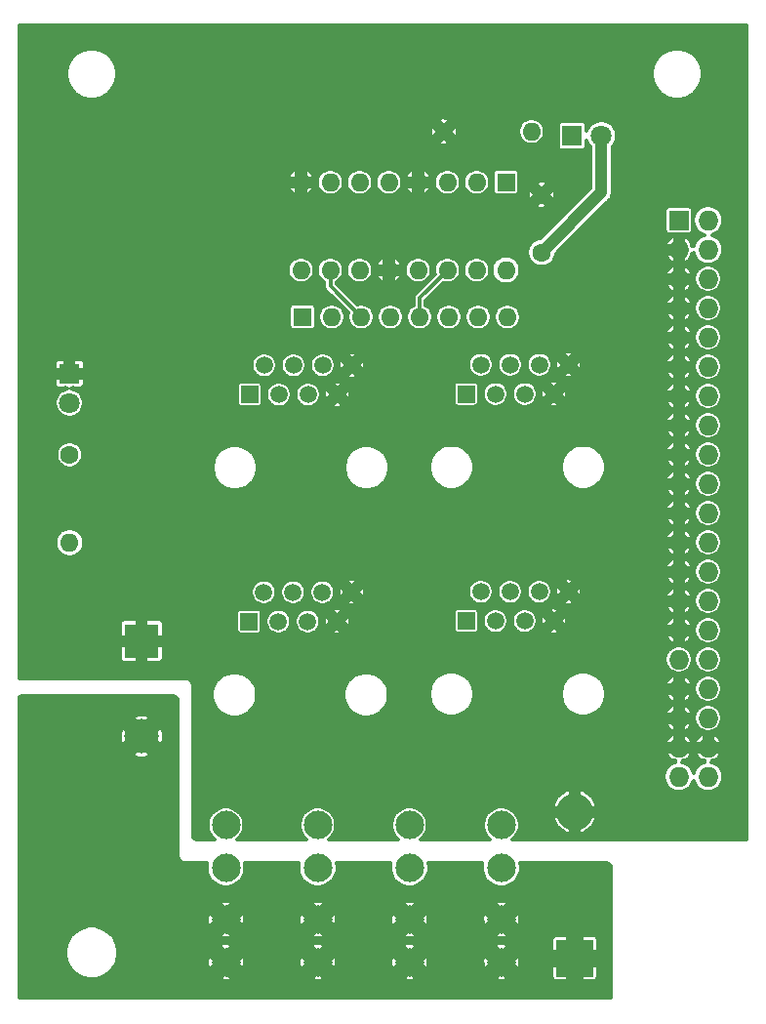
<source format=gbr>
G04 #@! TF.GenerationSoftware,KiCad,Pcbnew,(5.1.5)-3*
G04 #@! TF.CreationDate,2020-05-06T00:03:28-04:00*
G04 #@! TF.ProjectId,Pwr_Diff_Expansion,5077725f-4469-4666-965f-457870616e73,v1*
G04 #@! TF.SameCoordinates,Original*
G04 #@! TF.FileFunction,Copper,L2,Bot*
G04 #@! TF.FilePolarity,Positive*
%FSLAX46Y46*%
G04 Gerber Fmt 4.6, Leading zero omitted, Abs format (unit mm)*
G04 Created by KiCad (PCBNEW (5.1.5)-3) date 2020-05-06 00:03:28*
%MOMM*%
%LPD*%
G04 APERTURE LIST*
%ADD10R,3.000000X3.000000*%
%ADD11C,3.000000*%
%ADD12O,1.600000X1.600000*%
%ADD13R,1.600000X1.600000*%
%ADD14C,2.475000*%
%ADD15C,1.500000*%
%ADD16R,1.500000X1.500000*%
%ADD17C,1.600000*%
%ADD18C,1.800000*%
%ADD19R,1.800000X1.800000*%
%ADD20O,1.727200X1.727200*%
%ADD21R,1.727200X1.727200*%
%ADD22O,3.200000X3.200000*%
%ADD23R,3.200000X3.200000*%
%ADD24C,1.000000*%
%ADD25C,0.350000*%
%ADD26C,0.300000*%
G04 APERTURE END LIST*
D10*
X82287200Y-122419840D03*
D11*
X82287200Y-130669760D03*
D12*
X114029000Y-94301800D03*
X111489000Y-94301800D03*
X108949000Y-94301800D03*
X106409000Y-94301800D03*
X103869000Y-94301800D03*
X101329000Y-94301800D03*
X98789000Y-94301800D03*
D13*
X96249000Y-94301800D03*
D12*
X113901000Y-90237800D03*
X96121000Y-82617800D03*
X111361000Y-90237800D03*
X98661000Y-82617800D03*
X108821000Y-90237800D03*
X101201000Y-82617800D03*
X106281000Y-90237800D03*
X103741000Y-82617800D03*
X103741000Y-90237800D03*
X106281000Y-82617800D03*
X101201000Y-90237800D03*
X108821000Y-82617800D03*
X98661000Y-90237800D03*
X111361000Y-82617800D03*
X96121000Y-90237800D03*
D13*
X113901000Y-82617800D03*
D14*
X113501000Y-138367800D03*
X113501000Y-150267800D03*
X113501000Y-142067800D03*
X113501000Y-146567800D03*
X105534332Y-138367800D03*
X105534332Y-150267800D03*
X105534332Y-142067800D03*
X105534332Y-146567800D03*
X89601000Y-138367800D03*
X89601000Y-150267800D03*
X89601000Y-142067800D03*
X89601000Y-146567800D03*
X97567666Y-138367800D03*
X97567666Y-150267800D03*
X97567666Y-142067800D03*
X97567666Y-146567800D03*
D15*
X100541600Y-98492800D03*
X99271600Y-101032800D03*
X98001600Y-98492800D03*
X96731600Y-101032800D03*
X95461600Y-98492800D03*
X94191600Y-101032800D03*
X92921600Y-98492800D03*
D16*
X91651600Y-101032800D03*
D15*
X100511600Y-118177800D03*
X99241600Y-120717800D03*
X97971600Y-118177800D03*
X96701600Y-120717800D03*
X95431600Y-118177800D03*
X94161600Y-120717800D03*
X92891600Y-118177800D03*
D16*
X91621600Y-120717800D03*
D15*
X119337600Y-118127000D03*
X118067600Y-120667000D03*
X116797600Y-118127000D03*
X115527600Y-120667000D03*
X114257600Y-118127000D03*
X112987600Y-120667000D03*
X111717600Y-118127000D03*
D16*
X110447600Y-120667000D03*
D15*
X119337600Y-98442000D03*
X118067600Y-100982000D03*
X116797600Y-98442000D03*
X115527600Y-100982000D03*
X114257600Y-98442000D03*
X112987600Y-100982000D03*
X111717600Y-98442000D03*
D16*
X110447600Y-100982000D03*
D17*
X117001000Y-83713800D03*
X117001000Y-88713800D03*
D12*
X116121000Y-78217800D03*
D17*
X108501000Y-78217800D03*
D18*
X76029000Y-101772800D03*
D19*
X76029000Y-99232800D03*
D18*
X122182000Y-78589800D03*
D19*
X119642000Y-78589800D03*
D12*
X76049000Y-113882800D03*
D17*
X76049000Y-106262800D03*
D20*
X131441000Y-134177800D03*
X128901000Y-134177800D03*
X131441000Y-131637800D03*
X128901000Y-131637800D03*
X131441000Y-129097800D03*
X128901000Y-129097800D03*
X131441000Y-126557800D03*
X128901000Y-126557800D03*
X131441000Y-124017800D03*
X128901000Y-124017800D03*
X131441000Y-121477800D03*
X128901000Y-121477800D03*
X131441000Y-118937800D03*
X128901000Y-118937800D03*
X131441000Y-116397800D03*
X128901000Y-116397800D03*
X131441000Y-113857800D03*
X128901000Y-113857800D03*
X131441000Y-111317800D03*
X128901000Y-111317800D03*
X131441000Y-108777800D03*
X128901000Y-108777800D03*
X131441000Y-106237800D03*
X128901000Y-106237800D03*
X131441000Y-103697800D03*
X128901000Y-103697800D03*
X131441000Y-101157800D03*
X128901000Y-101157800D03*
X131441000Y-98617800D03*
X128901000Y-98617800D03*
X131441000Y-96077800D03*
X128901000Y-96077800D03*
X131441000Y-93537800D03*
X128901000Y-93537800D03*
X131441000Y-90997800D03*
X128901000Y-90997800D03*
X131441000Y-88457800D03*
X128901000Y-88457800D03*
X131441000Y-85917800D03*
D21*
X128901000Y-85917800D03*
D22*
X119871000Y-137227800D03*
D23*
X119871000Y-149927800D03*
D24*
X122182000Y-83532800D02*
X122182000Y-78589800D01*
X117001000Y-88713800D02*
X122182000Y-83532800D01*
D25*
X98661000Y-91633800D02*
X101329000Y-94301800D01*
X98661000Y-90237800D02*
X98661000Y-91633800D01*
X108821000Y-94173800D02*
X108949000Y-94301800D01*
X106409000Y-92649800D02*
X106409000Y-94301800D01*
X108821000Y-90237800D02*
X106409000Y-92649800D01*
D26*
G36*
X85165324Y-127231250D02*
G01*
X85251351Y-127266883D01*
X85325228Y-127323572D01*
X85381917Y-127397449D01*
X85417550Y-127483476D01*
X85431000Y-127585634D01*
X85431000Y-141037800D01*
X85432283Y-141057379D01*
X85449593Y-141188859D01*
X85459728Y-141226682D01*
X85510477Y-141349202D01*
X85530056Y-141383115D01*
X85610787Y-141488325D01*
X85638475Y-141516013D01*
X85743685Y-141596744D01*
X85777598Y-141616323D01*
X85900118Y-141667072D01*
X85937941Y-141677207D01*
X86069421Y-141694517D01*
X86089000Y-141695800D01*
X87954435Y-141695800D01*
X87913500Y-141901596D01*
X87913500Y-142234004D01*
X87978350Y-142560026D01*
X88105557Y-142867131D01*
X88290233Y-143143518D01*
X88525282Y-143378567D01*
X88801669Y-143563243D01*
X89108774Y-143690450D01*
X89434796Y-143755300D01*
X89767204Y-143755300D01*
X90093226Y-143690450D01*
X90400331Y-143563243D01*
X90676718Y-143378567D01*
X90911767Y-143143518D01*
X91096443Y-142867131D01*
X91223650Y-142560026D01*
X91288500Y-142234004D01*
X91288500Y-141901596D01*
X91247565Y-141695800D01*
X95921101Y-141695800D01*
X95880166Y-141901596D01*
X95880166Y-142234004D01*
X95945016Y-142560026D01*
X96072223Y-142867131D01*
X96256899Y-143143518D01*
X96491948Y-143378567D01*
X96768335Y-143563243D01*
X97075440Y-143690450D01*
X97401462Y-143755300D01*
X97733870Y-143755300D01*
X98059892Y-143690450D01*
X98366997Y-143563243D01*
X98643384Y-143378567D01*
X98878433Y-143143518D01*
X99063109Y-142867131D01*
X99190316Y-142560026D01*
X99255166Y-142234004D01*
X99255166Y-141901596D01*
X99214231Y-141695800D01*
X103887767Y-141695800D01*
X103846832Y-141901596D01*
X103846832Y-142234004D01*
X103911682Y-142560026D01*
X104038889Y-142867131D01*
X104223565Y-143143518D01*
X104458614Y-143378567D01*
X104735001Y-143563243D01*
X105042106Y-143690450D01*
X105368128Y-143755300D01*
X105700536Y-143755300D01*
X106026558Y-143690450D01*
X106333663Y-143563243D01*
X106610050Y-143378567D01*
X106845099Y-143143518D01*
X107029775Y-142867131D01*
X107156982Y-142560026D01*
X107221832Y-142234004D01*
X107221832Y-141901596D01*
X107180897Y-141695800D01*
X111854435Y-141695800D01*
X111813500Y-141901596D01*
X111813500Y-142234004D01*
X111878350Y-142560026D01*
X112005557Y-142867131D01*
X112190233Y-143143518D01*
X112425282Y-143378567D01*
X112701669Y-143563243D01*
X113008774Y-143690450D01*
X113334796Y-143755300D01*
X113667204Y-143755300D01*
X113993226Y-143690450D01*
X114300331Y-143563243D01*
X114576718Y-143378567D01*
X114811767Y-143143518D01*
X114996443Y-142867131D01*
X115123650Y-142560026D01*
X115188500Y-142234004D01*
X115188500Y-141901596D01*
X115147565Y-141695800D01*
X122655166Y-141695800D01*
X122757324Y-141709250D01*
X122843351Y-141744883D01*
X122917228Y-141801572D01*
X122973917Y-141875449D01*
X123009550Y-141961476D01*
X123023000Y-142063634D01*
X123023000Y-153219966D01*
X123009550Y-153322124D01*
X122992702Y-153362800D01*
X71732000Y-153362800D01*
X71732000Y-149193270D01*
X75661000Y-149193270D01*
X75661000Y-149646330D01*
X75749387Y-150090685D01*
X75922766Y-150509259D01*
X76174473Y-150885965D01*
X76494835Y-151206327D01*
X76871541Y-151458034D01*
X77290115Y-151631413D01*
X77734470Y-151719800D01*
X78187530Y-151719800D01*
X78291486Y-151699122D01*
X89018206Y-151699122D01*
X89185848Y-151859989D01*
X89504446Y-151910388D01*
X89826754Y-151897663D01*
X90016152Y-151859989D01*
X90183794Y-151699122D01*
X96984872Y-151699122D01*
X97152514Y-151859989D01*
X97471112Y-151910388D01*
X97793420Y-151897663D01*
X97982818Y-151859989D01*
X98150460Y-151699122D01*
X104951538Y-151699122D01*
X105119180Y-151859989D01*
X105437778Y-151910388D01*
X105760086Y-151897663D01*
X105949484Y-151859989D01*
X106117126Y-151699122D01*
X112918206Y-151699122D01*
X113085848Y-151859989D01*
X113404446Y-151910388D01*
X113726754Y-151897663D01*
X113916152Y-151859989D01*
X114083794Y-151699122D01*
X113912472Y-151527800D01*
X117869065Y-151527800D01*
X117876788Y-151606214D01*
X117899660Y-151681614D01*
X117936803Y-151751103D01*
X117986789Y-151812011D01*
X118047697Y-151861997D01*
X118117186Y-151899140D01*
X118192586Y-151922012D01*
X118271000Y-151929735D01*
X119171000Y-151927800D01*
X119271000Y-151827800D01*
X119271000Y-150527800D01*
X120471000Y-150527800D01*
X120471000Y-151827800D01*
X120571000Y-151927800D01*
X121471000Y-151929735D01*
X121549414Y-151922012D01*
X121624814Y-151899140D01*
X121694303Y-151861997D01*
X121755211Y-151812011D01*
X121805197Y-151751103D01*
X121842340Y-151681614D01*
X121865212Y-151606214D01*
X121872935Y-151527800D01*
X121871000Y-150627800D01*
X121771000Y-150527800D01*
X120471000Y-150527800D01*
X119271000Y-150527800D01*
X117971000Y-150527800D01*
X117871000Y-150627800D01*
X117869065Y-151527800D01*
X113912472Y-151527800D01*
X113501000Y-151116328D01*
X112918206Y-151699122D01*
X106117126Y-151699122D01*
X105534332Y-151116328D01*
X104951538Y-151699122D01*
X98150460Y-151699122D01*
X97567666Y-151116328D01*
X96984872Y-151699122D01*
X90183794Y-151699122D01*
X89601000Y-151116328D01*
X89018206Y-151699122D01*
X78291486Y-151699122D01*
X78631885Y-151631413D01*
X79050459Y-151458034D01*
X79427165Y-151206327D01*
X79747527Y-150885965D01*
X79999234Y-150509259D01*
X80139243Y-150171246D01*
X87958412Y-150171246D01*
X87971137Y-150493554D01*
X88008811Y-150682952D01*
X88169678Y-150850594D01*
X88752472Y-150267800D01*
X90449528Y-150267800D01*
X91032322Y-150850594D01*
X91193189Y-150682952D01*
X91243588Y-150364354D01*
X91235964Y-150171246D01*
X95925078Y-150171246D01*
X95937803Y-150493554D01*
X95975477Y-150682952D01*
X96136344Y-150850594D01*
X96719138Y-150267800D01*
X98416194Y-150267800D01*
X98998988Y-150850594D01*
X99159855Y-150682952D01*
X99210254Y-150364354D01*
X99202630Y-150171246D01*
X103891744Y-150171246D01*
X103904469Y-150493554D01*
X103942143Y-150682952D01*
X104103010Y-150850594D01*
X104685804Y-150267800D01*
X106382860Y-150267800D01*
X106965654Y-150850594D01*
X107126521Y-150682952D01*
X107176920Y-150364354D01*
X107169296Y-150171246D01*
X111858412Y-150171246D01*
X111871137Y-150493554D01*
X111908811Y-150682952D01*
X112069678Y-150850594D01*
X112652472Y-150267800D01*
X114349528Y-150267800D01*
X114932322Y-150850594D01*
X115093189Y-150682952D01*
X115143588Y-150364354D01*
X115130863Y-150042046D01*
X115093189Y-149852648D01*
X114932322Y-149685006D01*
X114349528Y-150267800D01*
X112652472Y-150267800D01*
X112069678Y-149685006D01*
X111908811Y-149852648D01*
X111858412Y-150171246D01*
X107169296Y-150171246D01*
X107164195Y-150042046D01*
X107126521Y-149852648D01*
X106965654Y-149685006D01*
X106382860Y-150267800D01*
X104685804Y-150267800D01*
X104103010Y-149685006D01*
X103942143Y-149852648D01*
X103891744Y-150171246D01*
X99202630Y-150171246D01*
X99197529Y-150042046D01*
X99159855Y-149852648D01*
X98998988Y-149685006D01*
X98416194Y-150267800D01*
X96719138Y-150267800D01*
X96136344Y-149685006D01*
X95975477Y-149852648D01*
X95925078Y-150171246D01*
X91235964Y-150171246D01*
X91230863Y-150042046D01*
X91193189Y-149852648D01*
X91032322Y-149685006D01*
X90449528Y-150267800D01*
X88752472Y-150267800D01*
X88169678Y-149685006D01*
X88008811Y-149852648D01*
X87958412Y-150171246D01*
X80139243Y-150171246D01*
X80172613Y-150090685D01*
X80261000Y-149646330D01*
X80261000Y-149193270D01*
X80190031Y-148836478D01*
X89018206Y-148836478D01*
X89601000Y-149419272D01*
X90183794Y-148836478D01*
X96984872Y-148836478D01*
X97567666Y-149419272D01*
X98150460Y-148836478D01*
X104951538Y-148836478D01*
X105534332Y-149419272D01*
X106117126Y-148836478D01*
X112918206Y-148836478D01*
X113501000Y-149419272D01*
X114083794Y-148836478D01*
X113916152Y-148675611D01*
X113597554Y-148625212D01*
X113275246Y-148637937D01*
X113085848Y-148675611D01*
X112918206Y-148836478D01*
X106117126Y-148836478D01*
X105949484Y-148675611D01*
X105630886Y-148625212D01*
X105308578Y-148637937D01*
X105119180Y-148675611D01*
X104951538Y-148836478D01*
X98150460Y-148836478D01*
X97982818Y-148675611D01*
X97664220Y-148625212D01*
X97341912Y-148637937D01*
X97152514Y-148675611D01*
X96984872Y-148836478D01*
X90183794Y-148836478D01*
X90016152Y-148675611D01*
X89697554Y-148625212D01*
X89375246Y-148637937D01*
X89185848Y-148675611D01*
X89018206Y-148836478D01*
X80190031Y-148836478D01*
X80172613Y-148748915D01*
X79999234Y-148330341D01*
X79997537Y-148327800D01*
X117869065Y-148327800D01*
X117871000Y-149227800D01*
X117971000Y-149327800D01*
X119271000Y-149327800D01*
X119271000Y-148027800D01*
X120471000Y-148027800D01*
X120471000Y-149327800D01*
X121771000Y-149327800D01*
X121871000Y-149227800D01*
X121872935Y-148327800D01*
X121865212Y-148249386D01*
X121842340Y-148173986D01*
X121805197Y-148104497D01*
X121755211Y-148043589D01*
X121694303Y-147993603D01*
X121624814Y-147956460D01*
X121549414Y-147933588D01*
X121471000Y-147925865D01*
X120571000Y-147927800D01*
X120471000Y-148027800D01*
X119271000Y-148027800D01*
X119171000Y-147927800D01*
X118271000Y-147925865D01*
X118192586Y-147933588D01*
X118117186Y-147956460D01*
X118047697Y-147993603D01*
X117986789Y-148043589D01*
X117936803Y-148104497D01*
X117899660Y-148173986D01*
X117876788Y-148249386D01*
X117869065Y-148327800D01*
X79997537Y-148327800D01*
X79777921Y-147999122D01*
X89018206Y-147999122D01*
X89185848Y-148159989D01*
X89504446Y-148210388D01*
X89826754Y-148197663D01*
X90016152Y-148159989D01*
X90183794Y-147999122D01*
X96984872Y-147999122D01*
X97152514Y-148159989D01*
X97471112Y-148210388D01*
X97793420Y-148197663D01*
X97982818Y-148159989D01*
X98150460Y-147999122D01*
X104951538Y-147999122D01*
X105119180Y-148159989D01*
X105437778Y-148210388D01*
X105760086Y-148197663D01*
X105949484Y-148159989D01*
X106117126Y-147999122D01*
X112918206Y-147999122D01*
X113085848Y-148159989D01*
X113404446Y-148210388D01*
X113726754Y-148197663D01*
X113916152Y-148159989D01*
X114083794Y-147999122D01*
X113501000Y-147416328D01*
X112918206Y-147999122D01*
X106117126Y-147999122D01*
X105534332Y-147416328D01*
X104951538Y-147999122D01*
X98150460Y-147999122D01*
X97567666Y-147416328D01*
X96984872Y-147999122D01*
X90183794Y-147999122D01*
X89601000Y-147416328D01*
X89018206Y-147999122D01*
X79777921Y-147999122D01*
X79747527Y-147953635D01*
X79427165Y-147633273D01*
X79050459Y-147381566D01*
X78631885Y-147208187D01*
X78187530Y-147119800D01*
X77734470Y-147119800D01*
X77290115Y-147208187D01*
X76871541Y-147381566D01*
X76494835Y-147633273D01*
X76174473Y-147953635D01*
X75922766Y-148330341D01*
X75749387Y-148748915D01*
X75661000Y-149193270D01*
X71732000Y-149193270D01*
X71732000Y-146471246D01*
X87958412Y-146471246D01*
X87971137Y-146793554D01*
X88008811Y-146982952D01*
X88169678Y-147150594D01*
X88752472Y-146567800D01*
X90449528Y-146567800D01*
X91032322Y-147150594D01*
X91193189Y-146982952D01*
X91243588Y-146664354D01*
X91235964Y-146471246D01*
X95925078Y-146471246D01*
X95937803Y-146793554D01*
X95975477Y-146982952D01*
X96136344Y-147150594D01*
X96719138Y-146567800D01*
X98416194Y-146567800D01*
X98998988Y-147150594D01*
X99159855Y-146982952D01*
X99210254Y-146664354D01*
X99202630Y-146471246D01*
X103891744Y-146471246D01*
X103904469Y-146793554D01*
X103942143Y-146982952D01*
X104103010Y-147150594D01*
X104685804Y-146567800D01*
X106382860Y-146567800D01*
X106965654Y-147150594D01*
X107126521Y-146982952D01*
X107176920Y-146664354D01*
X107169296Y-146471246D01*
X111858412Y-146471246D01*
X111871137Y-146793554D01*
X111908811Y-146982952D01*
X112069678Y-147150594D01*
X112652472Y-146567800D01*
X114349528Y-146567800D01*
X114932322Y-147150594D01*
X115093189Y-146982952D01*
X115143588Y-146664354D01*
X115130863Y-146342046D01*
X115093189Y-146152648D01*
X114932322Y-145985006D01*
X114349528Y-146567800D01*
X112652472Y-146567800D01*
X112069678Y-145985006D01*
X111908811Y-146152648D01*
X111858412Y-146471246D01*
X107169296Y-146471246D01*
X107164195Y-146342046D01*
X107126521Y-146152648D01*
X106965654Y-145985006D01*
X106382860Y-146567800D01*
X104685804Y-146567800D01*
X104103010Y-145985006D01*
X103942143Y-146152648D01*
X103891744Y-146471246D01*
X99202630Y-146471246D01*
X99197529Y-146342046D01*
X99159855Y-146152648D01*
X98998988Y-145985006D01*
X98416194Y-146567800D01*
X96719138Y-146567800D01*
X96136344Y-145985006D01*
X95975477Y-146152648D01*
X95925078Y-146471246D01*
X91235964Y-146471246D01*
X91230863Y-146342046D01*
X91193189Y-146152648D01*
X91032322Y-145985006D01*
X90449528Y-146567800D01*
X88752472Y-146567800D01*
X88169678Y-145985006D01*
X88008811Y-146152648D01*
X87958412Y-146471246D01*
X71732000Y-146471246D01*
X71732000Y-145136478D01*
X89018206Y-145136478D01*
X89601000Y-145719272D01*
X90183794Y-145136478D01*
X96984872Y-145136478D01*
X97567666Y-145719272D01*
X98150460Y-145136478D01*
X104951538Y-145136478D01*
X105534332Y-145719272D01*
X106117126Y-145136478D01*
X112918206Y-145136478D01*
X113501000Y-145719272D01*
X114083794Y-145136478D01*
X113916152Y-144975611D01*
X113597554Y-144925212D01*
X113275246Y-144937937D01*
X113085848Y-144975611D01*
X112918206Y-145136478D01*
X106117126Y-145136478D01*
X105949484Y-144975611D01*
X105630886Y-144925212D01*
X105308578Y-144937937D01*
X105119180Y-144975611D01*
X104951538Y-145136478D01*
X98150460Y-145136478D01*
X97982818Y-144975611D01*
X97664220Y-144925212D01*
X97341912Y-144937937D01*
X97152514Y-144975611D01*
X96984872Y-145136478D01*
X90183794Y-145136478D01*
X90016152Y-144975611D01*
X89697554Y-144925212D01*
X89375246Y-144937937D01*
X89185848Y-144975611D01*
X89018206Y-145136478D01*
X71732000Y-145136478D01*
X71732000Y-132300917D01*
X81504571Y-132300917D01*
X81707272Y-132488744D01*
X82073281Y-132566931D01*
X82447511Y-132572211D01*
X82815581Y-132504380D01*
X82867128Y-132488744D01*
X83069829Y-132300917D01*
X82287200Y-131518288D01*
X81504571Y-132300917D01*
X71732000Y-132300917D01*
X71732000Y-130830071D01*
X80384749Y-130830071D01*
X80452580Y-131198141D01*
X80468216Y-131249688D01*
X80656043Y-131452389D01*
X81438672Y-130669760D01*
X83135728Y-130669760D01*
X83918357Y-131452389D01*
X84106184Y-131249688D01*
X84184371Y-130883679D01*
X84189651Y-130509449D01*
X84121820Y-130141379D01*
X84106184Y-130089832D01*
X83918357Y-129887131D01*
X83135728Y-130669760D01*
X81438672Y-130669760D01*
X80656043Y-129887131D01*
X80468216Y-130089832D01*
X80390029Y-130455841D01*
X80384749Y-130830071D01*
X71732000Y-130830071D01*
X71732000Y-129038603D01*
X81504571Y-129038603D01*
X82287200Y-129821232D01*
X83069829Y-129038603D01*
X82867128Y-128850776D01*
X82501119Y-128772589D01*
X82126889Y-128767309D01*
X81758819Y-128835140D01*
X81707272Y-128850776D01*
X81504571Y-129038603D01*
X71732000Y-129038603D01*
X71732000Y-127248098D01*
X71772676Y-127231250D01*
X71874834Y-127217800D01*
X85063166Y-127217800D01*
X85165324Y-127231250D01*
G37*
X85165324Y-127231250D02*
X85251351Y-127266883D01*
X85325228Y-127323572D01*
X85381917Y-127397449D01*
X85417550Y-127483476D01*
X85431000Y-127585634D01*
X85431000Y-141037800D01*
X85432283Y-141057379D01*
X85449593Y-141188859D01*
X85459728Y-141226682D01*
X85510477Y-141349202D01*
X85530056Y-141383115D01*
X85610787Y-141488325D01*
X85638475Y-141516013D01*
X85743685Y-141596744D01*
X85777598Y-141616323D01*
X85900118Y-141667072D01*
X85937941Y-141677207D01*
X86069421Y-141694517D01*
X86089000Y-141695800D01*
X87954435Y-141695800D01*
X87913500Y-141901596D01*
X87913500Y-142234004D01*
X87978350Y-142560026D01*
X88105557Y-142867131D01*
X88290233Y-143143518D01*
X88525282Y-143378567D01*
X88801669Y-143563243D01*
X89108774Y-143690450D01*
X89434796Y-143755300D01*
X89767204Y-143755300D01*
X90093226Y-143690450D01*
X90400331Y-143563243D01*
X90676718Y-143378567D01*
X90911767Y-143143518D01*
X91096443Y-142867131D01*
X91223650Y-142560026D01*
X91288500Y-142234004D01*
X91288500Y-141901596D01*
X91247565Y-141695800D01*
X95921101Y-141695800D01*
X95880166Y-141901596D01*
X95880166Y-142234004D01*
X95945016Y-142560026D01*
X96072223Y-142867131D01*
X96256899Y-143143518D01*
X96491948Y-143378567D01*
X96768335Y-143563243D01*
X97075440Y-143690450D01*
X97401462Y-143755300D01*
X97733870Y-143755300D01*
X98059892Y-143690450D01*
X98366997Y-143563243D01*
X98643384Y-143378567D01*
X98878433Y-143143518D01*
X99063109Y-142867131D01*
X99190316Y-142560026D01*
X99255166Y-142234004D01*
X99255166Y-141901596D01*
X99214231Y-141695800D01*
X103887767Y-141695800D01*
X103846832Y-141901596D01*
X103846832Y-142234004D01*
X103911682Y-142560026D01*
X104038889Y-142867131D01*
X104223565Y-143143518D01*
X104458614Y-143378567D01*
X104735001Y-143563243D01*
X105042106Y-143690450D01*
X105368128Y-143755300D01*
X105700536Y-143755300D01*
X106026558Y-143690450D01*
X106333663Y-143563243D01*
X106610050Y-143378567D01*
X106845099Y-143143518D01*
X107029775Y-142867131D01*
X107156982Y-142560026D01*
X107221832Y-142234004D01*
X107221832Y-141901596D01*
X107180897Y-141695800D01*
X111854435Y-141695800D01*
X111813500Y-141901596D01*
X111813500Y-142234004D01*
X111878350Y-142560026D01*
X112005557Y-142867131D01*
X112190233Y-143143518D01*
X112425282Y-143378567D01*
X112701669Y-143563243D01*
X113008774Y-143690450D01*
X113334796Y-143755300D01*
X113667204Y-143755300D01*
X113993226Y-143690450D01*
X114300331Y-143563243D01*
X114576718Y-143378567D01*
X114811767Y-143143518D01*
X114996443Y-142867131D01*
X115123650Y-142560026D01*
X115188500Y-142234004D01*
X115188500Y-141901596D01*
X115147565Y-141695800D01*
X122655166Y-141695800D01*
X122757324Y-141709250D01*
X122843351Y-141744883D01*
X122917228Y-141801572D01*
X122973917Y-141875449D01*
X123009550Y-141961476D01*
X123023000Y-142063634D01*
X123023000Y-153219966D01*
X123009550Y-153322124D01*
X122992702Y-153362800D01*
X71732000Y-153362800D01*
X71732000Y-149193270D01*
X75661000Y-149193270D01*
X75661000Y-149646330D01*
X75749387Y-150090685D01*
X75922766Y-150509259D01*
X76174473Y-150885965D01*
X76494835Y-151206327D01*
X76871541Y-151458034D01*
X77290115Y-151631413D01*
X77734470Y-151719800D01*
X78187530Y-151719800D01*
X78291486Y-151699122D01*
X89018206Y-151699122D01*
X89185848Y-151859989D01*
X89504446Y-151910388D01*
X89826754Y-151897663D01*
X90016152Y-151859989D01*
X90183794Y-151699122D01*
X96984872Y-151699122D01*
X97152514Y-151859989D01*
X97471112Y-151910388D01*
X97793420Y-151897663D01*
X97982818Y-151859989D01*
X98150460Y-151699122D01*
X104951538Y-151699122D01*
X105119180Y-151859989D01*
X105437778Y-151910388D01*
X105760086Y-151897663D01*
X105949484Y-151859989D01*
X106117126Y-151699122D01*
X112918206Y-151699122D01*
X113085848Y-151859989D01*
X113404446Y-151910388D01*
X113726754Y-151897663D01*
X113916152Y-151859989D01*
X114083794Y-151699122D01*
X113912472Y-151527800D01*
X117869065Y-151527800D01*
X117876788Y-151606214D01*
X117899660Y-151681614D01*
X117936803Y-151751103D01*
X117986789Y-151812011D01*
X118047697Y-151861997D01*
X118117186Y-151899140D01*
X118192586Y-151922012D01*
X118271000Y-151929735D01*
X119171000Y-151927800D01*
X119271000Y-151827800D01*
X119271000Y-150527800D01*
X120471000Y-150527800D01*
X120471000Y-151827800D01*
X120571000Y-151927800D01*
X121471000Y-151929735D01*
X121549414Y-151922012D01*
X121624814Y-151899140D01*
X121694303Y-151861997D01*
X121755211Y-151812011D01*
X121805197Y-151751103D01*
X121842340Y-151681614D01*
X121865212Y-151606214D01*
X121872935Y-151527800D01*
X121871000Y-150627800D01*
X121771000Y-150527800D01*
X120471000Y-150527800D01*
X119271000Y-150527800D01*
X117971000Y-150527800D01*
X117871000Y-150627800D01*
X117869065Y-151527800D01*
X113912472Y-151527800D01*
X113501000Y-151116328D01*
X112918206Y-151699122D01*
X106117126Y-151699122D01*
X105534332Y-151116328D01*
X104951538Y-151699122D01*
X98150460Y-151699122D01*
X97567666Y-151116328D01*
X96984872Y-151699122D01*
X90183794Y-151699122D01*
X89601000Y-151116328D01*
X89018206Y-151699122D01*
X78291486Y-151699122D01*
X78631885Y-151631413D01*
X79050459Y-151458034D01*
X79427165Y-151206327D01*
X79747527Y-150885965D01*
X79999234Y-150509259D01*
X80139243Y-150171246D01*
X87958412Y-150171246D01*
X87971137Y-150493554D01*
X88008811Y-150682952D01*
X88169678Y-150850594D01*
X88752472Y-150267800D01*
X90449528Y-150267800D01*
X91032322Y-150850594D01*
X91193189Y-150682952D01*
X91243588Y-150364354D01*
X91235964Y-150171246D01*
X95925078Y-150171246D01*
X95937803Y-150493554D01*
X95975477Y-150682952D01*
X96136344Y-150850594D01*
X96719138Y-150267800D01*
X98416194Y-150267800D01*
X98998988Y-150850594D01*
X99159855Y-150682952D01*
X99210254Y-150364354D01*
X99202630Y-150171246D01*
X103891744Y-150171246D01*
X103904469Y-150493554D01*
X103942143Y-150682952D01*
X104103010Y-150850594D01*
X104685804Y-150267800D01*
X106382860Y-150267800D01*
X106965654Y-150850594D01*
X107126521Y-150682952D01*
X107176920Y-150364354D01*
X107169296Y-150171246D01*
X111858412Y-150171246D01*
X111871137Y-150493554D01*
X111908811Y-150682952D01*
X112069678Y-150850594D01*
X112652472Y-150267800D01*
X114349528Y-150267800D01*
X114932322Y-150850594D01*
X115093189Y-150682952D01*
X115143588Y-150364354D01*
X115130863Y-150042046D01*
X115093189Y-149852648D01*
X114932322Y-149685006D01*
X114349528Y-150267800D01*
X112652472Y-150267800D01*
X112069678Y-149685006D01*
X111908811Y-149852648D01*
X111858412Y-150171246D01*
X107169296Y-150171246D01*
X107164195Y-150042046D01*
X107126521Y-149852648D01*
X106965654Y-149685006D01*
X106382860Y-150267800D01*
X104685804Y-150267800D01*
X104103010Y-149685006D01*
X103942143Y-149852648D01*
X103891744Y-150171246D01*
X99202630Y-150171246D01*
X99197529Y-150042046D01*
X99159855Y-149852648D01*
X98998988Y-149685006D01*
X98416194Y-150267800D01*
X96719138Y-150267800D01*
X96136344Y-149685006D01*
X95975477Y-149852648D01*
X95925078Y-150171246D01*
X91235964Y-150171246D01*
X91230863Y-150042046D01*
X91193189Y-149852648D01*
X91032322Y-149685006D01*
X90449528Y-150267800D01*
X88752472Y-150267800D01*
X88169678Y-149685006D01*
X88008811Y-149852648D01*
X87958412Y-150171246D01*
X80139243Y-150171246D01*
X80172613Y-150090685D01*
X80261000Y-149646330D01*
X80261000Y-149193270D01*
X80190031Y-148836478D01*
X89018206Y-148836478D01*
X89601000Y-149419272D01*
X90183794Y-148836478D01*
X96984872Y-148836478D01*
X97567666Y-149419272D01*
X98150460Y-148836478D01*
X104951538Y-148836478D01*
X105534332Y-149419272D01*
X106117126Y-148836478D01*
X112918206Y-148836478D01*
X113501000Y-149419272D01*
X114083794Y-148836478D01*
X113916152Y-148675611D01*
X113597554Y-148625212D01*
X113275246Y-148637937D01*
X113085848Y-148675611D01*
X112918206Y-148836478D01*
X106117126Y-148836478D01*
X105949484Y-148675611D01*
X105630886Y-148625212D01*
X105308578Y-148637937D01*
X105119180Y-148675611D01*
X104951538Y-148836478D01*
X98150460Y-148836478D01*
X97982818Y-148675611D01*
X97664220Y-148625212D01*
X97341912Y-148637937D01*
X97152514Y-148675611D01*
X96984872Y-148836478D01*
X90183794Y-148836478D01*
X90016152Y-148675611D01*
X89697554Y-148625212D01*
X89375246Y-148637937D01*
X89185848Y-148675611D01*
X89018206Y-148836478D01*
X80190031Y-148836478D01*
X80172613Y-148748915D01*
X79999234Y-148330341D01*
X79997537Y-148327800D01*
X117869065Y-148327800D01*
X117871000Y-149227800D01*
X117971000Y-149327800D01*
X119271000Y-149327800D01*
X119271000Y-148027800D01*
X120471000Y-148027800D01*
X120471000Y-149327800D01*
X121771000Y-149327800D01*
X121871000Y-149227800D01*
X121872935Y-148327800D01*
X121865212Y-148249386D01*
X121842340Y-148173986D01*
X121805197Y-148104497D01*
X121755211Y-148043589D01*
X121694303Y-147993603D01*
X121624814Y-147956460D01*
X121549414Y-147933588D01*
X121471000Y-147925865D01*
X120571000Y-147927800D01*
X120471000Y-148027800D01*
X119271000Y-148027800D01*
X119171000Y-147927800D01*
X118271000Y-147925865D01*
X118192586Y-147933588D01*
X118117186Y-147956460D01*
X118047697Y-147993603D01*
X117986789Y-148043589D01*
X117936803Y-148104497D01*
X117899660Y-148173986D01*
X117876788Y-148249386D01*
X117869065Y-148327800D01*
X79997537Y-148327800D01*
X79777921Y-147999122D01*
X89018206Y-147999122D01*
X89185848Y-148159989D01*
X89504446Y-148210388D01*
X89826754Y-148197663D01*
X90016152Y-148159989D01*
X90183794Y-147999122D01*
X96984872Y-147999122D01*
X97152514Y-148159989D01*
X97471112Y-148210388D01*
X97793420Y-148197663D01*
X97982818Y-148159989D01*
X98150460Y-147999122D01*
X104951538Y-147999122D01*
X105119180Y-148159989D01*
X105437778Y-148210388D01*
X105760086Y-148197663D01*
X105949484Y-148159989D01*
X106117126Y-147999122D01*
X112918206Y-147999122D01*
X113085848Y-148159989D01*
X113404446Y-148210388D01*
X113726754Y-148197663D01*
X113916152Y-148159989D01*
X114083794Y-147999122D01*
X113501000Y-147416328D01*
X112918206Y-147999122D01*
X106117126Y-147999122D01*
X105534332Y-147416328D01*
X104951538Y-147999122D01*
X98150460Y-147999122D01*
X97567666Y-147416328D01*
X96984872Y-147999122D01*
X90183794Y-147999122D01*
X89601000Y-147416328D01*
X89018206Y-147999122D01*
X79777921Y-147999122D01*
X79747527Y-147953635D01*
X79427165Y-147633273D01*
X79050459Y-147381566D01*
X78631885Y-147208187D01*
X78187530Y-147119800D01*
X77734470Y-147119800D01*
X77290115Y-147208187D01*
X76871541Y-147381566D01*
X76494835Y-147633273D01*
X76174473Y-147953635D01*
X75922766Y-148330341D01*
X75749387Y-148748915D01*
X75661000Y-149193270D01*
X71732000Y-149193270D01*
X71732000Y-146471246D01*
X87958412Y-146471246D01*
X87971137Y-146793554D01*
X88008811Y-146982952D01*
X88169678Y-147150594D01*
X88752472Y-146567800D01*
X90449528Y-146567800D01*
X91032322Y-147150594D01*
X91193189Y-146982952D01*
X91243588Y-146664354D01*
X91235964Y-146471246D01*
X95925078Y-146471246D01*
X95937803Y-146793554D01*
X95975477Y-146982952D01*
X96136344Y-147150594D01*
X96719138Y-146567800D01*
X98416194Y-146567800D01*
X98998988Y-147150594D01*
X99159855Y-146982952D01*
X99210254Y-146664354D01*
X99202630Y-146471246D01*
X103891744Y-146471246D01*
X103904469Y-146793554D01*
X103942143Y-146982952D01*
X104103010Y-147150594D01*
X104685804Y-146567800D01*
X106382860Y-146567800D01*
X106965654Y-147150594D01*
X107126521Y-146982952D01*
X107176920Y-146664354D01*
X107169296Y-146471246D01*
X111858412Y-146471246D01*
X111871137Y-146793554D01*
X111908811Y-146982952D01*
X112069678Y-147150594D01*
X112652472Y-146567800D01*
X114349528Y-146567800D01*
X114932322Y-147150594D01*
X115093189Y-146982952D01*
X115143588Y-146664354D01*
X115130863Y-146342046D01*
X115093189Y-146152648D01*
X114932322Y-145985006D01*
X114349528Y-146567800D01*
X112652472Y-146567800D01*
X112069678Y-145985006D01*
X111908811Y-146152648D01*
X111858412Y-146471246D01*
X107169296Y-146471246D01*
X107164195Y-146342046D01*
X107126521Y-146152648D01*
X106965654Y-145985006D01*
X106382860Y-146567800D01*
X104685804Y-146567800D01*
X104103010Y-145985006D01*
X103942143Y-146152648D01*
X103891744Y-146471246D01*
X99202630Y-146471246D01*
X99197529Y-146342046D01*
X99159855Y-146152648D01*
X98998988Y-145985006D01*
X98416194Y-146567800D01*
X96719138Y-146567800D01*
X96136344Y-145985006D01*
X95975477Y-146152648D01*
X95925078Y-146471246D01*
X91235964Y-146471246D01*
X91230863Y-146342046D01*
X91193189Y-146152648D01*
X91032322Y-145985006D01*
X90449528Y-146567800D01*
X88752472Y-146567800D01*
X88169678Y-145985006D01*
X88008811Y-146152648D01*
X87958412Y-146471246D01*
X71732000Y-146471246D01*
X71732000Y-145136478D01*
X89018206Y-145136478D01*
X89601000Y-145719272D01*
X90183794Y-145136478D01*
X96984872Y-145136478D01*
X97567666Y-145719272D01*
X98150460Y-145136478D01*
X104951538Y-145136478D01*
X105534332Y-145719272D01*
X106117126Y-145136478D01*
X112918206Y-145136478D01*
X113501000Y-145719272D01*
X114083794Y-145136478D01*
X113916152Y-144975611D01*
X113597554Y-144925212D01*
X113275246Y-144937937D01*
X113085848Y-144975611D01*
X112918206Y-145136478D01*
X106117126Y-145136478D01*
X105949484Y-144975611D01*
X105630886Y-144925212D01*
X105308578Y-144937937D01*
X105119180Y-144975611D01*
X104951538Y-145136478D01*
X98150460Y-145136478D01*
X97982818Y-144975611D01*
X97664220Y-144925212D01*
X97341912Y-144937937D01*
X97152514Y-144975611D01*
X96984872Y-145136478D01*
X90183794Y-145136478D01*
X90016152Y-144975611D01*
X89697554Y-144925212D01*
X89375246Y-144937937D01*
X89185848Y-144975611D01*
X89018206Y-145136478D01*
X71732000Y-145136478D01*
X71732000Y-132300917D01*
X81504571Y-132300917D01*
X81707272Y-132488744D01*
X82073281Y-132566931D01*
X82447511Y-132572211D01*
X82815581Y-132504380D01*
X82867128Y-132488744D01*
X83069829Y-132300917D01*
X82287200Y-131518288D01*
X81504571Y-132300917D01*
X71732000Y-132300917D01*
X71732000Y-130830071D01*
X80384749Y-130830071D01*
X80452580Y-131198141D01*
X80468216Y-131249688D01*
X80656043Y-131452389D01*
X81438672Y-130669760D01*
X83135728Y-130669760D01*
X83918357Y-131452389D01*
X84106184Y-131249688D01*
X84184371Y-130883679D01*
X84189651Y-130509449D01*
X84121820Y-130141379D01*
X84106184Y-130089832D01*
X83918357Y-129887131D01*
X83135728Y-130669760D01*
X81438672Y-130669760D01*
X80656043Y-129887131D01*
X80468216Y-130089832D01*
X80390029Y-130455841D01*
X80384749Y-130830071D01*
X71732000Y-130830071D01*
X71732000Y-129038603D01*
X81504571Y-129038603D01*
X82287200Y-129821232D01*
X83069829Y-129038603D01*
X82867128Y-128850776D01*
X82501119Y-128772589D01*
X82126889Y-128767309D01*
X81758819Y-128835140D01*
X81707272Y-128850776D01*
X81504571Y-129038603D01*
X71732000Y-129038603D01*
X71732000Y-127248098D01*
X71772676Y-127231250D01*
X71874834Y-127217800D01*
X85063166Y-127217800D01*
X85165324Y-127231250D01*
G36*
X134736000Y-139587502D02*
G01*
X134695324Y-139604350D01*
X134593166Y-139617800D01*
X114487667Y-139617800D01*
X114512972Y-139600892D01*
X114734092Y-139379772D01*
X114907824Y-139119763D01*
X115027493Y-138830857D01*
X115088500Y-138524155D01*
X115088500Y-138211445D01*
X115027493Y-137904743D01*
X115017880Y-137881533D01*
X117980849Y-137881533D01*
X118144705Y-138237722D01*
X118374901Y-138555100D01*
X118662592Y-138821471D01*
X118996721Y-139026598D01*
X119217268Y-139117942D01*
X119521000Y-139095285D01*
X119521000Y-137577800D01*
X120221000Y-137577800D01*
X120221000Y-139095285D01*
X120524732Y-139117942D01*
X120745279Y-139026598D01*
X121079408Y-138821471D01*
X121367099Y-138555100D01*
X121597295Y-138237722D01*
X121761151Y-137881533D01*
X121740147Y-137577800D01*
X120221000Y-137577800D01*
X119521000Y-137577800D01*
X118001853Y-137577800D01*
X117980849Y-137881533D01*
X115017880Y-137881533D01*
X114907824Y-137615837D01*
X114734092Y-137355828D01*
X114512972Y-137134708D01*
X114252963Y-136960976D01*
X113964057Y-136841307D01*
X113657355Y-136780300D01*
X113344645Y-136780300D01*
X113037943Y-136841307D01*
X112749037Y-136960976D01*
X112489028Y-137134708D01*
X112267908Y-137355828D01*
X112094176Y-137615837D01*
X111974507Y-137904743D01*
X111913500Y-138211445D01*
X111913500Y-138524155D01*
X111974507Y-138830857D01*
X112094176Y-139119763D01*
X112267908Y-139379772D01*
X112489028Y-139600892D01*
X112514333Y-139617800D01*
X106520999Y-139617800D01*
X106546304Y-139600892D01*
X106767424Y-139379772D01*
X106941156Y-139119763D01*
X107060825Y-138830857D01*
X107121832Y-138524155D01*
X107121832Y-138211445D01*
X107060825Y-137904743D01*
X106941156Y-137615837D01*
X106767424Y-137355828D01*
X106546304Y-137134708D01*
X106286295Y-136960976D01*
X105997389Y-136841307D01*
X105690687Y-136780300D01*
X105377977Y-136780300D01*
X105071275Y-136841307D01*
X104782369Y-136960976D01*
X104522360Y-137134708D01*
X104301240Y-137355828D01*
X104127508Y-137615837D01*
X104007839Y-137904743D01*
X103946832Y-138211445D01*
X103946832Y-138524155D01*
X104007839Y-138830857D01*
X104127508Y-139119763D01*
X104301240Y-139379772D01*
X104522360Y-139600892D01*
X104547665Y-139617800D01*
X98554333Y-139617800D01*
X98579638Y-139600892D01*
X98800758Y-139379772D01*
X98974490Y-139119763D01*
X99094159Y-138830857D01*
X99155166Y-138524155D01*
X99155166Y-138211445D01*
X99094159Y-137904743D01*
X98974490Y-137615837D01*
X98800758Y-137355828D01*
X98579638Y-137134708D01*
X98319629Y-136960976D01*
X98030723Y-136841307D01*
X97724021Y-136780300D01*
X97411311Y-136780300D01*
X97104609Y-136841307D01*
X96815703Y-136960976D01*
X96555694Y-137134708D01*
X96334574Y-137355828D01*
X96160842Y-137615837D01*
X96041173Y-137904743D01*
X95980166Y-138211445D01*
X95980166Y-138524155D01*
X96041173Y-138830857D01*
X96160842Y-139119763D01*
X96334574Y-139379772D01*
X96555694Y-139600892D01*
X96580999Y-139617800D01*
X90587667Y-139617800D01*
X90612972Y-139600892D01*
X90834092Y-139379772D01*
X91007824Y-139119763D01*
X91127493Y-138830857D01*
X91188500Y-138524155D01*
X91188500Y-138211445D01*
X91127493Y-137904743D01*
X91007824Y-137615837D01*
X90834092Y-137355828D01*
X90612972Y-137134708D01*
X90352963Y-136960976D01*
X90064057Y-136841307D01*
X89757355Y-136780300D01*
X89444645Y-136780300D01*
X89137943Y-136841307D01*
X88849037Y-136960976D01*
X88589028Y-137134708D01*
X88367908Y-137355828D01*
X88194176Y-137615837D01*
X88074507Y-137904743D01*
X88013500Y-138211445D01*
X88013500Y-138524155D01*
X88074507Y-138830857D01*
X88194176Y-139119763D01*
X88367908Y-139379772D01*
X88589028Y-139600892D01*
X88614333Y-139617800D01*
X87114834Y-139617800D01*
X87012676Y-139604350D01*
X86926649Y-139568717D01*
X86852772Y-139512028D01*
X86796083Y-139438151D01*
X86760450Y-139352124D01*
X86747000Y-139249966D01*
X86747000Y-136574067D01*
X117980849Y-136574067D01*
X118001853Y-136877800D01*
X119521000Y-136877800D01*
X119521000Y-135360315D01*
X120221000Y-135360315D01*
X120221000Y-136877800D01*
X121740147Y-136877800D01*
X121761151Y-136574067D01*
X121597295Y-136217878D01*
X121367099Y-135900500D01*
X121079408Y-135634129D01*
X120745279Y-135429002D01*
X120524732Y-135337658D01*
X120221000Y-135360315D01*
X119521000Y-135360315D01*
X119217268Y-135337658D01*
X118996721Y-135429002D01*
X118662592Y-135634129D01*
X118374901Y-135900500D01*
X118144705Y-136217878D01*
X117980849Y-136574067D01*
X86747000Y-136574067D01*
X86747000Y-134048422D01*
X127587400Y-134048422D01*
X127587400Y-134307178D01*
X127637881Y-134560963D01*
X127736903Y-134800023D01*
X127880660Y-135015171D01*
X128063629Y-135198140D01*
X128278777Y-135341897D01*
X128517837Y-135440919D01*
X128771622Y-135491400D01*
X129030378Y-135491400D01*
X129284163Y-135440919D01*
X129523223Y-135341897D01*
X129738371Y-135198140D01*
X129921340Y-135015171D01*
X130065097Y-134800023D01*
X130164119Y-134560963D01*
X130171000Y-134526370D01*
X130177881Y-134560963D01*
X130276903Y-134800023D01*
X130420660Y-135015171D01*
X130603629Y-135198140D01*
X130818777Y-135341897D01*
X131057837Y-135440919D01*
X131311622Y-135491400D01*
X131570378Y-135491400D01*
X131824163Y-135440919D01*
X132063223Y-135341897D01*
X132278371Y-135198140D01*
X132461340Y-135015171D01*
X132605097Y-134800023D01*
X132704119Y-134560963D01*
X132754600Y-134307178D01*
X132754600Y-134048422D01*
X132704119Y-133794637D01*
X132605097Y-133555577D01*
X132461340Y-133340429D01*
X132278371Y-133157460D01*
X132063223Y-133013703D01*
X131824163Y-132914681D01*
X131757395Y-132901400D01*
X131791002Y-132901400D01*
X131791002Y-132751976D01*
X131976630Y-132782275D01*
X132189614Y-132655788D01*
X132373829Y-132490180D01*
X132522196Y-132291816D01*
X132585460Y-132173427D01*
X132550714Y-131987800D01*
X131791000Y-131987800D01*
X131791000Y-132007800D01*
X131091000Y-132007800D01*
X131091000Y-131987800D01*
X130331286Y-131987800D01*
X130296540Y-132173427D01*
X130359804Y-132291816D01*
X130508171Y-132490180D01*
X130692386Y-132655788D01*
X130905370Y-132782275D01*
X131090998Y-132751976D01*
X131090998Y-132901400D01*
X131124605Y-132901400D01*
X131057837Y-132914681D01*
X130818777Y-133013703D01*
X130603629Y-133157460D01*
X130420660Y-133340429D01*
X130276903Y-133555577D01*
X130177881Y-133794637D01*
X130171000Y-133829230D01*
X130164119Y-133794637D01*
X130065097Y-133555577D01*
X129921340Y-133340429D01*
X129738371Y-133157460D01*
X129523223Y-133013703D01*
X129284163Y-132914681D01*
X129217395Y-132901400D01*
X129251002Y-132901400D01*
X129251002Y-132751976D01*
X129436630Y-132782275D01*
X129649614Y-132655788D01*
X129833829Y-132490180D01*
X129982196Y-132291816D01*
X130045460Y-132173427D01*
X130010714Y-131987800D01*
X129251000Y-131987800D01*
X129251000Y-132007800D01*
X128551000Y-132007800D01*
X128551000Y-131987800D01*
X127791286Y-131987800D01*
X127756540Y-132173427D01*
X127819804Y-132291816D01*
X127968171Y-132490180D01*
X128152386Y-132655788D01*
X128365370Y-132782275D01*
X128550998Y-132751976D01*
X128550998Y-132901400D01*
X128584605Y-132901400D01*
X128517837Y-132914681D01*
X128278777Y-133013703D01*
X128063629Y-133157460D01*
X127880660Y-133340429D01*
X127736903Y-133555577D01*
X127637881Y-133794637D01*
X127587400Y-134048422D01*
X86747000Y-134048422D01*
X86747000Y-131102173D01*
X127756540Y-131102173D01*
X127791286Y-131287800D01*
X128551000Y-131287800D01*
X128551000Y-130523624D01*
X129251000Y-130523624D01*
X129251000Y-131287800D01*
X130010714Y-131287800D01*
X130045460Y-131102173D01*
X130296540Y-131102173D01*
X130331286Y-131287800D01*
X131091000Y-131287800D01*
X131091000Y-130523624D01*
X131791000Y-130523624D01*
X131791000Y-131287800D01*
X132550714Y-131287800D01*
X132585460Y-131102173D01*
X132522196Y-130983784D01*
X132373829Y-130785420D01*
X132189614Y-130619812D01*
X131976630Y-130493325D01*
X131791000Y-130523624D01*
X131091000Y-130523624D01*
X130905370Y-130493325D01*
X130692386Y-130619812D01*
X130508171Y-130785420D01*
X130359804Y-130983784D01*
X130296540Y-131102173D01*
X130045460Y-131102173D01*
X129982196Y-130983784D01*
X129833829Y-130785420D01*
X129649614Y-130619812D01*
X129436630Y-130493325D01*
X129251000Y-130523624D01*
X128551000Y-130523624D01*
X128365370Y-130493325D01*
X128152386Y-130619812D01*
X127968171Y-130785420D01*
X127819804Y-130983784D01*
X127756540Y-131102173D01*
X86747000Y-131102173D01*
X86747000Y-129633427D01*
X127756540Y-129633427D01*
X127819804Y-129751816D01*
X127968171Y-129950180D01*
X128152386Y-130115788D01*
X128365370Y-130242275D01*
X128551000Y-130211976D01*
X128551000Y-129447800D01*
X129251000Y-129447800D01*
X129251000Y-130211976D01*
X129436630Y-130242275D01*
X129649614Y-130115788D01*
X129833829Y-129950180D01*
X129982196Y-129751816D01*
X130045460Y-129633427D01*
X130010714Y-129447800D01*
X129251000Y-129447800D01*
X128551000Y-129447800D01*
X127791286Y-129447800D01*
X127756540Y-129633427D01*
X86747000Y-129633427D01*
X86747000Y-126875742D01*
X88401600Y-126875742D01*
X88401600Y-127259858D01*
X88476538Y-127636594D01*
X88623533Y-127991471D01*
X88836936Y-128310852D01*
X89108548Y-128582464D01*
X89427929Y-128795867D01*
X89782806Y-128942862D01*
X90159542Y-129017800D01*
X90543658Y-129017800D01*
X90920394Y-128942862D01*
X91275271Y-128795867D01*
X91594652Y-128582464D01*
X91866264Y-128310852D01*
X92079667Y-127991471D01*
X92226662Y-127636594D01*
X92301600Y-127259858D01*
X92301600Y-126875742D01*
X99831600Y-126875742D01*
X99831600Y-127259858D01*
X99906538Y-127636594D01*
X100053533Y-127991471D01*
X100266936Y-128310852D01*
X100538548Y-128582464D01*
X100857929Y-128795867D01*
X101212806Y-128942862D01*
X101589542Y-129017800D01*
X101973658Y-129017800D01*
X102172382Y-128978271D01*
X130227400Y-128978271D01*
X130227400Y-129217329D01*
X130274038Y-129451794D01*
X130365522Y-129672655D01*
X130498335Y-129871425D01*
X130667375Y-130040465D01*
X130866145Y-130173278D01*
X131087006Y-130264762D01*
X131321471Y-130311400D01*
X131560529Y-130311400D01*
X131794994Y-130264762D01*
X132015855Y-130173278D01*
X132214625Y-130040465D01*
X132383665Y-129871425D01*
X132516478Y-129672655D01*
X132607962Y-129451794D01*
X132654600Y-129217329D01*
X132654600Y-128978271D01*
X132607962Y-128743806D01*
X132516478Y-128522945D01*
X132383665Y-128324175D01*
X132214625Y-128155135D01*
X132015855Y-128022322D01*
X131794994Y-127930838D01*
X131560529Y-127884200D01*
X131321471Y-127884200D01*
X131087006Y-127930838D01*
X130866145Y-128022322D01*
X130667375Y-128155135D01*
X130498335Y-128324175D01*
X130365522Y-128522945D01*
X130274038Y-128743806D01*
X130227400Y-128978271D01*
X102172382Y-128978271D01*
X102350394Y-128942862D01*
X102705271Y-128795867D01*
X103024652Y-128582464D01*
X103296264Y-128310852D01*
X103509667Y-127991471D01*
X103656662Y-127636594D01*
X103731600Y-127259858D01*
X103731600Y-126875742D01*
X103721496Y-126824942D01*
X107227600Y-126824942D01*
X107227600Y-127209058D01*
X107302538Y-127585794D01*
X107449533Y-127940671D01*
X107662936Y-128260052D01*
X107934548Y-128531664D01*
X108253929Y-128745067D01*
X108608806Y-128892062D01*
X108985542Y-128967000D01*
X109369658Y-128967000D01*
X109746394Y-128892062D01*
X110101271Y-128745067D01*
X110420652Y-128531664D01*
X110692264Y-128260052D01*
X110905667Y-127940671D01*
X111052662Y-127585794D01*
X111127600Y-127209058D01*
X111127600Y-126824942D01*
X118657600Y-126824942D01*
X118657600Y-127209058D01*
X118732538Y-127585794D01*
X118879533Y-127940671D01*
X119092936Y-128260052D01*
X119364548Y-128531664D01*
X119683929Y-128745067D01*
X120038806Y-128892062D01*
X120415542Y-128967000D01*
X120799658Y-128967000D01*
X121176394Y-128892062D01*
X121531271Y-128745067D01*
X121804991Y-128562173D01*
X127756540Y-128562173D01*
X127791286Y-128747800D01*
X128551000Y-128747800D01*
X128551000Y-127983624D01*
X129251000Y-127983624D01*
X129251000Y-128747800D01*
X130010714Y-128747800D01*
X130045460Y-128562173D01*
X129982196Y-128443784D01*
X129833829Y-128245420D01*
X129649614Y-128079812D01*
X129436630Y-127953325D01*
X129251000Y-127983624D01*
X128551000Y-127983624D01*
X128365370Y-127953325D01*
X128152386Y-128079812D01*
X127968171Y-128245420D01*
X127819804Y-128443784D01*
X127756540Y-128562173D01*
X121804991Y-128562173D01*
X121850652Y-128531664D01*
X122122264Y-128260052D01*
X122335667Y-127940671D01*
X122482662Y-127585794D01*
X122557600Y-127209058D01*
X122557600Y-127093427D01*
X127756540Y-127093427D01*
X127819804Y-127211816D01*
X127968171Y-127410180D01*
X128152386Y-127575788D01*
X128365370Y-127702275D01*
X128551000Y-127671976D01*
X128551000Y-126907800D01*
X129251000Y-126907800D01*
X129251000Y-127671976D01*
X129436630Y-127702275D01*
X129649614Y-127575788D01*
X129833829Y-127410180D01*
X129982196Y-127211816D01*
X130045460Y-127093427D01*
X130010714Y-126907800D01*
X129251000Y-126907800D01*
X128551000Y-126907800D01*
X127791286Y-126907800D01*
X127756540Y-127093427D01*
X122557600Y-127093427D01*
X122557600Y-126824942D01*
X122482662Y-126448206D01*
X122478547Y-126438271D01*
X130227400Y-126438271D01*
X130227400Y-126677329D01*
X130274038Y-126911794D01*
X130365522Y-127132655D01*
X130498335Y-127331425D01*
X130667375Y-127500465D01*
X130866145Y-127633278D01*
X131087006Y-127724762D01*
X131321471Y-127771400D01*
X131560529Y-127771400D01*
X131794994Y-127724762D01*
X132015855Y-127633278D01*
X132214625Y-127500465D01*
X132383665Y-127331425D01*
X132516478Y-127132655D01*
X132607962Y-126911794D01*
X132654600Y-126677329D01*
X132654600Y-126438271D01*
X132607962Y-126203806D01*
X132516478Y-125982945D01*
X132383665Y-125784175D01*
X132214625Y-125615135D01*
X132015855Y-125482322D01*
X131794994Y-125390838D01*
X131560529Y-125344200D01*
X131321471Y-125344200D01*
X131087006Y-125390838D01*
X130866145Y-125482322D01*
X130667375Y-125615135D01*
X130498335Y-125784175D01*
X130365522Y-125982945D01*
X130274038Y-126203806D01*
X130227400Y-126438271D01*
X122478547Y-126438271D01*
X122335667Y-126093329D01*
X122288123Y-126022173D01*
X127756540Y-126022173D01*
X127791286Y-126207800D01*
X128551000Y-126207800D01*
X128551000Y-125443624D01*
X129251000Y-125443624D01*
X129251000Y-126207800D01*
X130010714Y-126207800D01*
X130045460Y-126022173D01*
X129982196Y-125903784D01*
X129833829Y-125705420D01*
X129649614Y-125539812D01*
X129436630Y-125413325D01*
X129251000Y-125443624D01*
X128551000Y-125443624D01*
X128365370Y-125413325D01*
X128152386Y-125539812D01*
X127968171Y-125705420D01*
X127819804Y-125903784D01*
X127756540Y-126022173D01*
X122288123Y-126022173D01*
X122122264Y-125773948D01*
X121850652Y-125502336D01*
X121531271Y-125288933D01*
X121176394Y-125141938D01*
X120799658Y-125067000D01*
X120415542Y-125067000D01*
X120038806Y-125141938D01*
X119683929Y-125288933D01*
X119364548Y-125502336D01*
X119092936Y-125773948D01*
X118879533Y-126093329D01*
X118732538Y-126448206D01*
X118657600Y-126824942D01*
X111127600Y-126824942D01*
X111052662Y-126448206D01*
X110905667Y-126093329D01*
X110692264Y-125773948D01*
X110420652Y-125502336D01*
X110101271Y-125288933D01*
X109746394Y-125141938D01*
X109369658Y-125067000D01*
X108985542Y-125067000D01*
X108608806Y-125141938D01*
X108253929Y-125288933D01*
X107934548Y-125502336D01*
X107662936Y-125773948D01*
X107449533Y-126093329D01*
X107302538Y-126448206D01*
X107227600Y-126824942D01*
X103721496Y-126824942D01*
X103656662Y-126499006D01*
X103509667Y-126144129D01*
X103296264Y-125824748D01*
X103024652Y-125553136D01*
X102705271Y-125339733D01*
X102350394Y-125192738D01*
X101973658Y-125117800D01*
X101589542Y-125117800D01*
X101212806Y-125192738D01*
X100857929Y-125339733D01*
X100538548Y-125553136D01*
X100266936Y-125824748D01*
X100053533Y-126144129D01*
X99906538Y-126499006D01*
X99831600Y-126875742D01*
X92301600Y-126875742D01*
X92226662Y-126499006D01*
X92079667Y-126144129D01*
X91866264Y-125824748D01*
X91594652Y-125553136D01*
X91275271Y-125339733D01*
X90920394Y-125192738D01*
X90543658Y-125117800D01*
X90159542Y-125117800D01*
X89782806Y-125192738D01*
X89427929Y-125339733D01*
X89108548Y-125553136D01*
X88836936Y-125824748D01*
X88623533Y-126144129D01*
X88476538Y-126499006D01*
X88401600Y-126875742D01*
X86747000Y-126875742D01*
X86747000Y-126305800D01*
X86745717Y-126286221D01*
X86728407Y-126154741D01*
X86718272Y-126116918D01*
X86667523Y-125994398D01*
X86647944Y-125960485D01*
X86567213Y-125855275D01*
X86539525Y-125827587D01*
X86434315Y-125746856D01*
X86400402Y-125727277D01*
X86277882Y-125676528D01*
X86240059Y-125666393D01*
X86108579Y-125649083D01*
X86089000Y-125647800D01*
X71874834Y-125647800D01*
X71772676Y-125634350D01*
X71732000Y-125617502D01*
X71732000Y-123919840D01*
X80385265Y-123919840D01*
X80392988Y-123998254D01*
X80415860Y-124073654D01*
X80453003Y-124143143D01*
X80502989Y-124204051D01*
X80563897Y-124254037D01*
X80633386Y-124291180D01*
X80708786Y-124314052D01*
X80787200Y-124321775D01*
X81837200Y-124319840D01*
X81937200Y-124219840D01*
X81937200Y-122769840D01*
X82637200Y-122769840D01*
X82637200Y-124219840D01*
X82737200Y-124319840D01*
X83787200Y-124321775D01*
X83865614Y-124314052D01*
X83941014Y-124291180D01*
X84010503Y-124254037D01*
X84071411Y-124204051D01*
X84121397Y-124143143D01*
X84158540Y-124073654D01*
X84181412Y-123998254D01*
X84189135Y-123919840D01*
X84189096Y-123898271D01*
X127687400Y-123898271D01*
X127687400Y-124137329D01*
X127734038Y-124371794D01*
X127825522Y-124592655D01*
X127958335Y-124791425D01*
X128127375Y-124960465D01*
X128326145Y-125093278D01*
X128547006Y-125184762D01*
X128781471Y-125231400D01*
X129020529Y-125231400D01*
X129254994Y-125184762D01*
X129475855Y-125093278D01*
X129674625Y-124960465D01*
X129843665Y-124791425D01*
X129976478Y-124592655D01*
X130067962Y-124371794D01*
X130114600Y-124137329D01*
X130114600Y-123898271D01*
X130227400Y-123898271D01*
X130227400Y-124137329D01*
X130274038Y-124371794D01*
X130365522Y-124592655D01*
X130498335Y-124791425D01*
X130667375Y-124960465D01*
X130866145Y-125093278D01*
X131087006Y-125184762D01*
X131321471Y-125231400D01*
X131560529Y-125231400D01*
X131794994Y-125184762D01*
X132015855Y-125093278D01*
X132214625Y-124960465D01*
X132383665Y-124791425D01*
X132516478Y-124592655D01*
X132607962Y-124371794D01*
X132654600Y-124137329D01*
X132654600Y-123898271D01*
X132607962Y-123663806D01*
X132516478Y-123442945D01*
X132383665Y-123244175D01*
X132214625Y-123075135D01*
X132015855Y-122942322D01*
X131794994Y-122850838D01*
X131560529Y-122804200D01*
X131321471Y-122804200D01*
X131087006Y-122850838D01*
X130866145Y-122942322D01*
X130667375Y-123075135D01*
X130498335Y-123244175D01*
X130365522Y-123442945D01*
X130274038Y-123663806D01*
X130227400Y-123898271D01*
X130114600Y-123898271D01*
X130067962Y-123663806D01*
X129976478Y-123442945D01*
X129843665Y-123244175D01*
X129674625Y-123075135D01*
X129475855Y-122942322D01*
X129254994Y-122850838D01*
X129020529Y-122804200D01*
X128781471Y-122804200D01*
X128547006Y-122850838D01*
X128326145Y-122942322D01*
X128127375Y-123075135D01*
X127958335Y-123244175D01*
X127825522Y-123442945D01*
X127734038Y-123663806D01*
X127687400Y-123898271D01*
X84189096Y-123898271D01*
X84187200Y-122869840D01*
X84087200Y-122769840D01*
X82637200Y-122769840D01*
X81937200Y-122769840D01*
X80487200Y-122769840D01*
X80387200Y-122869840D01*
X80385265Y-123919840D01*
X71732000Y-123919840D01*
X71732000Y-120919840D01*
X80385265Y-120919840D01*
X80387200Y-121969840D01*
X80487200Y-122069840D01*
X81937200Y-122069840D01*
X81937200Y-120619840D01*
X82637200Y-120619840D01*
X82637200Y-122069840D01*
X84087200Y-122069840D01*
X84143613Y-122013427D01*
X127756540Y-122013427D01*
X127819804Y-122131816D01*
X127968171Y-122330180D01*
X128152386Y-122495788D01*
X128365370Y-122622275D01*
X128551000Y-122591976D01*
X128551000Y-121827800D01*
X129251000Y-121827800D01*
X129251000Y-122591976D01*
X129436630Y-122622275D01*
X129649614Y-122495788D01*
X129833829Y-122330180D01*
X129982196Y-122131816D01*
X130045460Y-122013427D01*
X130010714Y-121827800D01*
X129251000Y-121827800D01*
X128551000Y-121827800D01*
X127791286Y-121827800D01*
X127756540Y-122013427D01*
X84143613Y-122013427D01*
X84187200Y-121969840D01*
X84189135Y-120919840D01*
X84181412Y-120841426D01*
X84158540Y-120766026D01*
X84121397Y-120696537D01*
X84071411Y-120635629D01*
X84010503Y-120585643D01*
X83941014Y-120548500D01*
X83865614Y-120525628D01*
X83787200Y-120517905D01*
X82737200Y-120519840D01*
X82637200Y-120619840D01*
X81937200Y-120619840D01*
X81837200Y-120519840D01*
X80787200Y-120517905D01*
X80708786Y-120525628D01*
X80633386Y-120548500D01*
X80563897Y-120585643D01*
X80502989Y-120635629D01*
X80453003Y-120696537D01*
X80415860Y-120766026D01*
X80392988Y-120841426D01*
X80385265Y-120919840D01*
X71732000Y-120919840D01*
X71732000Y-119967800D01*
X90519907Y-119967800D01*
X90519907Y-121467800D01*
X90526665Y-121536412D01*
X90546678Y-121602387D01*
X90579178Y-121663190D01*
X90622915Y-121716485D01*
X90676210Y-121760222D01*
X90737013Y-121792722D01*
X90802988Y-121812735D01*
X90871600Y-121819493D01*
X92371600Y-121819493D01*
X92440212Y-121812735D01*
X92506187Y-121792722D01*
X92566990Y-121760222D01*
X92620285Y-121716485D01*
X92664022Y-121663190D01*
X92696522Y-121602387D01*
X92716535Y-121536412D01*
X92723293Y-121467800D01*
X92723293Y-120609459D01*
X93061600Y-120609459D01*
X93061600Y-120826141D01*
X93103873Y-121038658D01*
X93186793Y-121238845D01*
X93307175Y-121419009D01*
X93460391Y-121572225D01*
X93640555Y-121692607D01*
X93840742Y-121775527D01*
X94053259Y-121817800D01*
X94269941Y-121817800D01*
X94482458Y-121775527D01*
X94682645Y-121692607D01*
X94862809Y-121572225D01*
X95016025Y-121419009D01*
X95136407Y-121238845D01*
X95219327Y-121038658D01*
X95261600Y-120826141D01*
X95261600Y-120609459D01*
X95601600Y-120609459D01*
X95601600Y-120826141D01*
X95643873Y-121038658D01*
X95726793Y-121238845D01*
X95847175Y-121419009D01*
X96000391Y-121572225D01*
X96180555Y-121692607D01*
X96380742Y-121775527D01*
X96593259Y-121817800D01*
X96809941Y-121817800D01*
X97022458Y-121775527D01*
X97222645Y-121692607D01*
X97257288Y-121669459D01*
X98784916Y-121669459D01*
X98877437Y-121814483D01*
X99098387Y-121864456D01*
X99324840Y-121870362D01*
X99548094Y-121831977D01*
X99605763Y-121814483D01*
X99698284Y-121669459D01*
X99241600Y-121212775D01*
X98784916Y-121669459D01*
X97257288Y-121669459D01*
X97402809Y-121572225D01*
X97556025Y-121419009D01*
X97676407Y-121238845D01*
X97759327Y-121038658D01*
X97801600Y-120826141D01*
X97801600Y-120801040D01*
X98089038Y-120801040D01*
X98127423Y-121024294D01*
X98144917Y-121081963D01*
X98289941Y-121174484D01*
X98746625Y-120717800D01*
X99736575Y-120717800D01*
X100193259Y-121174484D01*
X100338283Y-121081963D01*
X100388256Y-120861013D01*
X100394162Y-120634560D01*
X100355777Y-120411306D01*
X100338283Y-120353637D01*
X100193259Y-120261116D01*
X99736575Y-120717800D01*
X98746625Y-120717800D01*
X98289941Y-120261116D01*
X98144917Y-120353637D01*
X98094944Y-120574587D01*
X98089038Y-120801040D01*
X97801600Y-120801040D01*
X97801600Y-120609459D01*
X97759327Y-120396942D01*
X97676407Y-120196755D01*
X97556025Y-120016591D01*
X97402809Y-119863375D01*
X97257289Y-119766141D01*
X98784916Y-119766141D01*
X99241600Y-120222825D01*
X99547425Y-119917000D01*
X109345907Y-119917000D01*
X109345907Y-121417000D01*
X109352665Y-121485612D01*
X109372678Y-121551587D01*
X109405178Y-121612390D01*
X109448915Y-121665685D01*
X109502210Y-121709422D01*
X109563013Y-121741922D01*
X109628988Y-121761935D01*
X109697600Y-121768693D01*
X111197600Y-121768693D01*
X111266212Y-121761935D01*
X111332187Y-121741922D01*
X111392990Y-121709422D01*
X111446285Y-121665685D01*
X111490022Y-121612390D01*
X111522522Y-121551587D01*
X111542535Y-121485612D01*
X111549293Y-121417000D01*
X111549293Y-120558659D01*
X111887600Y-120558659D01*
X111887600Y-120775341D01*
X111929873Y-120987858D01*
X112012793Y-121188045D01*
X112133175Y-121368209D01*
X112286391Y-121521425D01*
X112466555Y-121641807D01*
X112666742Y-121724727D01*
X112879259Y-121767000D01*
X113095941Y-121767000D01*
X113308458Y-121724727D01*
X113508645Y-121641807D01*
X113688809Y-121521425D01*
X113842025Y-121368209D01*
X113962407Y-121188045D01*
X114045327Y-120987858D01*
X114087600Y-120775341D01*
X114087600Y-120558659D01*
X114427600Y-120558659D01*
X114427600Y-120775341D01*
X114469873Y-120987858D01*
X114552793Y-121188045D01*
X114673175Y-121368209D01*
X114826391Y-121521425D01*
X115006555Y-121641807D01*
X115206742Y-121724727D01*
X115419259Y-121767000D01*
X115635941Y-121767000D01*
X115848458Y-121724727D01*
X116048645Y-121641807D01*
X116083288Y-121618659D01*
X117610916Y-121618659D01*
X117703437Y-121763683D01*
X117924387Y-121813656D01*
X118150840Y-121819562D01*
X118374094Y-121781177D01*
X118431763Y-121763683D01*
X118524284Y-121618659D01*
X118263896Y-121358271D01*
X130227400Y-121358271D01*
X130227400Y-121597329D01*
X130274038Y-121831794D01*
X130365522Y-122052655D01*
X130498335Y-122251425D01*
X130667375Y-122420465D01*
X130866145Y-122553278D01*
X131087006Y-122644762D01*
X131321471Y-122691400D01*
X131560529Y-122691400D01*
X131794994Y-122644762D01*
X132015855Y-122553278D01*
X132214625Y-122420465D01*
X132383665Y-122251425D01*
X132516478Y-122052655D01*
X132607962Y-121831794D01*
X132654600Y-121597329D01*
X132654600Y-121358271D01*
X132607962Y-121123806D01*
X132516478Y-120902945D01*
X132383665Y-120704175D01*
X132214625Y-120535135D01*
X132015855Y-120402322D01*
X131794994Y-120310838D01*
X131560529Y-120264200D01*
X131321471Y-120264200D01*
X131087006Y-120310838D01*
X130866145Y-120402322D01*
X130667375Y-120535135D01*
X130498335Y-120704175D01*
X130365522Y-120902945D01*
X130274038Y-121123806D01*
X130227400Y-121358271D01*
X118263896Y-121358271D01*
X118067600Y-121161975D01*
X117610916Y-121618659D01*
X116083288Y-121618659D01*
X116228809Y-121521425D01*
X116382025Y-121368209D01*
X116502407Y-121188045D01*
X116585327Y-120987858D01*
X116627600Y-120775341D01*
X116627600Y-120750240D01*
X116915038Y-120750240D01*
X116953423Y-120973494D01*
X116970917Y-121031163D01*
X117115941Y-121123684D01*
X117572625Y-120667000D01*
X118562575Y-120667000D01*
X119019259Y-121123684D01*
X119164283Y-121031163D01*
X119184410Y-120942173D01*
X127756540Y-120942173D01*
X127791286Y-121127800D01*
X128551000Y-121127800D01*
X128551000Y-120363624D01*
X129251000Y-120363624D01*
X129251000Y-121127800D01*
X130010714Y-121127800D01*
X130045460Y-120942173D01*
X129982196Y-120823784D01*
X129833829Y-120625420D01*
X129649614Y-120459812D01*
X129436630Y-120333325D01*
X129251000Y-120363624D01*
X128551000Y-120363624D01*
X128365370Y-120333325D01*
X128152386Y-120459812D01*
X127968171Y-120625420D01*
X127819804Y-120823784D01*
X127756540Y-120942173D01*
X119184410Y-120942173D01*
X119214256Y-120810213D01*
X119220162Y-120583760D01*
X119181777Y-120360506D01*
X119164283Y-120302837D01*
X119019259Y-120210316D01*
X118562575Y-120667000D01*
X117572625Y-120667000D01*
X117115941Y-120210316D01*
X116970917Y-120302837D01*
X116920944Y-120523787D01*
X116915038Y-120750240D01*
X116627600Y-120750240D01*
X116627600Y-120558659D01*
X116585327Y-120346142D01*
X116502407Y-120145955D01*
X116382025Y-119965791D01*
X116228809Y-119812575D01*
X116083289Y-119715341D01*
X117610916Y-119715341D01*
X118067600Y-120172025D01*
X118524284Y-119715341D01*
X118431763Y-119570317D01*
X118210813Y-119520344D01*
X117984360Y-119514438D01*
X117761106Y-119552823D01*
X117703437Y-119570317D01*
X117610916Y-119715341D01*
X116083289Y-119715341D01*
X116048645Y-119692193D01*
X115848458Y-119609273D01*
X115635941Y-119567000D01*
X115419259Y-119567000D01*
X115206742Y-119609273D01*
X115006555Y-119692193D01*
X114826391Y-119812575D01*
X114673175Y-119965791D01*
X114552793Y-120145955D01*
X114469873Y-120346142D01*
X114427600Y-120558659D01*
X114087600Y-120558659D01*
X114045327Y-120346142D01*
X113962407Y-120145955D01*
X113842025Y-119965791D01*
X113688809Y-119812575D01*
X113508645Y-119692193D01*
X113308458Y-119609273D01*
X113095941Y-119567000D01*
X112879259Y-119567000D01*
X112666742Y-119609273D01*
X112466555Y-119692193D01*
X112286391Y-119812575D01*
X112133175Y-119965791D01*
X112012793Y-120145955D01*
X111929873Y-120346142D01*
X111887600Y-120558659D01*
X111549293Y-120558659D01*
X111549293Y-119917000D01*
X111542535Y-119848388D01*
X111522522Y-119782413D01*
X111490022Y-119721610D01*
X111446285Y-119668315D01*
X111392990Y-119624578D01*
X111332187Y-119592078D01*
X111266212Y-119572065D01*
X111197600Y-119565307D01*
X109697600Y-119565307D01*
X109628988Y-119572065D01*
X109563013Y-119592078D01*
X109502210Y-119624578D01*
X109448915Y-119668315D01*
X109405178Y-119721610D01*
X109372678Y-119782413D01*
X109352665Y-119848388D01*
X109345907Y-119917000D01*
X99547425Y-119917000D01*
X99698284Y-119766141D01*
X99605763Y-119621117D01*
X99384813Y-119571144D01*
X99158360Y-119565238D01*
X98935106Y-119603623D01*
X98877437Y-119621117D01*
X98784916Y-119766141D01*
X97257289Y-119766141D01*
X97222645Y-119742993D01*
X97022458Y-119660073D01*
X96809941Y-119617800D01*
X96593259Y-119617800D01*
X96380742Y-119660073D01*
X96180555Y-119742993D01*
X96000391Y-119863375D01*
X95847175Y-120016591D01*
X95726793Y-120196755D01*
X95643873Y-120396942D01*
X95601600Y-120609459D01*
X95261600Y-120609459D01*
X95219327Y-120396942D01*
X95136407Y-120196755D01*
X95016025Y-120016591D01*
X94862809Y-119863375D01*
X94682645Y-119742993D01*
X94482458Y-119660073D01*
X94269941Y-119617800D01*
X94053259Y-119617800D01*
X93840742Y-119660073D01*
X93640555Y-119742993D01*
X93460391Y-119863375D01*
X93307175Y-120016591D01*
X93186793Y-120196755D01*
X93103873Y-120396942D01*
X93061600Y-120609459D01*
X92723293Y-120609459D01*
X92723293Y-119967800D01*
X92716535Y-119899188D01*
X92696522Y-119833213D01*
X92664022Y-119772410D01*
X92620285Y-119719115D01*
X92566990Y-119675378D01*
X92506187Y-119642878D01*
X92440212Y-119622865D01*
X92371600Y-119616107D01*
X90871600Y-119616107D01*
X90802988Y-119622865D01*
X90737013Y-119642878D01*
X90676210Y-119675378D01*
X90622915Y-119719115D01*
X90579178Y-119772410D01*
X90546678Y-119833213D01*
X90526665Y-119899188D01*
X90519907Y-119967800D01*
X71732000Y-119967800D01*
X71732000Y-119473427D01*
X127756540Y-119473427D01*
X127819804Y-119591816D01*
X127968171Y-119790180D01*
X128152386Y-119955788D01*
X128365370Y-120082275D01*
X128551000Y-120051976D01*
X128551000Y-119287800D01*
X129251000Y-119287800D01*
X129251000Y-120051976D01*
X129436630Y-120082275D01*
X129649614Y-119955788D01*
X129833829Y-119790180D01*
X129982196Y-119591816D01*
X130045460Y-119473427D01*
X130010714Y-119287800D01*
X129251000Y-119287800D01*
X128551000Y-119287800D01*
X127791286Y-119287800D01*
X127756540Y-119473427D01*
X71732000Y-119473427D01*
X71732000Y-118069459D01*
X91791600Y-118069459D01*
X91791600Y-118286141D01*
X91833873Y-118498658D01*
X91916793Y-118698845D01*
X92037175Y-118879009D01*
X92190391Y-119032225D01*
X92370555Y-119152607D01*
X92570742Y-119235527D01*
X92783259Y-119277800D01*
X92999941Y-119277800D01*
X93212458Y-119235527D01*
X93412645Y-119152607D01*
X93592809Y-119032225D01*
X93746025Y-118879009D01*
X93866407Y-118698845D01*
X93949327Y-118498658D01*
X93991600Y-118286141D01*
X93991600Y-118069459D01*
X94331600Y-118069459D01*
X94331600Y-118286141D01*
X94373873Y-118498658D01*
X94456793Y-118698845D01*
X94577175Y-118879009D01*
X94730391Y-119032225D01*
X94910555Y-119152607D01*
X95110742Y-119235527D01*
X95323259Y-119277800D01*
X95539941Y-119277800D01*
X95752458Y-119235527D01*
X95952645Y-119152607D01*
X96132809Y-119032225D01*
X96286025Y-118879009D01*
X96406407Y-118698845D01*
X96489327Y-118498658D01*
X96531600Y-118286141D01*
X96531600Y-118069459D01*
X96871600Y-118069459D01*
X96871600Y-118286141D01*
X96913873Y-118498658D01*
X96996793Y-118698845D01*
X97117175Y-118879009D01*
X97270391Y-119032225D01*
X97450555Y-119152607D01*
X97650742Y-119235527D01*
X97863259Y-119277800D01*
X98079941Y-119277800D01*
X98292458Y-119235527D01*
X98492645Y-119152607D01*
X98527288Y-119129459D01*
X100054916Y-119129459D01*
X100147437Y-119274483D01*
X100368387Y-119324456D01*
X100594840Y-119330362D01*
X100818094Y-119291977D01*
X100875763Y-119274483D01*
X100968284Y-119129459D01*
X100511600Y-118672775D01*
X100054916Y-119129459D01*
X98527288Y-119129459D01*
X98672809Y-119032225D01*
X98826025Y-118879009D01*
X98946407Y-118698845D01*
X99029327Y-118498658D01*
X99071600Y-118286141D01*
X99071600Y-118261040D01*
X99359038Y-118261040D01*
X99397423Y-118484294D01*
X99414917Y-118541963D01*
X99559941Y-118634484D01*
X100016625Y-118177800D01*
X101006575Y-118177800D01*
X101463259Y-118634484D01*
X101608283Y-118541963D01*
X101658256Y-118321013D01*
X101664162Y-118094560D01*
X101651113Y-118018659D01*
X110617600Y-118018659D01*
X110617600Y-118235341D01*
X110659873Y-118447858D01*
X110742793Y-118648045D01*
X110863175Y-118828209D01*
X111016391Y-118981425D01*
X111196555Y-119101807D01*
X111396742Y-119184727D01*
X111609259Y-119227000D01*
X111825941Y-119227000D01*
X112038458Y-119184727D01*
X112238645Y-119101807D01*
X112418809Y-118981425D01*
X112572025Y-118828209D01*
X112692407Y-118648045D01*
X112775327Y-118447858D01*
X112817600Y-118235341D01*
X112817600Y-118018659D01*
X113157600Y-118018659D01*
X113157600Y-118235341D01*
X113199873Y-118447858D01*
X113282793Y-118648045D01*
X113403175Y-118828209D01*
X113556391Y-118981425D01*
X113736555Y-119101807D01*
X113936742Y-119184727D01*
X114149259Y-119227000D01*
X114365941Y-119227000D01*
X114578458Y-119184727D01*
X114778645Y-119101807D01*
X114958809Y-118981425D01*
X115112025Y-118828209D01*
X115232407Y-118648045D01*
X115315327Y-118447858D01*
X115357600Y-118235341D01*
X115357600Y-118018659D01*
X115697600Y-118018659D01*
X115697600Y-118235341D01*
X115739873Y-118447858D01*
X115822793Y-118648045D01*
X115943175Y-118828209D01*
X116096391Y-118981425D01*
X116276555Y-119101807D01*
X116476742Y-119184727D01*
X116689259Y-119227000D01*
X116905941Y-119227000D01*
X117118458Y-119184727D01*
X117318645Y-119101807D01*
X117353288Y-119078659D01*
X118880916Y-119078659D01*
X118973437Y-119223683D01*
X119194387Y-119273656D01*
X119420840Y-119279562D01*
X119644094Y-119241177D01*
X119701763Y-119223683D01*
X119794284Y-119078659D01*
X119533896Y-118818271D01*
X130227400Y-118818271D01*
X130227400Y-119057329D01*
X130274038Y-119291794D01*
X130365522Y-119512655D01*
X130498335Y-119711425D01*
X130667375Y-119880465D01*
X130866145Y-120013278D01*
X131087006Y-120104762D01*
X131321471Y-120151400D01*
X131560529Y-120151400D01*
X131794994Y-120104762D01*
X132015855Y-120013278D01*
X132214625Y-119880465D01*
X132383665Y-119711425D01*
X132516478Y-119512655D01*
X132607962Y-119291794D01*
X132654600Y-119057329D01*
X132654600Y-118818271D01*
X132607962Y-118583806D01*
X132516478Y-118362945D01*
X132383665Y-118164175D01*
X132214625Y-117995135D01*
X132015855Y-117862322D01*
X131794994Y-117770838D01*
X131560529Y-117724200D01*
X131321471Y-117724200D01*
X131087006Y-117770838D01*
X130866145Y-117862322D01*
X130667375Y-117995135D01*
X130498335Y-118164175D01*
X130365522Y-118362945D01*
X130274038Y-118583806D01*
X130227400Y-118818271D01*
X119533896Y-118818271D01*
X119337600Y-118621975D01*
X118880916Y-119078659D01*
X117353288Y-119078659D01*
X117498809Y-118981425D01*
X117652025Y-118828209D01*
X117772407Y-118648045D01*
X117855327Y-118447858D01*
X117897600Y-118235341D01*
X117897600Y-118210240D01*
X118185038Y-118210240D01*
X118223423Y-118433494D01*
X118240917Y-118491163D01*
X118385941Y-118583684D01*
X118842625Y-118127000D01*
X119832575Y-118127000D01*
X120289259Y-118583684D01*
X120434283Y-118491163D01*
X120454410Y-118402173D01*
X127756540Y-118402173D01*
X127791286Y-118587800D01*
X128551000Y-118587800D01*
X128551000Y-117823624D01*
X129251000Y-117823624D01*
X129251000Y-118587800D01*
X130010714Y-118587800D01*
X130045460Y-118402173D01*
X129982196Y-118283784D01*
X129833829Y-118085420D01*
X129649614Y-117919812D01*
X129436630Y-117793325D01*
X129251000Y-117823624D01*
X128551000Y-117823624D01*
X128365370Y-117793325D01*
X128152386Y-117919812D01*
X127968171Y-118085420D01*
X127819804Y-118283784D01*
X127756540Y-118402173D01*
X120454410Y-118402173D01*
X120484256Y-118270213D01*
X120490162Y-118043760D01*
X120451777Y-117820506D01*
X120434283Y-117762837D01*
X120289259Y-117670316D01*
X119832575Y-118127000D01*
X118842625Y-118127000D01*
X118385941Y-117670316D01*
X118240917Y-117762837D01*
X118190944Y-117983787D01*
X118185038Y-118210240D01*
X117897600Y-118210240D01*
X117897600Y-118018659D01*
X117855327Y-117806142D01*
X117772407Y-117605955D01*
X117652025Y-117425791D01*
X117498809Y-117272575D01*
X117353289Y-117175341D01*
X118880916Y-117175341D01*
X119337600Y-117632025D01*
X119794284Y-117175341D01*
X119701763Y-117030317D01*
X119480813Y-116980344D01*
X119254360Y-116974438D01*
X119031106Y-117012823D01*
X118973437Y-117030317D01*
X118880916Y-117175341D01*
X117353289Y-117175341D01*
X117318645Y-117152193D01*
X117118458Y-117069273D01*
X116905941Y-117027000D01*
X116689259Y-117027000D01*
X116476742Y-117069273D01*
X116276555Y-117152193D01*
X116096391Y-117272575D01*
X115943175Y-117425791D01*
X115822793Y-117605955D01*
X115739873Y-117806142D01*
X115697600Y-118018659D01*
X115357600Y-118018659D01*
X115315327Y-117806142D01*
X115232407Y-117605955D01*
X115112025Y-117425791D01*
X114958809Y-117272575D01*
X114778645Y-117152193D01*
X114578458Y-117069273D01*
X114365941Y-117027000D01*
X114149259Y-117027000D01*
X113936742Y-117069273D01*
X113736555Y-117152193D01*
X113556391Y-117272575D01*
X113403175Y-117425791D01*
X113282793Y-117605955D01*
X113199873Y-117806142D01*
X113157600Y-118018659D01*
X112817600Y-118018659D01*
X112775327Y-117806142D01*
X112692407Y-117605955D01*
X112572025Y-117425791D01*
X112418809Y-117272575D01*
X112238645Y-117152193D01*
X112038458Y-117069273D01*
X111825941Y-117027000D01*
X111609259Y-117027000D01*
X111396742Y-117069273D01*
X111196555Y-117152193D01*
X111016391Y-117272575D01*
X110863175Y-117425791D01*
X110742793Y-117605955D01*
X110659873Y-117806142D01*
X110617600Y-118018659D01*
X101651113Y-118018659D01*
X101625777Y-117871306D01*
X101608283Y-117813637D01*
X101463259Y-117721116D01*
X101006575Y-118177800D01*
X100016625Y-118177800D01*
X99559941Y-117721116D01*
X99414917Y-117813637D01*
X99364944Y-118034587D01*
X99359038Y-118261040D01*
X99071600Y-118261040D01*
X99071600Y-118069459D01*
X99029327Y-117856942D01*
X98946407Y-117656755D01*
X98826025Y-117476591D01*
X98672809Y-117323375D01*
X98527289Y-117226141D01*
X100054916Y-117226141D01*
X100511600Y-117682825D01*
X100968284Y-117226141D01*
X100875763Y-117081117D01*
X100654813Y-117031144D01*
X100428360Y-117025238D01*
X100205106Y-117063623D01*
X100147437Y-117081117D01*
X100054916Y-117226141D01*
X98527289Y-117226141D01*
X98492645Y-117202993D01*
X98292458Y-117120073D01*
X98079941Y-117077800D01*
X97863259Y-117077800D01*
X97650742Y-117120073D01*
X97450555Y-117202993D01*
X97270391Y-117323375D01*
X97117175Y-117476591D01*
X96996793Y-117656755D01*
X96913873Y-117856942D01*
X96871600Y-118069459D01*
X96531600Y-118069459D01*
X96489327Y-117856942D01*
X96406407Y-117656755D01*
X96286025Y-117476591D01*
X96132809Y-117323375D01*
X95952645Y-117202993D01*
X95752458Y-117120073D01*
X95539941Y-117077800D01*
X95323259Y-117077800D01*
X95110742Y-117120073D01*
X94910555Y-117202993D01*
X94730391Y-117323375D01*
X94577175Y-117476591D01*
X94456793Y-117656755D01*
X94373873Y-117856942D01*
X94331600Y-118069459D01*
X93991600Y-118069459D01*
X93949327Y-117856942D01*
X93866407Y-117656755D01*
X93746025Y-117476591D01*
X93592809Y-117323375D01*
X93412645Y-117202993D01*
X93212458Y-117120073D01*
X92999941Y-117077800D01*
X92783259Y-117077800D01*
X92570742Y-117120073D01*
X92370555Y-117202993D01*
X92190391Y-117323375D01*
X92037175Y-117476591D01*
X91916793Y-117656755D01*
X91833873Y-117856942D01*
X91791600Y-118069459D01*
X71732000Y-118069459D01*
X71732000Y-116933427D01*
X127756540Y-116933427D01*
X127819804Y-117051816D01*
X127968171Y-117250180D01*
X128152386Y-117415788D01*
X128365370Y-117542275D01*
X128551000Y-117511976D01*
X128551000Y-116747800D01*
X129251000Y-116747800D01*
X129251000Y-117511976D01*
X129436630Y-117542275D01*
X129649614Y-117415788D01*
X129833829Y-117250180D01*
X129982196Y-117051816D01*
X130045460Y-116933427D01*
X130010714Y-116747800D01*
X129251000Y-116747800D01*
X128551000Y-116747800D01*
X127791286Y-116747800D01*
X127756540Y-116933427D01*
X71732000Y-116933427D01*
X71732000Y-116278271D01*
X130227400Y-116278271D01*
X130227400Y-116517329D01*
X130274038Y-116751794D01*
X130365522Y-116972655D01*
X130498335Y-117171425D01*
X130667375Y-117340465D01*
X130866145Y-117473278D01*
X131087006Y-117564762D01*
X131321471Y-117611400D01*
X131560529Y-117611400D01*
X131794994Y-117564762D01*
X132015855Y-117473278D01*
X132214625Y-117340465D01*
X132383665Y-117171425D01*
X132516478Y-116972655D01*
X132607962Y-116751794D01*
X132654600Y-116517329D01*
X132654600Y-116278271D01*
X132607962Y-116043806D01*
X132516478Y-115822945D01*
X132383665Y-115624175D01*
X132214625Y-115455135D01*
X132015855Y-115322322D01*
X131794994Y-115230838D01*
X131560529Y-115184200D01*
X131321471Y-115184200D01*
X131087006Y-115230838D01*
X130866145Y-115322322D01*
X130667375Y-115455135D01*
X130498335Y-115624175D01*
X130365522Y-115822945D01*
X130274038Y-116043806D01*
X130227400Y-116278271D01*
X71732000Y-116278271D01*
X71732000Y-115862173D01*
X127756540Y-115862173D01*
X127791286Y-116047800D01*
X128551000Y-116047800D01*
X128551000Y-115283624D01*
X129251000Y-115283624D01*
X129251000Y-116047800D01*
X130010714Y-116047800D01*
X130045460Y-115862173D01*
X129982196Y-115743784D01*
X129833829Y-115545420D01*
X129649614Y-115379812D01*
X129436630Y-115253325D01*
X129251000Y-115283624D01*
X128551000Y-115283624D01*
X128365370Y-115253325D01*
X128152386Y-115379812D01*
X127968171Y-115545420D01*
X127819804Y-115743784D01*
X127756540Y-115862173D01*
X71732000Y-115862173D01*
X71732000Y-113759686D01*
X74799000Y-113759686D01*
X74799000Y-114005914D01*
X74847037Y-114247411D01*
X74941265Y-114474897D01*
X75078062Y-114679628D01*
X75252172Y-114853738D01*
X75456903Y-114990535D01*
X75684389Y-115084763D01*
X75925886Y-115132800D01*
X76172114Y-115132800D01*
X76413611Y-115084763D01*
X76641097Y-114990535D01*
X76845828Y-114853738D01*
X77019938Y-114679628D01*
X77156735Y-114474897D01*
X77190481Y-114393427D01*
X127756540Y-114393427D01*
X127819804Y-114511816D01*
X127968171Y-114710180D01*
X128152386Y-114875788D01*
X128365370Y-115002275D01*
X128551000Y-114971976D01*
X128551000Y-114207800D01*
X129251000Y-114207800D01*
X129251000Y-114971976D01*
X129436630Y-115002275D01*
X129649614Y-114875788D01*
X129833829Y-114710180D01*
X129982196Y-114511816D01*
X130045460Y-114393427D01*
X130010714Y-114207800D01*
X129251000Y-114207800D01*
X128551000Y-114207800D01*
X127791286Y-114207800D01*
X127756540Y-114393427D01*
X77190481Y-114393427D01*
X77250963Y-114247411D01*
X77299000Y-114005914D01*
X77299000Y-113759686D01*
X77294741Y-113738271D01*
X130227400Y-113738271D01*
X130227400Y-113977329D01*
X130274038Y-114211794D01*
X130365522Y-114432655D01*
X130498335Y-114631425D01*
X130667375Y-114800465D01*
X130866145Y-114933278D01*
X131087006Y-115024762D01*
X131321471Y-115071400D01*
X131560529Y-115071400D01*
X131794994Y-115024762D01*
X132015855Y-114933278D01*
X132214625Y-114800465D01*
X132383665Y-114631425D01*
X132516478Y-114432655D01*
X132607962Y-114211794D01*
X132654600Y-113977329D01*
X132654600Y-113738271D01*
X132607962Y-113503806D01*
X132516478Y-113282945D01*
X132383665Y-113084175D01*
X132214625Y-112915135D01*
X132015855Y-112782322D01*
X131794994Y-112690838D01*
X131560529Y-112644200D01*
X131321471Y-112644200D01*
X131087006Y-112690838D01*
X130866145Y-112782322D01*
X130667375Y-112915135D01*
X130498335Y-113084175D01*
X130365522Y-113282945D01*
X130274038Y-113503806D01*
X130227400Y-113738271D01*
X77294741Y-113738271D01*
X77250963Y-113518189D01*
X77169771Y-113322173D01*
X127756540Y-113322173D01*
X127791286Y-113507800D01*
X128551000Y-113507800D01*
X128551000Y-112743624D01*
X129251000Y-112743624D01*
X129251000Y-113507800D01*
X130010714Y-113507800D01*
X130045460Y-113322173D01*
X129982196Y-113203784D01*
X129833829Y-113005420D01*
X129649614Y-112839812D01*
X129436630Y-112713325D01*
X129251000Y-112743624D01*
X128551000Y-112743624D01*
X128365370Y-112713325D01*
X128152386Y-112839812D01*
X127968171Y-113005420D01*
X127819804Y-113203784D01*
X127756540Y-113322173D01*
X77169771Y-113322173D01*
X77156735Y-113290703D01*
X77019938Y-113085972D01*
X76845828Y-112911862D01*
X76641097Y-112775065D01*
X76413611Y-112680837D01*
X76172114Y-112632800D01*
X75925886Y-112632800D01*
X75684389Y-112680837D01*
X75456903Y-112775065D01*
X75252172Y-112911862D01*
X75078062Y-113085972D01*
X74941265Y-113290703D01*
X74847037Y-113518189D01*
X74799000Y-113759686D01*
X71732000Y-113759686D01*
X71732000Y-111853427D01*
X127756540Y-111853427D01*
X127819804Y-111971816D01*
X127968171Y-112170180D01*
X128152386Y-112335788D01*
X128365370Y-112462275D01*
X128551000Y-112431976D01*
X128551000Y-111667800D01*
X129251000Y-111667800D01*
X129251000Y-112431976D01*
X129436630Y-112462275D01*
X129649614Y-112335788D01*
X129833829Y-112170180D01*
X129982196Y-111971816D01*
X130045460Y-111853427D01*
X130010714Y-111667800D01*
X129251000Y-111667800D01*
X128551000Y-111667800D01*
X127791286Y-111667800D01*
X127756540Y-111853427D01*
X71732000Y-111853427D01*
X71732000Y-111198271D01*
X130227400Y-111198271D01*
X130227400Y-111437329D01*
X130274038Y-111671794D01*
X130365522Y-111892655D01*
X130498335Y-112091425D01*
X130667375Y-112260465D01*
X130866145Y-112393278D01*
X131087006Y-112484762D01*
X131321471Y-112531400D01*
X131560529Y-112531400D01*
X131794994Y-112484762D01*
X132015855Y-112393278D01*
X132214625Y-112260465D01*
X132383665Y-112091425D01*
X132516478Y-111892655D01*
X132607962Y-111671794D01*
X132654600Y-111437329D01*
X132654600Y-111198271D01*
X132607962Y-110963806D01*
X132516478Y-110742945D01*
X132383665Y-110544175D01*
X132214625Y-110375135D01*
X132015855Y-110242322D01*
X131794994Y-110150838D01*
X131560529Y-110104200D01*
X131321471Y-110104200D01*
X131087006Y-110150838D01*
X130866145Y-110242322D01*
X130667375Y-110375135D01*
X130498335Y-110544175D01*
X130365522Y-110742945D01*
X130274038Y-110963806D01*
X130227400Y-111198271D01*
X71732000Y-111198271D01*
X71732000Y-110782173D01*
X127756540Y-110782173D01*
X127791286Y-110967800D01*
X128551000Y-110967800D01*
X128551000Y-110203624D01*
X129251000Y-110203624D01*
X129251000Y-110967800D01*
X130010714Y-110967800D01*
X130045460Y-110782173D01*
X129982196Y-110663784D01*
X129833829Y-110465420D01*
X129649614Y-110299812D01*
X129436630Y-110173325D01*
X129251000Y-110203624D01*
X128551000Y-110203624D01*
X128365370Y-110173325D01*
X128152386Y-110299812D01*
X127968171Y-110465420D01*
X127819804Y-110663784D01*
X127756540Y-110782173D01*
X71732000Y-110782173D01*
X71732000Y-106149535D01*
X74899000Y-106149535D01*
X74899000Y-106376065D01*
X74943194Y-106598243D01*
X75029884Y-106807529D01*
X75155737Y-106995882D01*
X75315918Y-107156063D01*
X75504271Y-107281916D01*
X75713557Y-107368606D01*
X75935735Y-107412800D01*
X76162265Y-107412800D01*
X76384443Y-107368606D01*
X76593729Y-107281916D01*
X76730181Y-107190742D01*
X88431600Y-107190742D01*
X88431600Y-107574858D01*
X88506538Y-107951594D01*
X88653533Y-108306471D01*
X88866936Y-108625852D01*
X89138548Y-108897464D01*
X89457929Y-109110867D01*
X89812806Y-109257862D01*
X90189542Y-109332800D01*
X90573658Y-109332800D01*
X90950394Y-109257862D01*
X91305271Y-109110867D01*
X91624652Y-108897464D01*
X91896264Y-108625852D01*
X92109667Y-108306471D01*
X92256662Y-107951594D01*
X92331600Y-107574858D01*
X92331600Y-107190742D01*
X99861600Y-107190742D01*
X99861600Y-107574858D01*
X99936538Y-107951594D01*
X100083533Y-108306471D01*
X100296936Y-108625852D01*
X100568548Y-108897464D01*
X100887929Y-109110867D01*
X101242806Y-109257862D01*
X101619542Y-109332800D01*
X102003658Y-109332800D01*
X102101051Y-109313427D01*
X127756540Y-109313427D01*
X127819804Y-109431816D01*
X127968171Y-109630180D01*
X128152386Y-109795788D01*
X128365370Y-109922275D01*
X128551000Y-109891976D01*
X128551000Y-109127800D01*
X129251000Y-109127800D01*
X129251000Y-109891976D01*
X129436630Y-109922275D01*
X129649614Y-109795788D01*
X129833829Y-109630180D01*
X129982196Y-109431816D01*
X130045460Y-109313427D01*
X130010714Y-109127800D01*
X129251000Y-109127800D01*
X128551000Y-109127800D01*
X127791286Y-109127800D01*
X127756540Y-109313427D01*
X102101051Y-109313427D01*
X102380394Y-109257862D01*
X102735271Y-109110867D01*
X103054652Y-108897464D01*
X103326264Y-108625852D01*
X103539667Y-108306471D01*
X103686662Y-107951594D01*
X103761600Y-107574858D01*
X103761600Y-107190742D01*
X103751496Y-107139942D01*
X107227600Y-107139942D01*
X107227600Y-107524058D01*
X107302538Y-107900794D01*
X107449533Y-108255671D01*
X107662936Y-108575052D01*
X107934548Y-108846664D01*
X108253929Y-109060067D01*
X108608806Y-109207062D01*
X108985542Y-109282000D01*
X109369658Y-109282000D01*
X109746394Y-109207062D01*
X110101271Y-109060067D01*
X110420652Y-108846664D01*
X110692264Y-108575052D01*
X110905667Y-108255671D01*
X111052662Y-107900794D01*
X111127600Y-107524058D01*
X111127600Y-107139942D01*
X118657600Y-107139942D01*
X118657600Y-107524058D01*
X118732538Y-107900794D01*
X118879533Y-108255671D01*
X119092936Y-108575052D01*
X119364548Y-108846664D01*
X119683929Y-109060067D01*
X120038806Y-109207062D01*
X120415542Y-109282000D01*
X120799658Y-109282000D01*
X121176394Y-109207062D01*
X121531271Y-109060067D01*
X121850652Y-108846664D01*
X122039045Y-108658271D01*
X130227400Y-108658271D01*
X130227400Y-108897329D01*
X130274038Y-109131794D01*
X130365522Y-109352655D01*
X130498335Y-109551425D01*
X130667375Y-109720465D01*
X130866145Y-109853278D01*
X131087006Y-109944762D01*
X131321471Y-109991400D01*
X131560529Y-109991400D01*
X131794994Y-109944762D01*
X132015855Y-109853278D01*
X132214625Y-109720465D01*
X132383665Y-109551425D01*
X132516478Y-109352655D01*
X132607962Y-109131794D01*
X132654600Y-108897329D01*
X132654600Y-108658271D01*
X132607962Y-108423806D01*
X132516478Y-108202945D01*
X132383665Y-108004175D01*
X132214625Y-107835135D01*
X132015855Y-107702322D01*
X131794994Y-107610838D01*
X131560529Y-107564200D01*
X131321471Y-107564200D01*
X131087006Y-107610838D01*
X130866145Y-107702322D01*
X130667375Y-107835135D01*
X130498335Y-108004175D01*
X130365522Y-108202945D01*
X130274038Y-108423806D01*
X130227400Y-108658271D01*
X122039045Y-108658271D01*
X122122264Y-108575052D01*
X122335667Y-108255671D01*
X122341258Y-108242173D01*
X127756540Y-108242173D01*
X127791286Y-108427800D01*
X128551000Y-108427800D01*
X128551000Y-107663624D01*
X129251000Y-107663624D01*
X129251000Y-108427800D01*
X130010714Y-108427800D01*
X130045460Y-108242173D01*
X129982196Y-108123784D01*
X129833829Y-107925420D01*
X129649614Y-107759812D01*
X129436630Y-107633325D01*
X129251000Y-107663624D01*
X128551000Y-107663624D01*
X128365370Y-107633325D01*
X128152386Y-107759812D01*
X127968171Y-107925420D01*
X127819804Y-108123784D01*
X127756540Y-108242173D01*
X122341258Y-108242173D01*
X122482662Y-107900794D01*
X122557600Y-107524058D01*
X122557600Y-107139942D01*
X122484696Y-106773427D01*
X127756540Y-106773427D01*
X127819804Y-106891816D01*
X127968171Y-107090180D01*
X128152386Y-107255788D01*
X128365370Y-107382275D01*
X128551000Y-107351976D01*
X128551000Y-106587800D01*
X129251000Y-106587800D01*
X129251000Y-107351976D01*
X129436630Y-107382275D01*
X129649614Y-107255788D01*
X129833829Y-107090180D01*
X129982196Y-106891816D01*
X130045460Y-106773427D01*
X130010714Y-106587800D01*
X129251000Y-106587800D01*
X128551000Y-106587800D01*
X127791286Y-106587800D01*
X127756540Y-106773427D01*
X122484696Y-106773427D01*
X122482662Y-106763206D01*
X122335667Y-106408329D01*
X122141857Y-106118271D01*
X130227400Y-106118271D01*
X130227400Y-106357329D01*
X130274038Y-106591794D01*
X130365522Y-106812655D01*
X130498335Y-107011425D01*
X130667375Y-107180465D01*
X130866145Y-107313278D01*
X131087006Y-107404762D01*
X131321471Y-107451400D01*
X131560529Y-107451400D01*
X131794994Y-107404762D01*
X132015855Y-107313278D01*
X132214625Y-107180465D01*
X132383665Y-107011425D01*
X132516478Y-106812655D01*
X132607962Y-106591794D01*
X132654600Y-106357329D01*
X132654600Y-106118271D01*
X132607962Y-105883806D01*
X132516478Y-105662945D01*
X132383665Y-105464175D01*
X132214625Y-105295135D01*
X132015855Y-105162322D01*
X131794994Y-105070838D01*
X131560529Y-105024200D01*
X131321471Y-105024200D01*
X131087006Y-105070838D01*
X130866145Y-105162322D01*
X130667375Y-105295135D01*
X130498335Y-105464175D01*
X130365522Y-105662945D01*
X130274038Y-105883806D01*
X130227400Y-106118271D01*
X122141857Y-106118271D01*
X122122264Y-106088948D01*
X121850652Y-105817336D01*
X121678298Y-105702173D01*
X127756540Y-105702173D01*
X127791286Y-105887800D01*
X128551000Y-105887800D01*
X128551000Y-105123624D01*
X129251000Y-105123624D01*
X129251000Y-105887800D01*
X130010714Y-105887800D01*
X130045460Y-105702173D01*
X129982196Y-105583784D01*
X129833829Y-105385420D01*
X129649614Y-105219812D01*
X129436630Y-105093325D01*
X129251000Y-105123624D01*
X128551000Y-105123624D01*
X128365370Y-105093325D01*
X128152386Y-105219812D01*
X127968171Y-105385420D01*
X127819804Y-105583784D01*
X127756540Y-105702173D01*
X121678298Y-105702173D01*
X121531271Y-105603933D01*
X121176394Y-105456938D01*
X120799658Y-105382000D01*
X120415542Y-105382000D01*
X120038806Y-105456938D01*
X119683929Y-105603933D01*
X119364548Y-105817336D01*
X119092936Y-106088948D01*
X118879533Y-106408329D01*
X118732538Y-106763206D01*
X118657600Y-107139942D01*
X111127600Y-107139942D01*
X111052662Y-106763206D01*
X110905667Y-106408329D01*
X110692264Y-106088948D01*
X110420652Y-105817336D01*
X110101271Y-105603933D01*
X109746394Y-105456938D01*
X109369658Y-105382000D01*
X108985542Y-105382000D01*
X108608806Y-105456938D01*
X108253929Y-105603933D01*
X107934548Y-105817336D01*
X107662936Y-106088948D01*
X107449533Y-106408329D01*
X107302538Y-106763206D01*
X107227600Y-107139942D01*
X103751496Y-107139942D01*
X103686662Y-106814006D01*
X103539667Y-106459129D01*
X103326264Y-106139748D01*
X103054652Y-105868136D01*
X102735271Y-105654733D01*
X102380394Y-105507738D01*
X102003658Y-105432800D01*
X101619542Y-105432800D01*
X101242806Y-105507738D01*
X100887929Y-105654733D01*
X100568548Y-105868136D01*
X100296936Y-106139748D01*
X100083533Y-106459129D01*
X99936538Y-106814006D01*
X99861600Y-107190742D01*
X92331600Y-107190742D01*
X92256662Y-106814006D01*
X92109667Y-106459129D01*
X91896264Y-106139748D01*
X91624652Y-105868136D01*
X91305271Y-105654733D01*
X90950394Y-105507738D01*
X90573658Y-105432800D01*
X90189542Y-105432800D01*
X89812806Y-105507738D01*
X89457929Y-105654733D01*
X89138548Y-105868136D01*
X88866936Y-106139748D01*
X88653533Y-106459129D01*
X88506538Y-106814006D01*
X88431600Y-107190742D01*
X76730181Y-107190742D01*
X76782082Y-107156063D01*
X76942263Y-106995882D01*
X77068116Y-106807529D01*
X77154806Y-106598243D01*
X77199000Y-106376065D01*
X77199000Y-106149535D01*
X77154806Y-105927357D01*
X77068116Y-105718071D01*
X76942263Y-105529718D01*
X76782082Y-105369537D01*
X76593729Y-105243684D01*
X76384443Y-105156994D01*
X76162265Y-105112800D01*
X75935735Y-105112800D01*
X75713557Y-105156994D01*
X75504271Y-105243684D01*
X75315918Y-105369537D01*
X75155737Y-105529718D01*
X75029884Y-105718071D01*
X74943194Y-105927357D01*
X74899000Y-106149535D01*
X71732000Y-106149535D01*
X71732000Y-104233427D01*
X127756540Y-104233427D01*
X127819804Y-104351816D01*
X127968171Y-104550180D01*
X128152386Y-104715788D01*
X128365370Y-104842275D01*
X128551000Y-104811976D01*
X128551000Y-104047800D01*
X129251000Y-104047800D01*
X129251000Y-104811976D01*
X129436630Y-104842275D01*
X129649614Y-104715788D01*
X129833829Y-104550180D01*
X129982196Y-104351816D01*
X130045460Y-104233427D01*
X130010714Y-104047800D01*
X129251000Y-104047800D01*
X128551000Y-104047800D01*
X127791286Y-104047800D01*
X127756540Y-104233427D01*
X71732000Y-104233427D01*
X71732000Y-103578271D01*
X130227400Y-103578271D01*
X130227400Y-103817329D01*
X130274038Y-104051794D01*
X130365522Y-104272655D01*
X130498335Y-104471425D01*
X130667375Y-104640465D01*
X130866145Y-104773278D01*
X131087006Y-104864762D01*
X131321471Y-104911400D01*
X131560529Y-104911400D01*
X131794994Y-104864762D01*
X132015855Y-104773278D01*
X132214625Y-104640465D01*
X132383665Y-104471425D01*
X132516478Y-104272655D01*
X132607962Y-104051794D01*
X132654600Y-103817329D01*
X132654600Y-103578271D01*
X132607962Y-103343806D01*
X132516478Y-103122945D01*
X132383665Y-102924175D01*
X132214625Y-102755135D01*
X132015855Y-102622322D01*
X131794994Y-102530838D01*
X131560529Y-102484200D01*
X131321471Y-102484200D01*
X131087006Y-102530838D01*
X130866145Y-102622322D01*
X130667375Y-102755135D01*
X130498335Y-102924175D01*
X130365522Y-103122945D01*
X130274038Y-103343806D01*
X130227400Y-103578271D01*
X71732000Y-103578271D01*
X71732000Y-103162173D01*
X127756540Y-103162173D01*
X127791286Y-103347800D01*
X128551000Y-103347800D01*
X128551000Y-102583624D01*
X129251000Y-102583624D01*
X129251000Y-103347800D01*
X130010714Y-103347800D01*
X130045460Y-103162173D01*
X129982196Y-103043784D01*
X129833829Y-102845420D01*
X129649614Y-102679812D01*
X129436630Y-102553325D01*
X129251000Y-102583624D01*
X128551000Y-102583624D01*
X128365370Y-102553325D01*
X128152386Y-102679812D01*
X127968171Y-102845420D01*
X127819804Y-103043784D01*
X127756540Y-103162173D01*
X71732000Y-103162173D01*
X71732000Y-100132800D01*
X74727065Y-100132800D01*
X74734788Y-100211214D01*
X74757660Y-100286614D01*
X74794803Y-100356103D01*
X74844789Y-100417011D01*
X74905697Y-100466997D01*
X74975186Y-100504140D01*
X75050586Y-100527012D01*
X75129000Y-100534735D01*
X75579000Y-100532800D01*
X75678998Y-100432802D01*
X75678998Y-100532800D01*
X75855613Y-100532800D01*
X75664389Y-100570837D01*
X75436903Y-100665065D01*
X75232172Y-100801862D01*
X75058062Y-100975972D01*
X74921265Y-101180703D01*
X74827037Y-101408189D01*
X74779000Y-101649686D01*
X74779000Y-101895914D01*
X74827037Y-102137411D01*
X74921265Y-102364897D01*
X75058062Y-102569628D01*
X75232172Y-102743738D01*
X75436903Y-102880535D01*
X75664389Y-102974763D01*
X75905886Y-103022800D01*
X76152114Y-103022800D01*
X76393611Y-102974763D01*
X76621097Y-102880535D01*
X76825828Y-102743738D01*
X76999938Y-102569628D01*
X77136735Y-102364897D01*
X77230963Y-102137411D01*
X77279000Y-101895914D01*
X77279000Y-101649686D01*
X77230963Y-101408189D01*
X77136735Y-101180703D01*
X76999938Y-100975972D01*
X76825828Y-100801862D01*
X76621097Y-100665065D01*
X76393611Y-100570837D01*
X76202387Y-100532800D01*
X76379002Y-100532800D01*
X76379002Y-100432802D01*
X76479000Y-100532800D01*
X76929000Y-100534735D01*
X77007414Y-100527012D01*
X77082814Y-100504140D01*
X77152303Y-100466997D01*
X77213211Y-100417011D01*
X77263197Y-100356103D01*
X77300340Y-100286614D01*
X77301496Y-100282800D01*
X90549907Y-100282800D01*
X90549907Y-101782800D01*
X90556665Y-101851412D01*
X90576678Y-101917387D01*
X90609178Y-101978190D01*
X90652915Y-102031485D01*
X90706210Y-102075222D01*
X90767013Y-102107722D01*
X90832988Y-102127735D01*
X90901600Y-102134493D01*
X92401600Y-102134493D01*
X92470212Y-102127735D01*
X92536187Y-102107722D01*
X92596990Y-102075222D01*
X92650285Y-102031485D01*
X92694022Y-101978190D01*
X92726522Y-101917387D01*
X92746535Y-101851412D01*
X92753293Y-101782800D01*
X92753293Y-100924459D01*
X93091600Y-100924459D01*
X93091600Y-101141141D01*
X93133873Y-101353658D01*
X93216793Y-101553845D01*
X93337175Y-101734009D01*
X93490391Y-101887225D01*
X93670555Y-102007607D01*
X93870742Y-102090527D01*
X94083259Y-102132800D01*
X94299941Y-102132800D01*
X94512458Y-102090527D01*
X94712645Y-102007607D01*
X94892809Y-101887225D01*
X95046025Y-101734009D01*
X95166407Y-101553845D01*
X95249327Y-101353658D01*
X95291600Y-101141141D01*
X95291600Y-100924459D01*
X95631600Y-100924459D01*
X95631600Y-101141141D01*
X95673873Y-101353658D01*
X95756793Y-101553845D01*
X95877175Y-101734009D01*
X96030391Y-101887225D01*
X96210555Y-102007607D01*
X96410742Y-102090527D01*
X96623259Y-102132800D01*
X96839941Y-102132800D01*
X97052458Y-102090527D01*
X97252645Y-102007607D01*
X97287288Y-101984459D01*
X98814916Y-101984459D01*
X98907437Y-102129483D01*
X99128387Y-102179456D01*
X99354840Y-102185362D01*
X99578094Y-102146977D01*
X99635763Y-102129483D01*
X99728284Y-101984459D01*
X99271600Y-101527775D01*
X98814916Y-101984459D01*
X97287288Y-101984459D01*
X97432809Y-101887225D01*
X97586025Y-101734009D01*
X97706407Y-101553845D01*
X97789327Y-101353658D01*
X97831600Y-101141141D01*
X97831600Y-101116040D01*
X98119038Y-101116040D01*
X98157423Y-101339294D01*
X98174917Y-101396963D01*
X98319941Y-101489484D01*
X98776625Y-101032800D01*
X99766575Y-101032800D01*
X100223259Y-101489484D01*
X100368283Y-101396963D01*
X100418256Y-101176013D01*
X100424162Y-100949560D01*
X100385777Y-100726306D01*
X100368283Y-100668637D01*
X100223259Y-100576116D01*
X99766575Y-101032800D01*
X98776625Y-101032800D01*
X98319941Y-100576116D01*
X98174917Y-100668637D01*
X98124944Y-100889587D01*
X98119038Y-101116040D01*
X97831600Y-101116040D01*
X97831600Y-100924459D01*
X97789327Y-100711942D01*
X97706407Y-100511755D01*
X97586025Y-100331591D01*
X97432809Y-100178375D01*
X97287289Y-100081141D01*
X98814916Y-100081141D01*
X99271600Y-100537825D01*
X99577425Y-100232000D01*
X109345907Y-100232000D01*
X109345907Y-101732000D01*
X109352665Y-101800612D01*
X109372678Y-101866587D01*
X109405178Y-101927390D01*
X109448915Y-101980685D01*
X109502210Y-102024422D01*
X109563013Y-102056922D01*
X109628988Y-102076935D01*
X109697600Y-102083693D01*
X111197600Y-102083693D01*
X111266212Y-102076935D01*
X111332187Y-102056922D01*
X111392990Y-102024422D01*
X111446285Y-101980685D01*
X111490022Y-101927390D01*
X111522522Y-101866587D01*
X111542535Y-101800612D01*
X111549293Y-101732000D01*
X111549293Y-100873659D01*
X111887600Y-100873659D01*
X111887600Y-101090341D01*
X111929873Y-101302858D01*
X112012793Y-101503045D01*
X112133175Y-101683209D01*
X112286391Y-101836425D01*
X112466555Y-101956807D01*
X112666742Y-102039727D01*
X112879259Y-102082000D01*
X113095941Y-102082000D01*
X113308458Y-102039727D01*
X113508645Y-101956807D01*
X113688809Y-101836425D01*
X113842025Y-101683209D01*
X113962407Y-101503045D01*
X114045327Y-101302858D01*
X114087600Y-101090341D01*
X114087600Y-100873659D01*
X114427600Y-100873659D01*
X114427600Y-101090341D01*
X114469873Y-101302858D01*
X114552793Y-101503045D01*
X114673175Y-101683209D01*
X114826391Y-101836425D01*
X115006555Y-101956807D01*
X115206742Y-102039727D01*
X115419259Y-102082000D01*
X115635941Y-102082000D01*
X115848458Y-102039727D01*
X116048645Y-101956807D01*
X116083288Y-101933659D01*
X117610916Y-101933659D01*
X117703437Y-102078683D01*
X117924387Y-102128656D01*
X118150840Y-102134562D01*
X118374094Y-102096177D01*
X118431763Y-102078683D01*
X118524284Y-101933659D01*
X118284052Y-101693427D01*
X127756540Y-101693427D01*
X127819804Y-101811816D01*
X127968171Y-102010180D01*
X128152386Y-102175788D01*
X128365370Y-102302275D01*
X128551000Y-102271976D01*
X128551000Y-101507800D01*
X129251000Y-101507800D01*
X129251000Y-102271976D01*
X129436630Y-102302275D01*
X129649614Y-102175788D01*
X129833829Y-102010180D01*
X129982196Y-101811816D01*
X130045460Y-101693427D01*
X130010714Y-101507800D01*
X129251000Y-101507800D01*
X128551000Y-101507800D01*
X127791286Y-101507800D01*
X127756540Y-101693427D01*
X118284052Y-101693427D01*
X118067600Y-101476975D01*
X117610916Y-101933659D01*
X116083288Y-101933659D01*
X116228809Y-101836425D01*
X116382025Y-101683209D01*
X116502407Y-101503045D01*
X116585327Y-101302858D01*
X116627600Y-101090341D01*
X116627600Y-101065240D01*
X116915038Y-101065240D01*
X116953423Y-101288494D01*
X116970917Y-101346163D01*
X117115941Y-101438684D01*
X117572625Y-100982000D01*
X118562575Y-100982000D01*
X119019259Y-101438684D01*
X119164283Y-101346163D01*
X119214256Y-101125213D01*
X119216523Y-101038271D01*
X130227400Y-101038271D01*
X130227400Y-101277329D01*
X130274038Y-101511794D01*
X130365522Y-101732655D01*
X130498335Y-101931425D01*
X130667375Y-102100465D01*
X130866145Y-102233278D01*
X131087006Y-102324762D01*
X131321471Y-102371400D01*
X131560529Y-102371400D01*
X131794994Y-102324762D01*
X132015855Y-102233278D01*
X132214625Y-102100465D01*
X132383665Y-101931425D01*
X132516478Y-101732655D01*
X132607962Y-101511794D01*
X132654600Y-101277329D01*
X132654600Y-101038271D01*
X132607962Y-100803806D01*
X132516478Y-100582945D01*
X132383665Y-100384175D01*
X132214625Y-100215135D01*
X132015855Y-100082322D01*
X131794994Y-99990838D01*
X131560529Y-99944200D01*
X131321471Y-99944200D01*
X131087006Y-99990838D01*
X130866145Y-100082322D01*
X130667375Y-100215135D01*
X130498335Y-100384175D01*
X130365522Y-100582945D01*
X130274038Y-100803806D01*
X130227400Y-101038271D01*
X119216523Y-101038271D01*
X119220162Y-100898760D01*
X119181777Y-100675506D01*
X119165599Y-100622173D01*
X127756540Y-100622173D01*
X127791286Y-100807800D01*
X128551000Y-100807800D01*
X128551000Y-100043624D01*
X129251000Y-100043624D01*
X129251000Y-100807800D01*
X130010714Y-100807800D01*
X130045460Y-100622173D01*
X129982196Y-100503784D01*
X129833829Y-100305420D01*
X129649614Y-100139812D01*
X129436630Y-100013325D01*
X129251000Y-100043624D01*
X128551000Y-100043624D01*
X128365370Y-100013325D01*
X128152386Y-100139812D01*
X127968171Y-100305420D01*
X127819804Y-100503784D01*
X127756540Y-100622173D01*
X119165599Y-100622173D01*
X119164283Y-100617837D01*
X119019259Y-100525316D01*
X118562575Y-100982000D01*
X117572625Y-100982000D01*
X117115941Y-100525316D01*
X116970917Y-100617837D01*
X116920944Y-100838787D01*
X116915038Y-101065240D01*
X116627600Y-101065240D01*
X116627600Y-100873659D01*
X116585327Y-100661142D01*
X116502407Y-100460955D01*
X116382025Y-100280791D01*
X116228809Y-100127575D01*
X116083289Y-100030341D01*
X117610916Y-100030341D01*
X118067600Y-100487025D01*
X118524284Y-100030341D01*
X118431763Y-99885317D01*
X118210813Y-99835344D01*
X117984360Y-99829438D01*
X117761106Y-99867823D01*
X117703437Y-99885317D01*
X117610916Y-100030341D01*
X116083289Y-100030341D01*
X116048645Y-100007193D01*
X115848458Y-99924273D01*
X115635941Y-99882000D01*
X115419259Y-99882000D01*
X115206742Y-99924273D01*
X115006555Y-100007193D01*
X114826391Y-100127575D01*
X114673175Y-100280791D01*
X114552793Y-100460955D01*
X114469873Y-100661142D01*
X114427600Y-100873659D01*
X114087600Y-100873659D01*
X114045327Y-100661142D01*
X113962407Y-100460955D01*
X113842025Y-100280791D01*
X113688809Y-100127575D01*
X113508645Y-100007193D01*
X113308458Y-99924273D01*
X113095941Y-99882000D01*
X112879259Y-99882000D01*
X112666742Y-99924273D01*
X112466555Y-100007193D01*
X112286391Y-100127575D01*
X112133175Y-100280791D01*
X112012793Y-100460955D01*
X111929873Y-100661142D01*
X111887600Y-100873659D01*
X111549293Y-100873659D01*
X111549293Y-100232000D01*
X111542535Y-100163388D01*
X111522522Y-100097413D01*
X111490022Y-100036610D01*
X111446285Y-99983315D01*
X111392990Y-99939578D01*
X111332187Y-99907078D01*
X111266212Y-99887065D01*
X111197600Y-99880307D01*
X109697600Y-99880307D01*
X109628988Y-99887065D01*
X109563013Y-99907078D01*
X109502210Y-99939578D01*
X109448915Y-99983315D01*
X109405178Y-100036610D01*
X109372678Y-100097413D01*
X109352665Y-100163388D01*
X109345907Y-100232000D01*
X99577425Y-100232000D01*
X99728284Y-100081141D01*
X99635763Y-99936117D01*
X99414813Y-99886144D01*
X99188360Y-99880238D01*
X98965106Y-99918623D01*
X98907437Y-99936117D01*
X98814916Y-100081141D01*
X97287289Y-100081141D01*
X97252645Y-100057993D01*
X97052458Y-99975073D01*
X96839941Y-99932800D01*
X96623259Y-99932800D01*
X96410742Y-99975073D01*
X96210555Y-100057993D01*
X96030391Y-100178375D01*
X95877175Y-100331591D01*
X95756793Y-100511755D01*
X95673873Y-100711942D01*
X95631600Y-100924459D01*
X95291600Y-100924459D01*
X95249327Y-100711942D01*
X95166407Y-100511755D01*
X95046025Y-100331591D01*
X94892809Y-100178375D01*
X94712645Y-100057993D01*
X94512458Y-99975073D01*
X94299941Y-99932800D01*
X94083259Y-99932800D01*
X93870742Y-99975073D01*
X93670555Y-100057993D01*
X93490391Y-100178375D01*
X93337175Y-100331591D01*
X93216793Y-100511755D01*
X93133873Y-100711942D01*
X93091600Y-100924459D01*
X92753293Y-100924459D01*
X92753293Y-100282800D01*
X92746535Y-100214188D01*
X92726522Y-100148213D01*
X92694022Y-100087410D01*
X92650285Y-100034115D01*
X92596990Y-99990378D01*
X92536187Y-99957878D01*
X92470212Y-99937865D01*
X92401600Y-99931107D01*
X90901600Y-99931107D01*
X90832988Y-99937865D01*
X90767013Y-99957878D01*
X90706210Y-99990378D01*
X90652915Y-100034115D01*
X90609178Y-100087410D01*
X90576678Y-100148213D01*
X90556665Y-100214188D01*
X90549907Y-100282800D01*
X77301496Y-100282800D01*
X77323212Y-100211214D01*
X77330935Y-100132800D01*
X77329000Y-99682800D01*
X77229000Y-99582800D01*
X76379000Y-99582800D01*
X76379000Y-99602800D01*
X75679000Y-99602800D01*
X75679000Y-99582800D01*
X74829000Y-99582800D01*
X74729000Y-99682800D01*
X74727065Y-100132800D01*
X71732000Y-100132800D01*
X71732000Y-98332800D01*
X74727065Y-98332800D01*
X74729000Y-98782800D01*
X74829000Y-98882800D01*
X75679000Y-98882800D01*
X75679000Y-98032800D01*
X76379000Y-98032800D01*
X76379000Y-98882800D01*
X77229000Y-98882800D01*
X77329000Y-98782800D01*
X77330712Y-98384459D01*
X91821600Y-98384459D01*
X91821600Y-98601141D01*
X91863873Y-98813658D01*
X91946793Y-99013845D01*
X92067175Y-99194009D01*
X92220391Y-99347225D01*
X92400555Y-99467607D01*
X92600742Y-99550527D01*
X92813259Y-99592800D01*
X93029941Y-99592800D01*
X93242458Y-99550527D01*
X93442645Y-99467607D01*
X93622809Y-99347225D01*
X93776025Y-99194009D01*
X93896407Y-99013845D01*
X93979327Y-98813658D01*
X94021600Y-98601141D01*
X94021600Y-98384459D01*
X94361600Y-98384459D01*
X94361600Y-98601141D01*
X94403873Y-98813658D01*
X94486793Y-99013845D01*
X94607175Y-99194009D01*
X94760391Y-99347225D01*
X94940555Y-99467607D01*
X95140742Y-99550527D01*
X95353259Y-99592800D01*
X95569941Y-99592800D01*
X95782458Y-99550527D01*
X95982645Y-99467607D01*
X96162809Y-99347225D01*
X96316025Y-99194009D01*
X96436407Y-99013845D01*
X96519327Y-98813658D01*
X96561600Y-98601141D01*
X96561600Y-98384459D01*
X96901600Y-98384459D01*
X96901600Y-98601141D01*
X96943873Y-98813658D01*
X97026793Y-99013845D01*
X97147175Y-99194009D01*
X97300391Y-99347225D01*
X97480555Y-99467607D01*
X97680742Y-99550527D01*
X97893259Y-99592800D01*
X98109941Y-99592800D01*
X98322458Y-99550527D01*
X98522645Y-99467607D01*
X98557288Y-99444459D01*
X100084916Y-99444459D01*
X100177437Y-99589483D01*
X100398387Y-99639456D01*
X100624840Y-99645362D01*
X100848094Y-99606977D01*
X100905763Y-99589483D01*
X100998284Y-99444459D01*
X100541600Y-98987775D01*
X100084916Y-99444459D01*
X98557288Y-99444459D01*
X98702809Y-99347225D01*
X98856025Y-99194009D01*
X98976407Y-99013845D01*
X99059327Y-98813658D01*
X99101600Y-98601141D01*
X99101600Y-98576040D01*
X99389038Y-98576040D01*
X99427423Y-98799294D01*
X99444917Y-98856963D01*
X99589941Y-98949484D01*
X100046625Y-98492800D01*
X101036575Y-98492800D01*
X101493259Y-98949484D01*
X101638283Y-98856963D01*
X101688256Y-98636013D01*
X101694162Y-98409560D01*
X101681113Y-98333659D01*
X110617600Y-98333659D01*
X110617600Y-98550341D01*
X110659873Y-98762858D01*
X110742793Y-98963045D01*
X110863175Y-99143209D01*
X111016391Y-99296425D01*
X111196555Y-99416807D01*
X111396742Y-99499727D01*
X111609259Y-99542000D01*
X111825941Y-99542000D01*
X112038458Y-99499727D01*
X112238645Y-99416807D01*
X112418809Y-99296425D01*
X112572025Y-99143209D01*
X112692407Y-98963045D01*
X112775327Y-98762858D01*
X112817600Y-98550341D01*
X112817600Y-98333659D01*
X113157600Y-98333659D01*
X113157600Y-98550341D01*
X113199873Y-98762858D01*
X113282793Y-98963045D01*
X113403175Y-99143209D01*
X113556391Y-99296425D01*
X113736555Y-99416807D01*
X113936742Y-99499727D01*
X114149259Y-99542000D01*
X114365941Y-99542000D01*
X114578458Y-99499727D01*
X114778645Y-99416807D01*
X114958809Y-99296425D01*
X115112025Y-99143209D01*
X115232407Y-98963045D01*
X115315327Y-98762858D01*
X115357600Y-98550341D01*
X115357600Y-98333659D01*
X115697600Y-98333659D01*
X115697600Y-98550341D01*
X115739873Y-98762858D01*
X115822793Y-98963045D01*
X115943175Y-99143209D01*
X116096391Y-99296425D01*
X116276555Y-99416807D01*
X116476742Y-99499727D01*
X116689259Y-99542000D01*
X116905941Y-99542000D01*
X117118458Y-99499727D01*
X117318645Y-99416807D01*
X117353288Y-99393659D01*
X118880916Y-99393659D01*
X118973437Y-99538683D01*
X119194387Y-99588656D01*
X119420840Y-99594562D01*
X119644094Y-99556177D01*
X119701763Y-99538683D01*
X119794284Y-99393659D01*
X119554052Y-99153427D01*
X127756540Y-99153427D01*
X127819804Y-99271816D01*
X127968171Y-99470180D01*
X128152386Y-99635788D01*
X128365370Y-99762275D01*
X128551000Y-99731976D01*
X128551000Y-98967800D01*
X129251000Y-98967800D01*
X129251000Y-99731976D01*
X129436630Y-99762275D01*
X129649614Y-99635788D01*
X129833829Y-99470180D01*
X129982196Y-99271816D01*
X130045460Y-99153427D01*
X130010714Y-98967800D01*
X129251000Y-98967800D01*
X128551000Y-98967800D01*
X127791286Y-98967800D01*
X127756540Y-99153427D01*
X119554052Y-99153427D01*
X119337600Y-98936975D01*
X118880916Y-99393659D01*
X117353288Y-99393659D01*
X117498809Y-99296425D01*
X117652025Y-99143209D01*
X117772407Y-98963045D01*
X117855327Y-98762858D01*
X117897600Y-98550341D01*
X117897600Y-98525240D01*
X118185038Y-98525240D01*
X118223423Y-98748494D01*
X118240917Y-98806163D01*
X118385941Y-98898684D01*
X118842625Y-98442000D01*
X119832575Y-98442000D01*
X120289259Y-98898684D01*
X120434283Y-98806163D01*
X120484256Y-98585213D01*
X120486523Y-98498271D01*
X130227400Y-98498271D01*
X130227400Y-98737329D01*
X130274038Y-98971794D01*
X130365522Y-99192655D01*
X130498335Y-99391425D01*
X130667375Y-99560465D01*
X130866145Y-99693278D01*
X131087006Y-99784762D01*
X131321471Y-99831400D01*
X131560529Y-99831400D01*
X131794994Y-99784762D01*
X132015855Y-99693278D01*
X132214625Y-99560465D01*
X132383665Y-99391425D01*
X132516478Y-99192655D01*
X132607962Y-98971794D01*
X132654600Y-98737329D01*
X132654600Y-98498271D01*
X132607962Y-98263806D01*
X132516478Y-98042945D01*
X132383665Y-97844175D01*
X132214625Y-97675135D01*
X132015855Y-97542322D01*
X131794994Y-97450838D01*
X131560529Y-97404200D01*
X131321471Y-97404200D01*
X131087006Y-97450838D01*
X130866145Y-97542322D01*
X130667375Y-97675135D01*
X130498335Y-97844175D01*
X130365522Y-98042945D01*
X130274038Y-98263806D01*
X130227400Y-98498271D01*
X120486523Y-98498271D01*
X120490162Y-98358760D01*
X120451777Y-98135506D01*
X120435599Y-98082173D01*
X127756540Y-98082173D01*
X127791286Y-98267800D01*
X128551000Y-98267800D01*
X128551000Y-97503624D01*
X129251000Y-97503624D01*
X129251000Y-98267800D01*
X130010714Y-98267800D01*
X130045460Y-98082173D01*
X129982196Y-97963784D01*
X129833829Y-97765420D01*
X129649614Y-97599812D01*
X129436630Y-97473325D01*
X129251000Y-97503624D01*
X128551000Y-97503624D01*
X128365370Y-97473325D01*
X128152386Y-97599812D01*
X127968171Y-97765420D01*
X127819804Y-97963784D01*
X127756540Y-98082173D01*
X120435599Y-98082173D01*
X120434283Y-98077837D01*
X120289259Y-97985316D01*
X119832575Y-98442000D01*
X118842625Y-98442000D01*
X118385941Y-97985316D01*
X118240917Y-98077837D01*
X118190944Y-98298787D01*
X118185038Y-98525240D01*
X117897600Y-98525240D01*
X117897600Y-98333659D01*
X117855327Y-98121142D01*
X117772407Y-97920955D01*
X117652025Y-97740791D01*
X117498809Y-97587575D01*
X117353289Y-97490341D01*
X118880916Y-97490341D01*
X119337600Y-97947025D01*
X119794284Y-97490341D01*
X119701763Y-97345317D01*
X119480813Y-97295344D01*
X119254360Y-97289438D01*
X119031106Y-97327823D01*
X118973437Y-97345317D01*
X118880916Y-97490341D01*
X117353289Y-97490341D01*
X117318645Y-97467193D01*
X117118458Y-97384273D01*
X116905941Y-97342000D01*
X116689259Y-97342000D01*
X116476742Y-97384273D01*
X116276555Y-97467193D01*
X116096391Y-97587575D01*
X115943175Y-97740791D01*
X115822793Y-97920955D01*
X115739873Y-98121142D01*
X115697600Y-98333659D01*
X115357600Y-98333659D01*
X115315327Y-98121142D01*
X115232407Y-97920955D01*
X115112025Y-97740791D01*
X114958809Y-97587575D01*
X114778645Y-97467193D01*
X114578458Y-97384273D01*
X114365941Y-97342000D01*
X114149259Y-97342000D01*
X113936742Y-97384273D01*
X113736555Y-97467193D01*
X113556391Y-97587575D01*
X113403175Y-97740791D01*
X113282793Y-97920955D01*
X113199873Y-98121142D01*
X113157600Y-98333659D01*
X112817600Y-98333659D01*
X112775327Y-98121142D01*
X112692407Y-97920955D01*
X112572025Y-97740791D01*
X112418809Y-97587575D01*
X112238645Y-97467193D01*
X112038458Y-97384273D01*
X111825941Y-97342000D01*
X111609259Y-97342000D01*
X111396742Y-97384273D01*
X111196555Y-97467193D01*
X111016391Y-97587575D01*
X110863175Y-97740791D01*
X110742793Y-97920955D01*
X110659873Y-98121142D01*
X110617600Y-98333659D01*
X101681113Y-98333659D01*
X101655777Y-98186306D01*
X101638283Y-98128637D01*
X101493259Y-98036116D01*
X101036575Y-98492800D01*
X100046625Y-98492800D01*
X99589941Y-98036116D01*
X99444917Y-98128637D01*
X99394944Y-98349587D01*
X99389038Y-98576040D01*
X99101600Y-98576040D01*
X99101600Y-98384459D01*
X99059327Y-98171942D01*
X98976407Y-97971755D01*
X98856025Y-97791591D01*
X98702809Y-97638375D01*
X98557289Y-97541141D01*
X100084916Y-97541141D01*
X100541600Y-97997825D01*
X100998284Y-97541141D01*
X100905763Y-97396117D01*
X100684813Y-97346144D01*
X100458360Y-97340238D01*
X100235106Y-97378623D01*
X100177437Y-97396117D01*
X100084916Y-97541141D01*
X98557289Y-97541141D01*
X98522645Y-97517993D01*
X98322458Y-97435073D01*
X98109941Y-97392800D01*
X97893259Y-97392800D01*
X97680742Y-97435073D01*
X97480555Y-97517993D01*
X97300391Y-97638375D01*
X97147175Y-97791591D01*
X97026793Y-97971755D01*
X96943873Y-98171942D01*
X96901600Y-98384459D01*
X96561600Y-98384459D01*
X96519327Y-98171942D01*
X96436407Y-97971755D01*
X96316025Y-97791591D01*
X96162809Y-97638375D01*
X95982645Y-97517993D01*
X95782458Y-97435073D01*
X95569941Y-97392800D01*
X95353259Y-97392800D01*
X95140742Y-97435073D01*
X94940555Y-97517993D01*
X94760391Y-97638375D01*
X94607175Y-97791591D01*
X94486793Y-97971755D01*
X94403873Y-98171942D01*
X94361600Y-98384459D01*
X94021600Y-98384459D01*
X93979327Y-98171942D01*
X93896407Y-97971755D01*
X93776025Y-97791591D01*
X93622809Y-97638375D01*
X93442645Y-97517993D01*
X93242458Y-97435073D01*
X93029941Y-97392800D01*
X92813259Y-97392800D01*
X92600742Y-97435073D01*
X92400555Y-97517993D01*
X92220391Y-97638375D01*
X92067175Y-97791591D01*
X91946793Y-97971755D01*
X91863873Y-98171942D01*
X91821600Y-98384459D01*
X77330712Y-98384459D01*
X77330935Y-98332800D01*
X77323212Y-98254386D01*
X77300340Y-98178986D01*
X77263197Y-98109497D01*
X77213211Y-98048589D01*
X77152303Y-97998603D01*
X77082814Y-97961460D01*
X77007414Y-97938588D01*
X76929000Y-97930865D01*
X76479000Y-97932800D01*
X76379000Y-98032800D01*
X75679000Y-98032800D01*
X75579000Y-97932800D01*
X75129000Y-97930865D01*
X75050586Y-97938588D01*
X74975186Y-97961460D01*
X74905697Y-97998603D01*
X74844789Y-98048589D01*
X74794803Y-98109497D01*
X74757660Y-98178986D01*
X74734788Y-98254386D01*
X74727065Y-98332800D01*
X71732000Y-98332800D01*
X71732000Y-96613427D01*
X127756540Y-96613427D01*
X127819804Y-96731816D01*
X127968171Y-96930180D01*
X128152386Y-97095788D01*
X128365370Y-97222275D01*
X128551000Y-97191976D01*
X128551000Y-96427800D01*
X129251000Y-96427800D01*
X129251000Y-97191976D01*
X129436630Y-97222275D01*
X129649614Y-97095788D01*
X129833829Y-96930180D01*
X129982196Y-96731816D01*
X130045460Y-96613427D01*
X130010714Y-96427800D01*
X129251000Y-96427800D01*
X128551000Y-96427800D01*
X127791286Y-96427800D01*
X127756540Y-96613427D01*
X71732000Y-96613427D01*
X71732000Y-95958271D01*
X130227400Y-95958271D01*
X130227400Y-96197329D01*
X130274038Y-96431794D01*
X130365522Y-96652655D01*
X130498335Y-96851425D01*
X130667375Y-97020465D01*
X130866145Y-97153278D01*
X131087006Y-97244762D01*
X131321471Y-97291400D01*
X131560529Y-97291400D01*
X131794994Y-97244762D01*
X132015855Y-97153278D01*
X132214625Y-97020465D01*
X132383665Y-96851425D01*
X132516478Y-96652655D01*
X132607962Y-96431794D01*
X132654600Y-96197329D01*
X132654600Y-95958271D01*
X132607962Y-95723806D01*
X132516478Y-95502945D01*
X132383665Y-95304175D01*
X132214625Y-95135135D01*
X132015855Y-95002322D01*
X131794994Y-94910838D01*
X131560529Y-94864200D01*
X131321471Y-94864200D01*
X131087006Y-94910838D01*
X130866145Y-95002322D01*
X130667375Y-95135135D01*
X130498335Y-95304175D01*
X130365522Y-95502945D01*
X130274038Y-95723806D01*
X130227400Y-95958271D01*
X71732000Y-95958271D01*
X71732000Y-95542173D01*
X127756540Y-95542173D01*
X127791286Y-95727800D01*
X128551000Y-95727800D01*
X128551000Y-94963624D01*
X129251000Y-94963624D01*
X129251000Y-95727800D01*
X130010714Y-95727800D01*
X130045460Y-95542173D01*
X129982196Y-95423784D01*
X129833829Y-95225420D01*
X129649614Y-95059812D01*
X129436630Y-94933325D01*
X129251000Y-94963624D01*
X128551000Y-94963624D01*
X128365370Y-94933325D01*
X128152386Y-95059812D01*
X127968171Y-95225420D01*
X127819804Y-95423784D01*
X127756540Y-95542173D01*
X71732000Y-95542173D01*
X71732000Y-93501800D01*
X95097307Y-93501800D01*
X95097307Y-95101800D01*
X95104065Y-95170412D01*
X95124078Y-95236387D01*
X95156578Y-95297190D01*
X95200315Y-95350485D01*
X95253610Y-95394222D01*
X95314413Y-95426722D01*
X95380388Y-95446735D01*
X95449000Y-95453493D01*
X97049000Y-95453493D01*
X97117612Y-95446735D01*
X97183587Y-95426722D01*
X97244390Y-95394222D01*
X97297685Y-95350485D01*
X97341422Y-95297190D01*
X97373922Y-95236387D01*
X97393935Y-95170412D01*
X97400693Y-95101800D01*
X97400693Y-94188535D01*
X97639000Y-94188535D01*
X97639000Y-94415065D01*
X97683194Y-94637243D01*
X97769884Y-94846529D01*
X97895737Y-95034882D01*
X98055918Y-95195063D01*
X98244271Y-95320916D01*
X98453557Y-95407606D01*
X98675735Y-95451800D01*
X98902265Y-95451800D01*
X99124443Y-95407606D01*
X99333729Y-95320916D01*
X99522082Y-95195063D01*
X99682263Y-95034882D01*
X99808116Y-94846529D01*
X99894806Y-94637243D01*
X99939000Y-94415065D01*
X99939000Y-94188535D01*
X99894806Y-93966357D01*
X99808116Y-93757071D01*
X99682263Y-93568718D01*
X99522082Y-93408537D01*
X99333729Y-93282684D01*
X99124443Y-93195994D01*
X98902265Y-93151800D01*
X98675735Y-93151800D01*
X98453557Y-93195994D01*
X98244271Y-93282684D01*
X98055918Y-93408537D01*
X97895737Y-93568718D01*
X97769884Y-93757071D01*
X97683194Y-93966357D01*
X97639000Y-94188535D01*
X97400693Y-94188535D01*
X97400693Y-93501800D01*
X97393935Y-93433188D01*
X97373922Y-93367213D01*
X97341422Y-93306410D01*
X97297685Y-93253115D01*
X97244390Y-93209378D01*
X97183587Y-93176878D01*
X97117612Y-93156865D01*
X97049000Y-93150107D01*
X95449000Y-93150107D01*
X95380388Y-93156865D01*
X95314413Y-93176878D01*
X95253610Y-93209378D01*
X95200315Y-93253115D01*
X95156578Y-93306410D01*
X95124078Y-93367213D01*
X95104065Y-93433188D01*
X95097307Y-93501800D01*
X71732000Y-93501800D01*
X71732000Y-90124535D01*
X94971000Y-90124535D01*
X94971000Y-90351065D01*
X95015194Y-90573243D01*
X95101884Y-90782529D01*
X95227737Y-90970882D01*
X95387918Y-91131063D01*
X95576271Y-91256916D01*
X95785557Y-91343606D01*
X96007735Y-91387800D01*
X96234265Y-91387800D01*
X96456443Y-91343606D01*
X96665729Y-91256916D01*
X96854082Y-91131063D01*
X97014263Y-90970882D01*
X97140116Y-90782529D01*
X97226806Y-90573243D01*
X97271000Y-90351065D01*
X97271000Y-90124535D01*
X97511000Y-90124535D01*
X97511000Y-90351065D01*
X97555194Y-90573243D01*
X97641884Y-90782529D01*
X97767737Y-90970882D01*
X97927918Y-91131063D01*
X98116271Y-91256916D01*
X98136001Y-91265088D01*
X98136001Y-91608010D01*
X98133461Y-91633800D01*
X98143597Y-91736717D01*
X98173617Y-91835680D01*
X98222367Y-91926885D01*
X98222368Y-91926886D01*
X98287974Y-92006827D01*
X98308005Y-92023266D01*
X100231366Y-93946628D01*
X100223194Y-93966357D01*
X100179000Y-94188535D01*
X100179000Y-94415065D01*
X100223194Y-94637243D01*
X100309884Y-94846529D01*
X100435737Y-95034882D01*
X100595918Y-95195063D01*
X100784271Y-95320916D01*
X100993557Y-95407606D01*
X101215735Y-95451800D01*
X101442265Y-95451800D01*
X101664443Y-95407606D01*
X101873729Y-95320916D01*
X102062082Y-95195063D01*
X102222263Y-95034882D01*
X102348116Y-94846529D01*
X102434806Y-94637243D01*
X102479000Y-94415065D01*
X102479000Y-94188535D01*
X102719000Y-94188535D01*
X102719000Y-94415065D01*
X102763194Y-94637243D01*
X102849884Y-94846529D01*
X102975737Y-95034882D01*
X103135918Y-95195063D01*
X103324271Y-95320916D01*
X103533557Y-95407606D01*
X103755735Y-95451800D01*
X103982265Y-95451800D01*
X104204443Y-95407606D01*
X104413729Y-95320916D01*
X104602082Y-95195063D01*
X104762263Y-95034882D01*
X104888116Y-94846529D01*
X104974806Y-94637243D01*
X105019000Y-94415065D01*
X105019000Y-94188535D01*
X105259000Y-94188535D01*
X105259000Y-94415065D01*
X105303194Y-94637243D01*
X105389884Y-94846529D01*
X105515737Y-95034882D01*
X105675918Y-95195063D01*
X105864271Y-95320916D01*
X106073557Y-95407606D01*
X106295735Y-95451800D01*
X106522265Y-95451800D01*
X106744443Y-95407606D01*
X106953729Y-95320916D01*
X107142082Y-95195063D01*
X107302263Y-95034882D01*
X107428116Y-94846529D01*
X107514806Y-94637243D01*
X107559000Y-94415065D01*
X107559000Y-94188535D01*
X107799000Y-94188535D01*
X107799000Y-94415065D01*
X107843194Y-94637243D01*
X107929884Y-94846529D01*
X108055737Y-95034882D01*
X108215918Y-95195063D01*
X108404271Y-95320916D01*
X108613557Y-95407606D01*
X108835735Y-95451800D01*
X109062265Y-95451800D01*
X109284443Y-95407606D01*
X109493729Y-95320916D01*
X109682082Y-95195063D01*
X109842263Y-95034882D01*
X109968116Y-94846529D01*
X110054806Y-94637243D01*
X110099000Y-94415065D01*
X110099000Y-94188535D01*
X110339000Y-94188535D01*
X110339000Y-94415065D01*
X110383194Y-94637243D01*
X110469884Y-94846529D01*
X110595737Y-95034882D01*
X110755918Y-95195063D01*
X110944271Y-95320916D01*
X111153557Y-95407606D01*
X111375735Y-95451800D01*
X111602265Y-95451800D01*
X111824443Y-95407606D01*
X112033729Y-95320916D01*
X112222082Y-95195063D01*
X112382263Y-95034882D01*
X112508116Y-94846529D01*
X112594806Y-94637243D01*
X112639000Y-94415065D01*
X112639000Y-94188535D01*
X112879000Y-94188535D01*
X112879000Y-94415065D01*
X112923194Y-94637243D01*
X113009884Y-94846529D01*
X113135737Y-95034882D01*
X113295918Y-95195063D01*
X113484271Y-95320916D01*
X113693557Y-95407606D01*
X113915735Y-95451800D01*
X114142265Y-95451800D01*
X114364443Y-95407606D01*
X114573729Y-95320916D01*
X114762082Y-95195063D01*
X114922263Y-95034882D01*
X115048116Y-94846529D01*
X115134806Y-94637243D01*
X115179000Y-94415065D01*
X115179000Y-94188535D01*
X115156104Y-94073427D01*
X127756540Y-94073427D01*
X127819804Y-94191816D01*
X127968171Y-94390180D01*
X128152386Y-94555788D01*
X128365370Y-94682275D01*
X128551000Y-94651976D01*
X128551000Y-93887800D01*
X129251000Y-93887800D01*
X129251000Y-94651976D01*
X129436630Y-94682275D01*
X129649614Y-94555788D01*
X129833829Y-94390180D01*
X129982196Y-94191816D01*
X130045460Y-94073427D01*
X130010714Y-93887800D01*
X129251000Y-93887800D01*
X128551000Y-93887800D01*
X127791286Y-93887800D01*
X127756540Y-94073427D01*
X115156104Y-94073427D01*
X115134806Y-93966357D01*
X115048116Y-93757071D01*
X114922263Y-93568718D01*
X114771816Y-93418271D01*
X130227400Y-93418271D01*
X130227400Y-93657329D01*
X130274038Y-93891794D01*
X130365522Y-94112655D01*
X130498335Y-94311425D01*
X130667375Y-94480465D01*
X130866145Y-94613278D01*
X131087006Y-94704762D01*
X131321471Y-94751400D01*
X131560529Y-94751400D01*
X131794994Y-94704762D01*
X132015855Y-94613278D01*
X132214625Y-94480465D01*
X132383665Y-94311425D01*
X132516478Y-94112655D01*
X132607962Y-93891794D01*
X132654600Y-93657329D01*
X132654600Y-93418271D01*
X132607962Y-93183806D01*
X132516478Y-92962945D01*
X132383665Y-92764175D01*
X132214625Y-92595135D01*
X132015855Y-92462322D01*
X131794994Y-92370838D01*
X131560529Y-92324200D01*
X131321471Y-92324200D01*
X131087006Y-92370838D01*
X130866145Y-92462322D01*
X130667375Y-92595135D01*
X130498335Y-92764175D01*
X130365522Y-92962945D01*
X130274038Y-93183806D01*
X130227400Y-93418271D01*
X114771816Y-93418271D01*
X114762082Y-93408537D01*
X114573729Y-93282684D01*
X114364443Y-93195994D01*
X114142265Y-93151800D01*
X113915735Y-93151800D01*
X113693557Y-93195994D01*
X113484271Y-93282684D01*
X113295918Y-93408537D01*
X113135737Y-93568718D01*
X113009884Y-93757071D01*
X112923194Y-93966357D01*
X112879000Y-94188535D01*
X112639000Y-94188535D01*
X112594806Y-93966357D01*
X112508116Y-93757071D01*
X112382263Y-93568718D01*
X112222082Y-93408537D01*
X112033729Y-93282684D01*
X111824443Y-93195994D01*
X111602265Y-93151800D01*
X111375735Y-93151800D01*
X111153557Y-93195994D01*
X110944271Y-93282684D01*
X110755918Y-93408537D01*
X110595737Y-93568718D01*
X110469884Y-93757071D01*
X110383194Y-93966357D01*
X110339000Y-94188535D01*
X110099000Y-94188535D01*
X110054806Y-93966357D01*
X109968116Y-93757071D01*
X109842263Y-93568718D01*
X109682082Y-93408537D01*
X109493729Y-93282684D01*
X109284443Y-93195994D01*
X109062265Y-93151800D01*
X108835735Y-93151800D01*
X108613557Y-93195994D01*
X108404271Y-93282684D01*
X108215918Y-93408537D01*
X108055737Y-93568718D01*
X107929884Y-93757071D01*
X107843194Y-93966357D01*
X107799000Y-94188535D01*
X107559000Y-94188535D01*
X107514806Y-93966357D01*
X107428116Y-93757071D01*
X107302263Y-93568718D01*
X107142082Y-93408537D01*
X106953729Y-93282684D01*
X106934000Y-93274512D01*
X106934000Y-93002173D01*
X127756540Y-93002173D01*
X127791286Y-93187800D01*
X128551000Y-93187800D01*
X128551000Y-92423624D01*
X129251000Y-92423624D01*
X129251000Y-93187800D01*
X130010714Y-93187800D01*
X130045460Y-93002173D01*
X129982196Y-92883784D01*
X129833829Y-92685420D01*
X129649614Y-92519812D01*
X129436630Y-92393325D01*
X129251000Y-92423624D01*
X128551000Y-92423624D01*
X128365370Y-92393325D01*
X128152386Y-92519812D01*
X127968171Y-92685420D01*
X127819804Y-92883784D01*
X127756540Y-93002173D01*
X106934000Y-93002173D01*
X106934000Y-92867261D01*
X108267834Y-91533427D01*
X127756540Y-91533427D01*
X127819804Y-91651816D01*
X127968171Y-91850180D01*
X128152386Y-92015788D01*
X128365370Y-92142275D01*
X128551000Y-92111976D01*
X128551000Y-91347800D01*
X129251000Y-91347800D01*
X129251000Y-92111976D01*
X129436630Y-92142275D01*
X129649614Y-92015788D01*
X129833829Y-91850180D01*
X129982196Y-91651816D01*
X130045460Y-91533427D01*
X130010714Y-91347800D01*
X129251000Y-91347800D01*
X128551000Y-91347800D01*
X127791286Y-91347800D01*
X127756540Y-91533427D01*
X108267834Y-91533427D01*
X108465828Y-91335434D01*
X108485557Y-91343606D01*
X108707735Y-91387800D01*
X108934265Y-91387800D01*
X109156443Y-91343606D01*
X109365729Y-91256916D01*
X109554082Y-91131063D01*
X109714263Y-90970882D01*
X109840116Y-90782529D01*
X109926806Y-90573243D01*
X109971000Y-90351065D01*
X109971000Y-90124535D01*
X110211000Y-90124535D01*
X110211000Y-90351065D01*
X110255194Y-90573243D01*
X110341884Y-90782529D01*
X110467737Y-90970882D01*
X110627918Y-91131063D01*
X110816271Y-91256916D01*
X111025557Y-91343606D01*
X111247735Y-91387800D01*
X111474265Y-91387800D01*
X111696443Y-91343606D01*
X111905729Y-91256916D01*
X112094082Y-91131063D01*
X112254263Y-90970882D01*
X112380116Y-90782529D01*
X112466806Y-90573243D01*
X112511000Y-90351065D01*
X112511000Y-90124535D01*
X112509041Y-90114686D01*
X112651000Y-90114686D01*
X112651000Y-90360914D01*
X112699037Y-90602411D01*
X112793265Y-90829897D01*
X112930062Y-91034628D01*
X113104172Y-91208738D01*
X113308903Y-91345535D01*
X113536389Y-91439763D01*
X113777886Y-91487800D01*
X114024114Y-91487800D01*
X114265611Y-91439763D01*
X114493097Y-91345535D01*
X114697828Y-91208738D01*
X114871938Y-91034628D01*
X114976412Y-90878271D01*
X130227400Y-90878271D01*
X130227400Y-91117329D01*
X130274038Y-91351794D01*
X130365522Y-91572655D01*
X130498335Y-91771425D01*
X130667375Y-91940465D01*
X130866145Y-92073278D01*
X131087006Y-92164762D01*
X131321471Y-92211400D01*
X131560529Y-92211400D01*
X131794994Y-92164762D01*
X132015855Y-92073278D01*
X132214625Y-91940465D01*
X132383665Y-91771425D01*
X132516478Y-91572655D01*
X132607962Y-91351794D01*
X132654600Y-91117329D01*
X132654600Y-90878271D01*
X132607962Y-90643806D01*
X132516478Y-90422945D01*
X132383665Y-90224175D01*
X132214625Y-90055135D01*
X132015855Y-89922322D01*
X131794994Y-89830838D01*
X131560529Y-89784200D01*
X131321471Y-89784200D01*
X131087006Y-89830838D01*
X130866145Y-89922322D01*
X130667375Y-90055135D01*
X130498335Y-90224175D01*
X130365522Y-90422945D01*
X130274038Y-90643806D01*
X130227400Y-90878271D01*
X114976412Y-90878271D01*
X115008735Y-90829897D01*
X115102963Y-90602411D01*
X115130858Y-90462173D01*
X127756540Y-90462173D01*
X127791286Y-90647800D01*
X128551000Y-90647800D01*
X128551000Y-89883624D01*
X129251000Y-89883624D01*
X129251000Y-90647800D01*
X130010714Y-90647800D01*
X130045460Y-90462173D01*
X129982196Y-90343784D01*
X129833829Y-90145420D01*
X129649614Y-89979812D01*
X129436630Y-89853325D01*
X129251000Y-89883624D01*
X128551000Y-89883624D01*
X128365370Y-89853325D01*
X128152386Y-89979812D01*
X127968171Y-90145420D01*
X127819804Y-90343784D01*
X127756540Y-90462173D01*
X115130858Y-90462173D01*
X115151000Y-90360914D01*
X115151000Y-90114686D01*
X115102963Y-89873189D01*
X115008735Y-89645703D01*
X114871938Y-89440972D01*
X114697828Y-89266862D01*
X114493097Y-89130065D01*
X114265611Y-89035837D01*
X114024114Y-88987800D01*
X113777886Y-88987800D01*
X113536389Y-89035837D01*
X113308903Y-89130065D01*
X113104172Y-89266862D01*
X112930062Y-89440972D01*
X112793265Y-89645703D01*
X112699037Y-89873189D01*
X112651000Y-90114686D01*
X112509041Y-90114686D01*
X112466806Y-89902357D01*
X112380116Y-89693071D01*
X112254263Y-89504718D01*
X112094082Y-89344537D01*
X111905729Y-89218684D01*
X111696443Y-89131994D01*
X111474265Y-89087800D01*
X111247735Y-89087800D01*
X111025557Y-89131994D01*
X110816271Y-89218684D01*
X110627918Y-89344537D01*
X110467737Y-89504718D01*
X110341884Y-89693071D01*
X110255194Y-89902357D01*
X110211000Y-90124535D01*
X109971000Y-90124535D01*
X109926806Y-89902357D01*
X109840116Y-89693071D01*
X109714263Y-89504718D01*
X109554082Y-89344537D01*
X109365729Y-89218684D01*
X109156443Y-89131994D01*
X108934265Y-89087800D01*
X108707735Y-89087800D01*
X108485557Y-89131994D01*
X108276271Y-89218684D01*
X108087918Y-89344537D01*
X107927737Y-89504718D01*
X107801884Y-89693071D01*
X107715194Y-89902357D01*
X107671000Y-90124535D01*
X107671000Y-90351065D01*
X107715194Y-90573243D01*
X107723366Y-90592972D01*
X106056010Y-92260329D01*
X106035973Y-92276773D01*
X105970367Y-92356714D01*
X105921617Y-92447920D01*
X105891597Y-92546883D01*
X105884000Y-92624013D01*
X105884000Y-92624020D01*
X105881461Y-92649800D01*
X105884000Y-92675580D01*
X105884000Y-93274512D01*
X105864271Y-93282684D01*
X105675918Y-93408537D01*
X105515737Y-93568718D01*
X105389884Y-93757071D01*
X105303194Y-93966357D01*
X105259000Y-94188535D01*
X105019000Y-94188535D01*
X104974806Y-93966357D01*
X104888116Y-93757071D01*
X104762263Y-93568718D01*
X104602082Y-93408537D01*
X104413729Y-93282684D01*
X104204443Y-93195994D01*
X103982265Y-93151800D01*
X103755735Y-93151800D01*
X103533557Y-93195994D01*
X103324271Y-93282684D01*
X103135918Y-93408537D01*
X102975737Y-93568718D01*
X102849884Y-93757071D01*
X102763194Y-93966357D01*
X102719000Y-94188535D01*
X102479000Y-94188535D01*
X102434806Y-93966357D01*
X102348116Y-93757071D01*
X102222263Y-93568718D01*
X102062082Y-93408537D01*
X101873729Y-93282684D01*
X101664443Y-93195994D01*
X101442265Y-93151800D01*
X101215735Y-93151800D01*
X100993557Y-93195994D01*
X100973828Y-93204166D01*
X99186000Y-91416339D01*
X99186000Y-91265088D01*
X99205729Y-91256916D01*
X99394082Y-91131063D01*
X99554263Y-90970882D01*
X99680116Y-90782529D01*
X99766806Y-90573243D01*
X99811000Y-90351065D01*
X99811000Y-90124535D01*
X100051000Y-90124535D01*
X100051000Y-90351065D01*
X100095194Y-90573243D01*
X100181884Y-90782529D01*
X100307737Y-90970882D01*
X100467918Y-91131063D01*
X100656271Y-91256916D01*
X100865557Y-91343606D01*
X101087735Y-91387800D01*
X101314265Y-91387800D01*
X101536443Y-91343606D01*
X101745729Y-91256916D01*
X101934082Y-91131063D01*
X102094263Y-90970882D01*
X102220116Y-90782529D01*
X102228183Y-90763053D01*
X102662043Y-90763053D01*
X102785247Y-90963454D01*
X102945180Y-91135969D01*
X103135696Y-91273968D01*
X103215750Y-91316740D01*
X103391000Y-91280633D01*
X103391000Y-90587800D01*
X104091000Y-90587800D01*
X104091000Y-91280633D01*
X104266250Y-91316740D01*
X104346304Y-91273968D01*
X104536820Y-91135969D01*
X104696753Y-90963454D01*
X104819957Y-90763053D01*
X104788841Y-90587800D01*
X104091000Y-90587800D01*
X103391000Y-90587800D01*
X102693159Y-90587800D01*
X102662043Y-90763053D01*
X102228183Y-90763053D01*
X102306806Y-90573243D01*
X102351000Y-90351065D01*
X102351000Y-90124535D01*
X105131000Y-90124535D01*
X105131000Y-90351065D01*
X105175194Y-90573243D01*
X105261884Y-90782529D01*
X105387737Y-90970882D01*
X105547918Y-91131063D01*
X105736271Y-91256916D01*
X105945557Y-91343606D01*
X106167735Y-91387800D01*
X106394265Y-91387800D01*
X106616443Y-91343606D01*
X106825729Y-91256916D01*
X107014082Y-91131063D01*
X107174263Y-90970882D01*
X107300116Y-90782529D01*
X107386806Y-90573243D01*
X107431000Y-90351065D01*
X107431000Y-90124535D01*
X107386806Y-89902357D01*
X107300116Y-89693071D01*
X107174263Y-89504718D01*
X107014082Y-89344537D01*
X106825729Y-89218684D01*
X106616443Y-89131994D01*
X106394265Y-89087800D01*
X106167735Y-89087800D01*
X105945557Y-89131994D01*
X105736271Y-89218684D01*
X105547918Y-89344537D01*
X105387737Y-89504718D01*
X105261884Y-89693071D01*
X105175194Y-89902357D01*
X105131000Y-90124535D01*
X102351000Y-90124535D01*
X102306806Y-89902357D01*
X102228184Y-89712547D01*
X102662043Y-89712547D01*
X102693159Y-89887800D01*
X103391000Y-89887800D01*
X103391000Y-89194967D01*
X104091000Y-89194967D01*
X104091000Y-89887800D01*
X104788841Y-89887800D01*
X104819957Y-89712547D01*
X104696753Y-89512146D01*
X104536820Y-89339631D01*
X104346304Y-89201632D01*
X104266250Y-89158860D01*
X104091000Y-89194967D01*
X103391000Y-89194967D01*
X103215750Y-89158860D01*
X103135696Y-89201632D01*
X102945180Y-89339631D01*
X102785247Y-89512146D01*
X102662043Y-89712547D01*
X102228184Y-89712547D01*
X102220116Y-89693071D01*
X102094263Y-89504718D01*
X101934082Y-89344537D01*
X101745729Y-89218684D01*
X101536443Y-89131994D01*
X101314265Y-89087800D01*
X101087735Y-89087800D01*
X100865557Y-89131994D01*
X100656271Y-89218684D01*
X100467918Y-89344537D01*
X100307737Y-89504718D01*
X100181884Y-89693071D01*
X100095194Y-89902357D01*
X100051000Y-90124535D01*
X99811000Y-90124535D01*
X99766806Y-89902357D01*
X99680116Y-89693071D01*
X99554263Y-89504718D01*
X99394082Y-89344537D01*
X99205729Y-89218684D01*
X98996443Y-89131994D01*
X98774265Y-89087800D01*
X98547735Y-89087800D01*
X98325557Y-89131994D01*
X98116271Y-89218684D01*
X97927918Y-89344537D01*
X97767737Y-89504718D01*
X97641884Y-89693071D01*
X97555194Y-89902357D01*
X97511000Y-90124535D01*
X97271000Y-90124535D01*
X97226806Y-89902357D01*
X97140116Y-89693071D01*
X97014263Y-89504718D01*
X96854082Y-89344537D01*
X96665729Y-89218684D01*
X96456443Y-89131994D01*
X96234265Y-89087800D01*
X96007735Y-89087800D01*
X95785557Y-89131994D01*
X95576271Y-89218684D01*
X95387918Y-89344537D01*
X95227737Y-89504718D01*
X95101884Y-89693071D01*
X95015194Y-89902357D01*
X94971000Y-90124535D01*
X71732000Y-90124535D01*
X71732000Y-88590686D01*
X115751000Y-88590686D01*
X115751000Y-88836914D01*
X115799037Y-89078411D01*
X115893265Y-89305897D01*
X116030062Y-89510628D01*
X116204172Y-89684738D01*
X116408903Y-89821535D01*
X116636389Y-89915763D01*
X116877886Y-89963800D01*
X117124114Y-89963800D01*
X117365611Y-89915763D01*
X117593097Y-89821535D01*
X117797828Y-89684738D01*
X117971938Y-89510628D01*
X118108735Y-89305897D01*
X118202963Y-89078411D01*
X118219867Y-88993427D01*
X127756540Y-88993427D01*
X127819804Y-89111816D01*
X127968171Y-89310180D01*
X128152386Y-89475788D01*
X128365370Y-89602275D01*
X128551000Y-89571976D01*
X128551000Y-88807800D01*
X127791286Y-88807800D01*
X127756540Y-88993427D01*
X118219867Y-88993427D01*
X118251000Y-88836914D01*
X118251000Y-88807302D01*
X119136129Y-87922173D01*
X127756540Y-87922173D01*
X127791286Y-88107800D01*
X128551000Y-88107800D01*
X128551000Y-87343624D01*
X129251000Y-87343624D01*
X129251000Y-88107800D01*
X129271000Y-88107800D01*
X129271000Y-88807800D01*
X129251000Y-88807800D01*
X129251000Y-89571976D01*
X129436630Y-89602275D01*
X129649614Y-89475788D01*
X129833829Y-89310180D01*
X129982196Y-89111816D01*
X130045460Y-88993427D01*
X130010714Y-88807802D01*
X130164600Y-88807802D01*
X130164600Y-88774195D01*
X130177881Y-88840963D01*
X130276903Y-89080023D01*
X130420660Y-89295171D01*
X130603629Y-89478140D01*
X130818777Y-89621897D01*
X131057837Y-89720919D01*
X131311622Y-89771400D01*
X131570378Y-89771400D01*
X131824163Y-89720919D01*
X132063223Y-89621897D01*
X132278371Y-89478140D01*
X132461340Y-89295171D01*
X132605097Y-89080023D01*
X132704119Y-88840963D01*
X132754600Y-88587178D01*
X132754600Y-88328422D01*
X132704119Y-88074637D01*
X132605097Y-87835577D01*
X132461340Y-87620429D01*
X132278371Y-87437460D01*
X132063223Y-87293703D01*
X131824163Y-87194681D01*
X131789570Y-87187800D01*
X131824163Y-87180919D01*
X132063223Y-87081897D01*
X132278371Y-86938140D01*
X132461340Y-86755171D01*
X132605097Y-86540023D01*
X132704119Y-86300963D01*
X132754600Y-86047178D01*
X132754600Y-85788422D01*
X132704119Y-85534637D01*
X132605097Y-85295577D01*
X132461340Y-85080429D01*
X132278371Y-84897460D01*
X132063223Y-84753703D01*
X131824163Y-84654681D01*
X131570378Y-84604200D01*
X131311622Y-84604200D01*
X131057837Y-84654681D01*
X130818777Y-84753703D01*
X130603629Y-84897460D01*
X130420660Y-85080429D01*
X130276903Y-85295577D01*
X130177881Y-85534637D01*
X130127400Y-85788422D01*
X130127400Y-86047178D01*
X130177881Y-86300963D01*
X130276903Y-86540023D01*
X130420660Y-86755171D01*
X130603629Y-86938140D01*
X130818777Y-87081897D01*
X131057837Y-87180919D01*
X131092430Y-87187800D01*
X131057837Y-87194681D01*
X130818777Y-87293703D01*
X130603629Y-87437460D01*
X130420660Y-87620429D01*
X130276903Y-87835577D01*
X130177881Y-88074637D01*
X130164600Y-88141405D01*
X130164600Y-88107798D01*
X130010714Y-88107798D01*
X130045460Y-87922173D01*
X129982196Y-87803784D01*
X129833829Y-87605420D01*
X129649614Y-87439812D01*
X129436630Y-87313325D01*
X129251000Y-87343624D01*
X128551000Y-87343624D01*
X128365370Y-87313325D01*
X128152386Y-87439812D01*
X127968171Y-87605420D01*
X127819804Y-87803784D01*
X127756540Y-87922173D01*
X119136129Y-87922173D01*
X122004102Y-85054200D01*
X127685707Y-85054200D01*
X127685707Y-86781400D01*
X127692465Y-86850012D01*
X127712478Y-86915987D01*
X127744978Y-86976790D01*
X127788715Y-87030085D01*
X127842010Y-87073822D01*
X127902813Y-87106322D01*
X127968788Y-87126335D01*
X128037400Y-87133093D01*
X129764600Y-87133093D01*
X129833212Y-87126335D01*
X129899187Y-87106322D01*
X129959990Y-87073822D01*
X130013285Y-87030085D01*
X130057022Y-86976790D01*
X130089522Y-86915987D01*
X130109535Y-86850012D01*
X130116293Y-86781400D01*
X130116293Y-85054200D01*
X130109535Y-84985588D01*
X130089522Y-84919613D01*
X130057022Y-84858810D01*
X130013285Y-84805515D01*
X129959990Y-84761778D01*
X129899187Y-84729278D01*
X129833212Y-84709265D01*
X129764600Y-84702507D01*
X128037400Y-84702507D01*
X127968788Y-84709265D01*
X127902813Y-84729278D01*
X127842010Y-84761778D01*
X127788715Y-84805515D01*
X127744978Y-84858810D01*
X127712478Y-84919613D01*
X127692465Y-84985588D01*
X127685707Y-85054200D01*
X122004102Y-85054200D01*
X122820757Y-84237546D01*
X122857001Y-84207801D01*
X122975718Y-84063145D01*
X123063932Y-83898108D01*
X123118254Y-83719032D01*
X123132000Y-83579465D01*
X123132000Y-83579456D01*
X123136595Y-83532801D01*
X123132000Y-83486146D01*
X123132000Y-79548988D01*
X123230613Y-79450375D01*
X123378354Y-79229265D01*
X123480120Y-78983580D01*
X123532000Y-78722763D01*
X123532000Y-78456837D01*
X123480120Y-78196020D01*
X123378354Y-77950335D01*
X123230613Y-77729225D01*
X123042575Y-77541187D01*
X122821465Y-77393446D01*
X122575780Y-77291680D01*
X122314963Y-77239800D01*
X122049037Y-77239800D01*
X121788220Y-77291680D01*
X121542535Y-77393446D01*
X121321425Y-77541187D01*
X121133387Y-77729225D01*
X120985646Y-77950335D01*
X120893693Y-78172329D01*
X120893693Y-77689800D01*
X120886935Y-77621188D01*
X120866922Y-77555213D01*
X120834422Y-77494410D01*
X120790685Y-77441115D01*
X120737390Y-77397378D01*
X120676587Y-77364878D01*
X120610612Y-77344865D01*
X120542000Y-77338107D01*
X118742000Y-77338107D01*
X118673388Y-77344865D01*
X118607413Y-77364878D01*
X118546610Y-77397378D01*
X118493315Y-77441115D01*
X118449578Y-77494410D01*
X118417078Y-77555213D01*
X118397065Y-77621188D01*
X118390307Y-77689800D01*
X118390307Y-79489800D01*
X118397065Y-79558412D01*
X118417078Y-79624387D01*
X118449578Y-79685190D01*
X118493315Y-79738485D01*
X118546610Y-79782222D01*
X118607413Y-79814722D01*
X118673388Y-79834735D01*
X118742000Y-79841493D01*
X120542000Y-79841493D01*
X120610612Y-79834735D01*
X120676587Y-79814722D01*
X120737390Y-79782222D01*
X120790685Y-79738485D01*
X120834422Y-79685190D01*
X120866922Y-79624387D01*
X120886935Y-79558412D01*
X120893693Y-79489800D01*
X120893693Y-79007271D01*
X120985646Y-79229265D01*
X121133387Y-79450375D01*
X121232001Y-79548989D01*
X121232000Y-83139297D01*
X116907498Y-87463800D01*
X116877886Y-87463800D01*
X116636389Y-87511837D01*
X116408903Y-87606065D01*
X116204172Y-87742862D01*
X116030062Y-87916972D01*
X115893265Y-88121703D01*
X115799037Y-88349189D01*
X115751000Y-88590686D01*
X71732000Y-88590686D01*
X71732000Y-84703011D01*
X116506764Y-84703011D01*
X116605915Y-84853044D01*
X116835762Y-84908232D01*
X117071960Y-84917518D01*
X117305430Y-84880545D01*
X117396085Y-84853044D01*
X117495236Y-84703011D01*
X117001000Y-84208775D01*
X116506764Y-84703011D01*
X71732000Y-84703011D01*
X71732000Y-83784760D01*
X115797282Y-83784760D01*
X115834255Y-84018230D01*
X115861756Y-84108885D01*
X116011789Y-84208036D01*
X116506025Y-83713800D01*
X117495975Y-83713800D01*
X117990211Y-84208036D01*
X118140244Y-84108885D01*
X118195432Y-83879038D01*
X118204718Y-83642840D01*
X118167745Y-83409370D01*
X118140244Y-83318715D01*
X117990211Y-83219564D01*
X117495975Y-83713800D01*
X116506025Y-83713800D01*
X116011789Y-83219564D01*
X115861756Y-83318715D01*
X115806568Y-83548562D01*
X115797282Y-83784760D01*
X71732000Y-83784760D01*
X71732000Y-83143053D01*
X95042043Y-83143053D01*
X95165247Y-83343454D01*
X95325180Y-83515969D01*
X95515696Y-83653968D01*
X95595750Y-83696740D01*
X95771000Y-83660633D01*
X95771000Y-82967800D01*
X96471000Y-82967800D01*
X96471000Y-83660633D01*
X96646250Y-83696740D01*
X96726304Y-83653968D01*
X96916820Y-83515969D01*
X97076753Y-83343454D01*
X97199957Y-83143053D01*
X97168841Y-82967800D01*
X96471000Y-82967800D01*
X95771000Y-82967800D01*
X95073159Y-82967800D01*
X95042043Y-83143053D01*
X71732000Y-83143053D01*
X71732000Y-82504535D01*
X97511000Y-82504535D01*
X97511000Y-82731065D01*
X97555194Y-82953243D01*
X97641884Y-83162529D01*
X97767737Y-83350882D01*
X97927918Y-83511063D01*
X98116271Y-83636916D01*
X98325557Y-83723606D01*
X98547735Y-83767800D01*
X98774265Y-83767800D01*
X98996443Y-83723606D01*
X99205729Y-83636916D01*
X99394082Y-83511063D01*
X99554263Y-83350882D01*
X99680116Y-83162529D01*
X99766806Y-82953243D01*
X99811000Y-82731065D01*
X99811000Y-82504535D01*
X100051000Y-82504535D01*
X100051000Y-82731065D01*
X100095194Y-82953243D01*
X100181884Y-83162529D01*
X100307737Y-83350882D01*
X100467918Y-83511063D01*
X100656271Y-83636916D01*
X100865557Y-83723606D01*
X101087735Y-83767800D01*
X101314265Y-83767800D01*
X101536443Y-83723606D01*
X101745729Y-83636916D01*
X101934082Y-83511063D01*
X102094263Y-83350882D01*
X102220116Y-83162529D01*
X102306806Y-82953243D01*
X102351000Y-82731065D01*
X102351000Y-82504535D01*
X102591000Y-82504535D01*
X102591000Y-82731065D01*
X102635194Y-82953243D01*
X102721884Y-83162529D01*
X102847737Y-83350882D01*
X103007918Y-83511063D01*
X103196271Y-83636916D01*
X103405557Y-83723606D01*
X103627735Y-83767800D01*
X103854265Y-83767800D01*
X104076443Y-83723606D01*
X104285729Y-83636916D01*
X104474082Y-83511063D01*
X104634263Y-83350882D01*
X104760116Y-83162529D01*
X104768183Y-83143053D01*
X105202043Y-83143053D01*
X105325247Y-83343454D01*
X105485180Y-83515969D01*
X105675696Y-83653968D01*
X105755750Y-83696740D01*
X105931000Y-83660633D01*
X105931000Y-82967800D01*
X106631000Y-82967800D01*
X106631000Y-83660633D01*
X106806250Y-83696740D01*
X106886304Y-83653968D01*
X107076820Y-83515969D01*
X107236753Y-83343454D01*
X107359957Y-83143053D01*
X107328841Y-82967800D01*
X106631000Y-82967800D01*
X105931000Y-82967800D01*
X105233159Y-82967800D01*
X105202043Y-83143053D01*
X104768183Y-83143053D01*
X104846806Y-82953243D01*
X104891000Y-82731065D01*
X104891000Y-82504535D01*
X107671000Y-82504535D01*
X107671000Y-82731065D01*
X107715194Y-82953243D01*
X107801884Y-83162529D01*
X107927737Y-83350882D01*
X108087918Y-83511063D01*
X108276271Y-83636916D01*
X108485557Y-83723606D01*
X108707735Y-83767800D01*
X108934265Y-83767800D01*
X109156443Y-83723606D01*
X109365729Y-83636916D01*
X109554082Y-83511063D01*
X109714263Y-83350882D01*
X109840116Y-83162529D01*
X109926806Y-82953243D01*
X109971000Y-82731065D01*
X109971000Y-82504535D01*
X110211000Y-82504535D01*
X110211000Y-82731065D01*
X110255194Y-82953243D01*
X110341884Y-83162529D01*
X110467737Y-83350882D01*
X110627918Y-83511063D01*
X110816271Y-83636916D01*
X111025557Y-83723606D01*
X111247735Y-83767800D01*
X111474265Y-83767800D01*
X111696443Y-83723606D01*
X111905729Y-83636916D01*
X112094082Y-83511063D01*
X112254263Y-83350882D01*
X112380116Y-83162529D01*
X112466806Y-82953243D01*
X112511000Y-82731065D01*
X112511000Y-82504535D01*
X112466806Y-82282357D01*
X112380116Y-82073071D01*
X112254263Y-81884718D01*
X112187345Y-81817800D01*
X112749307Y-81817800D01*
X112749307Y-83417800D01*
X112756065Y-83486412D01*
X112776078Y-83552387D01*
X112808578Y-83613190D01*
X112852315Y-83666485D01*
X112905610Y-83710222D01*
X112966413Y-83742722D01*
X113032388Y-83762735D01*
X113101000Y-83769493D01*
X114701000Y-83769493D01*
X114769612Y-83762735D01*
X114835587Y-83742722D01*
X114896390Y-83710222D01*
X114949685Y-83666485D01*
X114993422Y-83613190D01*
X115025922Y-83552387D01*
X115045935Y-83486412D01*
X115052693Y-83417800D01*
X115052693Y-82724589D01*
X116506764Y-82724589D01*
X117001000Y-83218825D01*
X117495236Y-82724589D01*
X117396085Y-82574556D01*
X117166238Y-82519368D01*
X116930040Y-82510082D01*
X116696570Y-82547055D01*
X116605915Y-82574556D01*
X116506764Y-82724589D01*
X115052693Y-82724589D01*
X115052693Y-81817800D01*
X115045935Y-81749188D01*
X115025922Y-81683213D01*
X114993422Y-81622410D01*
X114949685Y-81569115D01*
X114896390Y-81525378D01*
X114835587Y-81492878D01*
X114769612Y-81472865D01*
X114701000Y-81466107D01*
X113101000Y-81466107D01*
X113032388Y-81472865D01*
X112966413Y-81492878D01*
X112905610Y-81525378D01*
X112852315Y-81569115D01*
X112808578Y-81622410D01*
X112776078Y-81683213D01*
X112756065Y-81749188D01*
X112749307Y-81817800D01*
X112187345Y-81817800D01*
X112094082Y-81724537D01*
X111905729Y-81598684D01*
X111696443Y-81511994D01*
X111474265Y-81467800D01*
X111247735Y-81467800D01*
X111025557Y-81511994D01*
X110816271Y-81598684D01*
X110627918Y-81724537D01*
X110467737Y-81884718D01*
X110341884Y-82073071D01*
X110255194Y-82282357D01*
X110211000Y-82504535D01*
X109971000Y-82504535D01*
X109926806Y-82282357D01*
X109840116Y-82073071D01*
X109714263Y-81884718D01*
X109554082Y-81724537D01*
X109365729Y-81598684D01*
X109156443Y-81511994D01*
X108934265Y-81467800D01*
X108707735Y-81467800D01*
X108485557Y-81511994D01*
X108276271Y-81598684D01*
X108087918Y-81724537D01*
X107927737Y-81884718D01*
X107801884Y-82073071D01*
X107715194Y-82282357D01*
X107671000Y-82504535D01*
X104891000Y-82504535D01*
X104846806Y-82282357D01*
X104768184Y-82092547D01*
X105202043Y-82092547D01*
X105233159Y-82267800D01*
X105931000Y-82267800D01*
X105931000Y-81574967D01*
X106631000Y-81574967D01*
X106631000Y-82267800D01*
X107328841Y-82267800D01*
X107359957Y-82092547D01*
X107236753Y-81892146D01*
X107076820Y-81719631D01*
X106886304Y-81581632D01*
X106806250Y-81538860D01*
X106631000Y-81574967D01*
X105931000Y-81574967D01*
X105755750Y-81538860D01*
X105675696Y-81581632D01*
X105485180Y-81719631D01*
X105325247Y-81892146D01*
X105202043Y-82092547D01*
X104768184Y-82092547D01*
X104760116Y-82073071D01*
X104634263Y-81884718D01*
X104474082Y-81724537D01*
X104285729Y-81598684D01*
X104076443Y-81511994D01*
X103854265Y-81467800D01*
X103627735Y-81467800D01*
X103405557Y-81511994D01*
X103196271Y-81598684D01*
X103007918Y-81724537D01*
X102847737Y-81884718D01*
X102721884Y-82073071D01*
X102635194Y-82282357D01*
X102591000Y-82504535D01*
X102351000Y-82504535D01*
X102306806Y-82282357D01*
X102220116Y-82073071D01*
X102094263Y-81884718D01*
X101934082Y-81724537D01*
X101745729Y-81598684D01*
X101536443Y-81511994D01*
X101314265Y-81467800D01*
X101087735Y-81467800D01*
X100865557Y-81511994D01*
X100656271Y-81598684D01*
X100467918Y-81724537D01*
X100307737Y-81884718D01*
X100181884Y-82073071D01*
X100095194Y-82282357D01*
X100051000Y-82504535D01*
X99811000Y-82504535D01*
X99766806Y-82282357D01*
X99680116Y-82073071D01*
X99554263Y-81884718D01*
X99394082Y-81724537D01*
X99205729Y-81598684D01*
X98996443Y-81511994D01*
X98774265Y-81467800D01*
X98547735Y-81467800D01*
X98325557Y-81511994D01*
X98116271Y-81598684D01*
X97927918Y-81724537D01*
X97767737Y-81884718D01*
X97641884Y-82073071D01*
X97555194Y-82282357D01*
X97511000Y-82504535D01*
X71732000Y-82504535D01*
X71732000Y-82092547D01*
X95042043Y-82092547D01*
X95073159Y-82267800D01*
X95771000Y-82267800D01*
X95771000Y-81574967D01*
X96471000Y-81574967D01*
X96471000Y-82267800D01*
X97168841Y-82267800D01*
X97199957Y-82092547D01*
X97076753Y-81892146D01*
X96916820Y-81719631D01*
X96726304Y-81581632D01*
X96646250Y-81538860D01*
X96471000Y-81574967D01*
X95771000Y-81574967D01*
X95595750Y-81538860D01*
X95515696Y-81581632D01*
X95325180Y-81719631D01*
X95165247Y-81892146D01*
X95042043Y-82092547D01*
X71732000Y-82092547D01*
X71732000Y-79207011D01*
X108006764Y-79207011D01*
X108105915Y-79357044D01*
X108335762Y-79412232D01*
X108571960Y-79421518D01*
X108805430Y-79384545D01*
X108896085Y-79357044D01*
X108995236Y-79207011D01*
X108501000Y-78712775D01*
X108006764Y-79207011D01*
X71732000Y-79207011D01*
X71732000Y-78288760D01*
X107297282Y-78288760D01*
X107334255Y-78522230D01*
X107361756Y-78612885D01*
X107511789Y-78712036D01*
X108006025Y-78217800D01*
X108995975Y-78217800D01*
X109490211Y-78712036D01*
X109640244Y-78612885D01*
X109695432Y-78383038D01*
X109704718Y-78146840D01*
X109698019Y-78104535D01*
X114971000Y-78104535D01*
X114971000Y-78331065D01*
X115015194Y-78553243D01*
X115101884Y-78762529D01*
X115227737Y-78950882D01*
X115387918Y-79111063D01*
X115576271Y-79236916D01*
X115785557Y-79323606D01*
X116007735Y-79367800D01*
X116234265Y-79367800D01*
X116456443Y-79323606D01*
X116665729Y-79236916D01*
X116854082Y-79111063D01*
X117014263Y-78950882D01*
X117140116Y-78762529D01*
X117226806Y-78553243D01*
X117271000Y-78331065D01*
X117271000Y-78104535D01*
X117226806Y-77882357D01*
X117140116Y-77673071D01*
X117014263Y-77484718D01*
X116854082Y-77324537D01*
X116665729Y-77198684D01*
X116456443Y-77111994D01*
X116234265Y-77067800D01*
X116007735Y-77067800D01*
X115785557Y-77111994D01*
X115576271Y-77198684D01*
X115387918Y-77324537D01*
X115227737Y-77484718D01*
X115101884Y-77673071D01*
X115015194Y-77882357D01*
X114971000Y-78104535D01*
X109698019Y-78104535D01*
X109667745Y-77913370D01*
X109640244Y-77822715D01*
X109490211Y-77723564D01*
X108995975Y-78217800D01*
X108006025Y-78217800D01*
X107511789Y-77723564D01*
X107361756Y-77822715D01*
X107306568Y-78052562D01*
X107297282Y-78288760D01*
X71732000Y-78288760D01*
X71732000Y-77228589D01*
X108006764Y-77228589D01*
X108501000Y-77722825D01*
X108995236Y-77228589D01*
X108896085Y-77078556D01*
X108666238Y-77023368D01*
X108430040Y-77014082D01*
X108196570Y-77051055D01*
X108105915Y-77078556D01*
X108006764Y-77228589D01*
X71732000Y-77228589D01*
X71732000Y-73003119D01*
X75761000Y-73003119D01*
X75761000Y-73436481D01*
X75845545Y-73861516D01*
X76011385Y-74261891D01*
X76252148Y-74622218D01*
X76558582Y-74928652D01*
X76918909Y-75169415D01*
X77319284Y-75335255D01*
X77744319Y-75419800D01*
X78177681Y-75419800D01*
X78602716Y-75335255D01*
X79003091Y-75169415D01*
X79363418Y-74928652D01*
X79669852Y-74622218D01*
X79910615Y-74261891D01*
X80076455Y-73861516D01*
X80161000Y-73436481D01*
X80161000Y-73003119D01*
X126561000Y-73003119D01*
X126561000Y-73436481D01*
X126645545Y-73861516D01*
X126811385Y-74261891D01*
X127052148Y-74622218D01*
X127358582Y-74928652D01*
X127718909Y-75169415D01*
X128119284Y-75335255D01*
X128544319Y-75419800D01*
X128977681Y-75419800D01*
X129402716Y-75335255D01*
X129803091Y-75169415D01*
X130163418Y-74928652D01*
X130469852Y-74622218D01*
X130710615Y-74261891D01*
X130876455Y-73861516D01*
X130961000Y-73436481D01*
X130961000Y-73003119D01*
X130876455Y-72578084D01*
X130710615Y-72177709D01*
X130469852Y-71817382D01*
X130163418Y-71510948D01*
X129803091Y-71270185D01*
X129402716Y-71104345D01*
X128977681Y-71019800D01*
X128544319Y-71019800D01*
X128119284Y-71104345D01*
X127718909Y-71270185D01*
X127358582Y-71510948D01*
X127052148Y-71817382D01*
X126811385Y-72177709D01*
X126645545Y-72578084D01*
X126561000Y-73003119D01*
X80161000Y-73003119D01*
X80076455Y-72578084D01*
X79910615Y-72177709D01*
X79669852Y-71817382D01*
X79363418Y-71510948D01*
X79003091Y-71270185D01*
X78602716Y-71104345D01*
X78177681Y-71019800D01*
X77744319Y-71019800D01*
X77319284Y-71104345D01*
X76918909Y-71270185D01*
X76558582Y-71510948D01*
X76252148Y-71817382D01*
X76011385Y-72177709D01*
X75845545Y-72578084D01*
X75761000Y-73003119D01*
X71732000Y-73003119D01*
X71732000Y-69022800D01*
X134736001Y-69022800D01*
X134736000Y-139587502D01*
G37*
X134736000Y-139587502D02*
X134695324Y-139604350D01*
X134593166Y-139617800D01*
X114487667Y-139617800D01*
X114512972Y-139600892D01*
X114734092Y-139379772D01*
X114907824Y-139119763D01*
X115027493Y-138830857D01*
X115088500Y-138524155D01*
X115088500Y-138211445D01*
X115027493Y-137904743D01*
X115017880Y-137881533D01*
X117980849Y-137881533D01*
X118144705Y-138237722D01*
X118374901Y-138555100D01*
X118662592Y-138821471D01*
X118996721Y-139026598D01*
X119217268Y-139117942D01*
X119521000Y-139095285D01*
X119521000Y-137577800D01*
X120221000Y-137577800D01*
X120221000Y-139095285D01*
X120524732Y-139117942D01*
X120745279Y-139026598D01*
X121079408Y-138821471D01*
X121367099Y-138555100D01*
X121597295Y-138237722D01*
X121761151Y-137881533D01*
X121740147Y-137577800D01*
X120221000Y-137577800D01*
X119521000Y-137577800D01*
X118001853Y-137577800D01*
X117980849Y-137881533D01*
X115017880Y-137881533D01*
X114907824Y-137615837D01*
X114734092Y-137355828D01*
X114512972Y-137134708D01*
X114252963Y-136960976D01*
X113964057Y-136841307D01*
X113657355Y-136780300D01*
X113344645Y-136780300D01*
X113037943Y-136841307D01*
X112749037Y-136960976D01*
X112489028Y-137134708D01*
X112267908Y-137355828D01*
X112094176Y-137615837D01*
X111974507Y-137904743D01*
X111913500Y-138211445D01*
X111913500Y-138524155D01*
X111974507Y-138830857D01*
X112094176Y-139119763D01*
X112267908Y-139379772D01*
X112489028Y-139600892D01*
X112514333Y-139617800D01*
X106520999Y-139617800D01*
X106546304Y-139600892D01*
X106767424Y-139379772D01*
X106941156Y-139119763D01*
X107060825Y-138830857D01*
X107121832Y-138524155D01*
X107121832Y-138211445D01*
X107060825Y-137904743D01*
X106941156Y-137615837D01*
X106767424Y-137355828D01*
X106546304Y-137134708D01*
X106286295Y-136960976D01*
X105997389Y-136841307D01*
X105690687Y-136780300D01*
X105377977Y-136780300D01*
X105071275Y-136841307D01*
X104782369Y-136960976D01*
X104522360Y-137134708D01*
X104301240Y-137355828D01*
X104127508Y-137615837D01*
X104007839Y-137904743D01*
X103946832Y-138211445D01*
X103946832Y-138524155D01*
X104007839Y-138830857D01*
X104127508Y-139119763D01*
X104301240Y-139379772D01*
X104522360Y-139600892D01*
X104547665Y-139617800D01*
X98554333Y-139617800D01*
X98579638Y-139600892D01*
X98800758Y-139379772D01*
X98974490Y-139119763D01*
X99094159Y-138830857D01*
X99155166Y-138524155D01*
X99155166Y-138211445D01*
X99094159Y-137904743D01*
X98974490Y-137615837D01*
X98800758Y-137355828D01*
X98579638Y-137134708D01*
X98319629Y-136960976D01*
X98030723Y-136841307D01*
X97724021Y-136780300D01*
X97411311Y-136780300D01*
X97104609Y-136841307D01*
X96815703Y-136960976D01*
X96555694Y-137134708D01*
X96334574Y-137355828D01*
X96160842Y-137615837D01*
X96041173Y-137904743D01*
X95980166Y-138211445D01*
X95980166Y-138524155D01*
X96041173Y-138830857D01*
X96160842Y-139119763D01*
X96334574Y-139379772D01*
X96555694Y-139600892D01*
X96580999Y-139617800D01*
X90587667Y-139617800D01*
X90612972Y-139600892D01*
X90834092Y-139379772D01*
X91007824Y-139119763D01*
X91127493Y-138830857D01*
X91188500Y-138524155D01*
X91188500Y-138211445D01*
X91127493Y-137904743D01*
X91007824Y-137615837D01*
X90834092Y-137355828D01*
X90612972Y-137134708D01*
X90352963Y-136960976D01*
X90064057Y-136841307D01*
X89757355Y-136780300D01*
X89444645Y-136780300D01*
X89137943Y-136841307D01*
X88849037Y-136960976D01*
X88589028Y-137134708D01*
X88367908Y-137355828D01*
X88194176Y-137615837D01*
X88074507Y-137904743D01*
X88013500Y-138211445D01*
X88013500Y-138524155D01*
X88074507Y-138830857D01*
X88194176Y-139119763D01*
X88367908Y-139379772D01*
X88589028Y-139600892D01*
X88614333Y-139617800D01*
X87114834Y-139617800D01*
X87012676Y-139604350D01*
X86926649Y-139568717D01*
X86852772Y-139512028D01*
X86796083Y-139438151D01*
X86760450Y-139352124D01*
X86747000Y-139249966D01*
X86747000Y-136574067D01*
X117980849Y-136574067D01*
X118001853Y-136877800D01*
X119521000Y-136877800D01*
X119521000Y-135360315D01*
X120221000Y-135360315D01*
X120221000Y-136877800D01*
X121740147Y-136877800D01*
X121761151Y-136574067D01*
X121597295Y-136217878D01*
X121367099Y-135900500D01*
X121079408Y-135634129D01*
X120745279Y-135429002D01*
X120524732Y-135337658D01*
X120221000Y-135360315D01*
X119521000Y-135360315D01*
X119217268Y-135337658D01*
X118996721Y-135429002D01*
X118662592Y-135634129D01*
X118374901Y-135900500D01*
X118144705Y-136217878D01*
X117980849Y-136574067D01*
X86747000Y-136574067D01*
X86747000Y-134048422D01*
X127587400Y-134048422D01*
X127587400Y-134307178D01*
X127637881Y-134560963D01*
X127736903Y-134800023D01*
X127880660Y-135015171D01*
X128063629Y-135198140D01*
X128278777Y-135341897D01*
X128517837Y-135440919D01*
X128771622Y-135491400D01*
X129030378Y-135491400D01*
X129284163Y-135440919D01*
X129523223Y-135341897D01*
X129738371Y-135198140D01*
X129921340Y-135015171D01*
X130065097Y-134800023D01*
X130164119Y-134560963D01*
X130171000Y-134526370D01*
X130177881Y-134560963D01*
X130276903Y-134800023D01*
X130420660Y-135015171D01*
X130603629Y-135198140D01*
X130818777Y-135341897D01*
X131057837Y-135440919D01*
X131311622Y-135491400D01*
X131570378Y-135491400D01*
X131824163Y-135440919D01*
X132063223Y-135341897D01*
X132278371Y-135198140D01*
X132461340Y-135015171D01*
X132605097Y-134800023D01*
X132704119Y-134560963D01*
X132754600Y-134307178D01*
X132754600Y-134048422D01*
X132704119Y-133794637D01*
X132605097Y-133555577D01*
X132461340Y-133340429D01*
X132278371Y-133157460D01*
X132063223Y-133013703D01*
X131824163Y-132914681D01*
X131757395Y-132901400D01*
X131791002Y-132901400D01*
X131791002Y-132751976D01*
X131976630Y-132782275D01*
X132189614Y-132655788D01*
X132373829Y-132490180D01*
X132522196Y-132291816D01*
X132585460Y-132173427D01*
X132550714Y-131987800D01*
X131791000Y-131987800D01*
X131791000Y-132007800D01*
X131091000Y-132007800D01*
X131091000Y-131987800D01*
X130331286Y-131987800D01*
X130296540Y-132173427D01*
X130359804Y-132291816D01*
X130508171Y-132490180D01*
X130692386Y-132655788D01*
X130905370Y-132782275D01*
X131090998Y-132751976D01*
X131090998Y-132901400D01*
X131124605Y-132901400D01*
X131057837Y-132914681D01*
X130818777Y-133013703D01*
X130603629Y-133157460D01*
X130420660Y-133340429D01*
X130276903Y-133555577D01*
X130177881Y-133794637D01*
X130171000Y-133829230D01*
X130164119Y-133794637D01*
X130065097Y-133555577D01*
X129921340Y-133340429D01*
X129738371Y-133157460D01*
X129523223Y-133013703D01*
X129284163Y-132914681D01*
X129217395Y-132901400D01*
X129251002Y-132901400D01*
X129251002Y-132751976D01*
X129436630Y-132782275D01*
X129649614Y-132655788D01*
X129833829Y-132490180D01*
X129982196Y-132291816D01*
X130045460Y-132173427D01*
X130010714Y-131987800D01*
X129251000Y-131987800D01*
X129251000Y-132007800D01*
X128551000Y-132007800D01*
X128551000Y-131987800D01*
X127791286Y-131987800D01*
X127756540Y-132173427D01*
X127819804Y-132291816D01*
X127968171Y-132490180D01*
X128152386Y-132655788D01*
X128365370Y-132782275D01*
X128550998Y-132751976D01*
X128550998Y-132901400D01*
X128584605Y-132901400D01*
X128517837Y-132914681D01*
X128278777Y-133013703D01*
X128063629Y-133157460D01*
X127880660Y-133340429D01*
X127736903Y-133555577D01*
X127637881Y-133794637D01*
X127587400Y-134048422D01*
X86747000Y-134048422D01*
X86747000Y-131102173D01*
X127756540Y-131102173D01*
X127791286Y-131287800D01*
X128551000Y-131287800D01*
X128551000Y-130523624D01*
X129251000Y-130523624D01*
X129251000Y-131287800D01*
X130010714Y-131287800D01*
X130045460Y-131102173D01*
X130296540Y-131102173D01*
X130331286Y-131287800D01*
X131091000Y-131287800D01*
X131091000Y-130523624D01*
X131791000Y-130523624D01*
X131791000Y-131287800D01*
X132550714Y-131287800D01*
X132585460Y-131102173D01*
X132522196Y-130983784D01*
X132373829Y-130785420D01*
X132189614Y-130619812D01*
X131976630Y-130493325D01*
X131791000Y-130523624D01*
X131091000Y-130523624D01*
X130905370Y-130493325D01*
X130692386Y-130619812D01*
X130508171Y-130785420D01*
X130359804Y-130983784D01*
X130296540Y-131102173D01*
X130045460Y-131102173D01*
X129982196Y-130983784D01*
X129833829Y-130785420D01*
X129649614Y-130619812D01*
X129436630Y-130493325D01*
X129251000Y-130523624D01*
X128551000Y-130523624D01*
X128365370Y-130493325D01*
X128152386Y-130619812D01*
X127968171Y-130785420D01*
X127819804Y-130983784D01*
X127756540Y-131102173D01*
X86747000Y-131102173D01*
X86747000Y-129633427D01*
X127756540Y-129633427D01*
X127819804Y-129751816D01*
X127968171Y-129950180D01*
X128152386Y-130115788D01*
X128365370Y-130242275D01*
X128551000Y-130211976D01*
X128551000Y-129447800D01*
X129251000Y-129447800D01*
X129251000Y-130211976D01*
X129436630Y-130242275D01*
X129649614Y-130115788D01*
X129833829Y-129950180D01*
X129982196Y-129751816D01*
X130045460Y-129633427D01*
X130010714Y-129447800D01*
X129251000Y-129447800D01*
X128551000Y-129447800D01*
X127791286Y-129447800D01*
X127756540Y-129633427D01*
X86747000Y-129633427D01*
X86747000Y-126875742D01*
X88401600Y-126875742D01*
X88401600Y-127259858D01*
X88476538Y-127636594D01*
X88623533Y-127991471D01*
X88836936Y-128310852D01*
X89108548Y-128582464D01*
X89427929Y-128795867D01*
X89782806Y-128942862D01*
X90159542Y-129017800D01*
X90543658Y-129017800D01*
X90920394Y-128942862D01*
X91275271Y-128795867D01*
X91594652Y-128582464D01*
X91866264Y-128310852D01*
X92079667Y-127991471D01*
X92226662Y-127636594D01*
X92301600Y-127259858D01*
X92301600Y-126875742D01*
X99831600Y-126875742D01*
X99831600Y-127259858D01*
X99906538Y-127636594D01*
X100053533Y-127991471D01*
X100266936Y-128310852D01*
X100538548Y-128582464D01*
X100857929Y-128795867D01*
X101212806Y-128942862D01*
X101589542Y-129017800D01*
X101973658Y-129017800D01*
X102172382Y-128978271D01*
X130227400Y-128978271D01*
X130227400Y-129217329D01*
X130274038Y-129451794D01*
X130365522Y-129672655D01*
X130498335Y-129871425D01*
X130667375Y-130040465D01*
X130866145Y-130173278D01*
X131087006Y-130264762D01*
X131321471Y-130311400D01*
X131560529Y-130311400D01*
X131794994Y-130264762D01*
X132015855Y-130173278D01*
X132214625Y-130040465D01*
X132383665Y-129871425D01*
X132516478Y-129672655D01*
X132607962Y-129451794D01*
X132654600Y-129217329D01*
X132654600Y-128978271D01*
X132607962Y-128743806D01*
X132516478Y-128522945D01*
X132383665Y-128324175D01*
X132214625Y-128155135D01*
X132015855Y-128022322D01*
X131794994Y-127930838D01*
X131560529Y-127884200D01*
X131321471Y-127884200D01*
X131087006Y-127930838D01*
X130866145Y-128022322D01*
X130667375Y-128155135D01*
X130498335Y-128324175D01*
X130365522Y-128522945D01*
X130274038Y-128743806D01*
X130227400Y-128978271D01*
X102172382Y-128978271D01*
X102350394Y-128942862D01*
X102705271Y-128795867D01*
X103024652Y-128582464D01*
X103296264Y-128310852D01*
X103509667Y-127991471D01*
X103656662Y-127636594D01*
X103731600Y-127259858D01*
X103731600Y-126875742D01*
X103721496Y-126824942D01*
X107227600Y-126824942D01*
X107227600Y-127209058D01*
X107302538Y-127585794D01*
X107449533Y-127940671D01*
X107662936Y-128260052D01*
X107934548Y-128531664D01*
X108253929Y-128745067D01*
X108608806Y-128892062D01*
X108985542Y-128967000D01*
X109369658Y-128967000D01*
X109746394Y-128892062D01*
X110101271Y-128745067D01*
X110420652Y-128531664D01*
X110692264Y-128260052D01*
X110905667Y-127940671D01*
X111052662Y-127585794D01*
X111127600Y-127209058D01*
X111127600Y-126824942D01*
X118657600Y-126824942D01*
X118657600Y-127209058D01*
X118732538Y-127585794D01*
X118879533Y-127940671D01*
X119092936Y-128260052D01*
X119364548Y-128531664D01*
X119683929Y-128745067D01*
X120038806Y-128892062D01*
X120415542Y-128967000D01*
X120799658Y-128967000D01*
X121176394Y-128892062D01*
X121531271Y-128745067D01*
X121804991Y-128562173D01*
X127756540Y-128562173D01*
X127791286Y-128747800D01*
X128551000Y-128747800D01*
X128551000Y-127983624D01*
X129251000Y-127983624D01*
X129251000Y-128747800D01*
X130010714Y-128747800D01*
X130045460Y-128562173D01*
X129982196Y-128443784D01*
X129833829Y-128245420D01*
X129649614Y-128079812D01*
X129436630Y-127953325D01*
X129251000Y-127983624D01*
X128551000Y-127983624D01*
X128365370Y-127953325D01*
X128152386Y-128079812D01*
X127968171Y-128245420D01*
X127819804Y-128443784D01*
X127756540Y-128562173D01*
X121804991Y-128562173D01*
X121850652Y-128531664D01*
X122122264Y-128260052D01*
X122335667Y-127940671D01*
X122482662Y-127585794D01*
X122557600Y-127209058D01*
X122557600Y-127093427D01*
X127756540Y-127093427D01*
X127819804Y-127211816D01*
X127968171Y-127410180D01*
X128152386Y-127575788D01*
X128365370Y-127702275D01*
X128551000Y-127671976D01*
X128551000Y-126907800D01*
X129251000Y-126907800D01*
X129251000Y-127671976D01*
X129436630Y-127702275D01*
X129649614Y-127575788D01*
X129833829Y-127410180D01*
X129982196Y-127211816D01*
X130045460Y-127093427D01*
X130010714Y-126907800D01*
X129251000Y-126907800D01*
X128551000Y-126907800D01*
X127791286Y-126907800D01*
X127756540Y-127093427D01*
X122557600Y-127093427D01*
X122557600Y-126824942D01*
X122482662Y-126448206D01*
X122478547Y-126438271D01*
X130227400Y-126438271D01*
X130227400Y-126677329D01*
X130274038Y-126911794D01*
X130365522Y-127132655D01*
X130498335Y-127331425D01*
X130667375Y-127500465D01*
X130866145Y-127633278D01*
X131087006Y-127724762D01*
X131321471Y-127771400D01*
X131560529Y-127771400D01*
X131794994Y-127724762D01*
X132015855Y-127633278D01*
X132214625Y-127500465D01*
X132383665Y-127331425D01*
X132516478Y-127132655D01*
X132607962Y-126911794D01*
X132654600Y-126677329D01*
X132654600Y-126438271D01*
X132607962Y-126203806D01*
X132516478Y-125982945D01*
X132383665Y-125784175D01*
X132214625Y-125615135D01*
X132015855Y-125482322D01*
X131794994Y-125390838D01*
X131560529Y-125344200D01*
X131321471Y-125344200D01*
X131087006Y-125390838D01*
X130866145Y-125482322D01*
X130667375Y-125615135D01*
X130498335Y-125784175D01*
X130365522Y-125982945D01*
X130274038Y-126203806D01*
X130227400Y-126438271D01*
X122478547Y-126438271D01*
X122335667Y-126093329D01*
X122288123Y-126022173D01*
X127756540Y-126022173D01*
X127791286Y-126207800D01*
X128551000Y-126207800D01*
X128551000Y-125443624D01*
X129251000Y-125443624D01*
X129251000Y-126207800D01*
X130010714Y-126207800D01*
X130045460Y-126022173D01*
X129982196Y-125903784D01*
X129833829Y-125705420D01*
X129649614Y-125539812D01*
X129436630Y-125413325D01*
X129251000Y-125443624D01*
X128551000Y-125443624D01*
X128365370Y-125413325D01*
X128152386Y-125539812D01*
X127968171Y-125705420D01*
X127819804Y-125903784D01*
X127756540Y-126022173D01*
X122288123Y-126022173D01*
X122122264Y-125773948D01*
X121850652Y-125502336D01*
X121531271Y-125288933D01*
X121176394Y-125141938D01*
X120799658Y-125067000D01*
X120415542Y-125067000D01*
X120038806Y-125141938D01*
X119683929Y-125288933D01*
X119364548Y-125502336D01*
X119092936Y-125773948D01*
X118879533Y-126093329D01*
X118732538Y-126448206D01*
X118657600Y-126824942D01*
X111127600Y-126824942D01*
X111052662Y-126448206D01*
X110905667Y-126093329D01*
X110692264Y-125773948D01*
X110420652Y-125502336D01*
X110101271Y-125288933D01*
X109746394Y-125141938D01*
X109369658Y-125067000D01*
X108985542Y-125067000D01*
X108608806Y-125141938D01*
X108253929Y-125288933D01*
X107934548Y-125502336D01*
X107662936Y-125773948D01*
X107449533Y-126093329D01*
X107302538Y-126448206D01*
X107227600Y-126824942D01*
X103721496Y-126824942D01*
X103656662Y-126499006D01*
X103509667Y-126144129D01*
X103296264Y-125824748D01*
X103024652Y-125553136D01*
X102705271Y-125339733D01*
X102350394Y-125192738D01*
X101973658Y-125117800D01*
X101589542Y-125117800D01*
X101212806Y-125192738D01*
X100857929Y-125339733D01*
X100538548Y-125553136D01*
X100266936Y-125824748D01*
X100053533Y-126144129D01*
X99906538Y-126499006D01*
X99831600Y-126875742D01*
X92301600Y-126875742D01*
X92226662Y-126499006D01*
X92079667Y-126144129D01*
X91866264Y-125824748D01*
X91594652Y-125553136D01*
X91275271Y-125339733D01*
X90920394Y-125192738D01*
X90543658Y-125117800D01*
X90159542Y-125117800D01*
X89782806Y-125192738D01*
X89427929Y-125339733D01*
X89108548Y-125553136D01*
X88836936Y-125824748D01*
X88623533Y-126144129D01*
X88476538Y-126499006D01*
X88401600Y-126875742D01*
X86747000Y-126875742D01*
X86747000Y-126305800D01*
X86745717Y-126286221D01*
X86728407Y-126154741D01*
X86718272Y-126116918D01*
X86667523Y-125994398D01*
X86647944Y-125960485D01*
X86567213Y-125855275D01*
X86539525Y-125827587D01*
X86434315Y-125746856D01*
X86400402Y-125727277D01*
X86277882Y-125676528D01*
X86240059Y-125666393D01*
X86108579Y-125649083D01*
X86089000Y-125647800D01*
X71874834Y-125647800D01*
X71772676Y-125634350D01*
X71732000Y-125617502D01*
X71732000Y-123919840D01*
X80385265Y-123919840D01*
X80392988Y-123998254D01*
X80415860Y-124073654D01*
X80453003Y-124143143D01*
X80502989Y-124204051D01*
X80563897Y-124254037D01*
X80633386Y-124291180D01*
X80708786Y-124314052D01*
X80787200Y-124321775D01*
X81837200Y-124319840D01*
X81937200Y-124219840D01*
X81937200Y-122769840D01*
X82637200Y-122769840D01*
X82637200Y-124219840D01*
X82737200Y-124319840D01*
X83787200Y-124321775D01*
X83865614Y-124314052D01*
X83941014Y-124291180D01*
X84010503Y-124254037D01*
X84071411Y-124204051D01*
X84121397Y-124143143D01*
X84158540Y-124073654D01*
X84181412Y-123998254D01*
X84189135Y-123919840D01*
X84189096Y-123898271D01*
X127687400Y-123898271D01*
X127687400Y-124137329D01*
X127734038Y-124371794D01*
X127825522Y-124592655D01*
X127958335Y-124791425D01*
X128127375Y-124960465D01*
X128326145Y-125093278D01*
X128547006Y-125184762D01*
X128781471Y-125231400D01*
X129020529Y-125231400D01*
X129254994Y-125184762D01*
X129475855Y-125093278D01*
X129674625Y-124960465D01*
X129843665Y-124791425D01*
X129976478Y-124592655D01*
X130067962Y-124371794D01*
X130114600Y-124137329D01*
X130114600Y-123898271D01*
X130227400Y-123898271D01*
X130227400Y-124137329D01*
X130274038Y-124371794D01*
X130365522Y-124592655D01*
X130498335Y-124791425D01*
X130667375Y-124960465D01*
X130866145Y-125093278D01*
X131087006Y-125184762D01*
X131321471Y-125231400D01*
X131560529Y-125231400D01*
X131794994Y-125184762D01*
X132015855Y-125093278D01*
X132214625Y-124960465D01*
X132383665Y-124791425D01*
X132516478Y-124592655D01*
X132607962Y-124371794D01*
X132654600Y-124137329D01*
X132654600Y-123898271D01*
X132607962Y-123663806D01*
X132516478Y-123442945D01*
X132383665Y-123244175D01*
X132214625Y-123075135D01*
X132015855Y-122942322D01*
X131794994Y-122850838D01*
X131560529Y-122804200D01*
X131321471Y-122804200D01*
X131087006Y-122850838D01*
X130866145Y-122942322D01*
X130667375Y-123075135D01*
X130498335Y-123244175D01*
X130365522Y-123442945D01*
X130274038Y-123663806D01*
X130227400Y-123898271D01*
X130114600Y-123898271D01*
X130067962Y-123663806D01*
X129976478Y-123442945D01*
X129843665Y-123244175D01*
X129674625Y-123075135D01*
X129475855Y-122942322D01*
X129254994Y-122850838D01*
X129020529Y-122804200D01*
X128781471Y-122804200D01*
X128547006Y-122850838D01*
X128326145Y-122942322D01*
X128127375Y-123075135D01*
X127958335Y-123244175D01*
X127825522Y-123442945D01*
X127734038Y-123663806D01*
X127687400Y-123898271D01*
X84189096Y-123898271D01*
X84187200Y-122869840D01*
X84087200Y-122769840D01*
X82637200Y-122769840D01*
X81937200Y-122769840D01*
X80487200Y-122769840D01*
X80387200Y-122869840D01*
X80385265Y-123919840D01*
X71732000Y-123919840D01*
X71732000Y-120919840D01*
X80385265Y-120919840D01*
X80387200Y-121969840D01*
X80487200Y-122069840D01*
X81937200Y-122069840D01*
X81937200Y-120619840D01*
X82637200Y-120619840D01*
X82637200Y-122069840D01*
X84087200Y-122069840D01*
X84143613Y-122013427D01*
X127756540Y-122013427D01*
X127819804Y-122131816D01*
X127968171Y-122330180D01*
X128152386Y-122495788D01*
X128365370Y-122622275D01*
X128551000Y-122591976D01*
X128551000Y-121827800D01*
X129251000Y-121827800D01*
X129251000Y-122591976D01*
X129436630Y-122622275D01*
X129649614Y-122495788D01*
X129833829Y-122330180D01*
X129982196Y-122131816D01*
X130045460Y-122013427D01*
X130010714Y-121827800D01*
X129251000Y-121827800D01*
X128551000Y-121827800D01*
X127791286Y-121827800D01*
X127756540Y-122013427D01*
X84143613Y-122013427D01*
X84187200Y-121969840D01*
X84189135Y-120919840D01*
X84181412Y-120841426D01*
X84158540Y-120766026D01*
X84121397Y-120696537D01*
X84071411Y-120635629D01*
X84010503Y-120585643D01*
X83941014Y-120548500D01*
X83865614Y-120525628D01*
X83787200Y-120517905D01*
X82737200Y-120519840D01*
X82637200Y-120619840D01*
X81937200Y-120619840D01*
X81837200Y-120519840D01*
X80787200Y-120517905D01*
X80708786Y-120525628D01*
X80633386Y-120548500D01*
X80563897Y-120585643D01*
X80502989Y-120635629D01*
X80453003Y-120696537D01*
X80415860Y-120766026D01*
X80392988Y-120841426D01*
X80385265Y-120919840D01*
X71732000Y-120919840D01*
X71732000Y-119967800D01*
X90519907Y-119967800D01*
X90519907Y-121467800D01*
X90526665Y-121536412D01*
X90546678Y-121602387D01*
X90579178Y-121663190D01*
X90622915Y-121716485D01*
X90676210Y-121760222D01*
X90737013Y-121792722D01*
X90802988Y-121812735D01*
X90871600Y-121819493D01*
X92371600Y-121819493D01*
X92440212Y-121812735D01*
X92506187Y-121792722D01*
X92566990Y-121760222D01*
X92620285Y-121716485D01*
X92664022Y-121663190D01*
X92696522Y-121602387D01*
X92716535Y-121536412D01*
X92723293Y-121467800D01*
X92723293Y-120609459D01*
X93061600Y-120609459D01*
X93061600Y-120826141D01*
X93103873Y-121038658D01*
X93186793Y-121238845D01*
X93307175Y-121419009D01*
X93460391Y-121572225D01*
X93640555Y-121692607D01*
X93840742Y-121775527D01*
X94053259Y-121817800D01*
X94269941Y-121817800D01*
X94482458Y-121775527D01*
X94682645Y-121692607D01*
X94862809Y-121572225D01*
X95016025Y-121419009D01*
X95136407Y-121238845D01*
X95219327Y-121038658D01*
X95261600Y-120826141D01*
X95261600Y-120609459D01*
X95601600Y-120609459D01*
X95601600Y-120826141D01*
X95643873Y-121038658D01*
X95726793Y-121238845D01*
X95847175Y-121419009D01*
X96000391Y-121572225D01*
X96180555Y-121692607D01*
X96380742Y-121775527D01*
X96593259Y-121817800D01*
X96809941Y-121817800D01*
X97022458Y-121775527D01*
X97222645Y-121692607D01*
X97257288Y-121669459D01*
X98784916Y-121669459D01*
X98877437Y-121814483D01*
X99098387Y-121864456D01*
X99324840Y-121870362D01*
X99548094Y-121831977D01*
X99605763Y-121814483D01*
X99698284Y-121669459D01*
X99241600Y-121212775D01*
X98784916Y-121669459D01*
X97257288Y-121669459D01*
X97402809Y-121572225D01*
X97556025Y-121419009D01*
X97676407Y-121238845D01*
X97759327Y-121038658D01*
X97801600Y-120826141D01*
X97801600Y-120801040D01*
X98089038Y-120801040D01*
X98127423Y-121024294D01*
X98144917Y-121081963D01*
X98289941Y-121174484D01*
X98746625Y-120717800D01*
X99736575Y-120717800D01*
X100193259Y-121174484D01*
X100338283Y-121081963D01*
X100388256Y-120861013D01*
X100394162Y-120634560D01*
X100355777Y-120411306D01*
X100338283Y-120353637D01*
X100193259Y-120261116D01*
X99736575Y-120717800D01*
X98746625Y-120717800D01*
X98289941Y-120261116D01*
X98144917Y-120353637D01*
X98094944Y-120574587D01*
X98089038Y-120801040D01*
X97801600Y-120801040D01*
X97801600Y-120609459D01*
X97759327Y-120396942D01*
X97676407Y-120196755D01*
X97556025Y-120016591D01*
X97402809Y-119863375D01*
X97257289Y-119766141D01*
X98784916Y-119766141D01*
X99241600Y-120222825D01*
X99547425Y-119917000D01*
X109345907Y-119917000D01*
X109345907Y-121417000D01*
X109352665Y-121485612D01*
X109372678Y-121551587D01*
X109405178Y-121612390D01*
X109448915Y-121665685D01*
X109502210Y-121709422D01*
X109563013Y-121741922D01*
X109628988Y-121761935D01*
X109697600Y-121768693D01*
X111197600Y-121768693D01*
X111266212Y-121761935D01*
X111332187Y-121741922D01*
X111392990Y-121709422D01*
X111446285Y-121665685D01*
X111490022Y-121612390D01*
X111522522Y-121551587D01*
X111542535Y-121485612D01*
X111549293Y-121417000D01*
X111549293Y-120558659D01*
X111887600Y-120558659D01*
X111887600Y-120775341D01*
X111929873Y-120987858D01*
X112012793Y-121188045D01*
X112133175Y-121368209D01*
X112286391Y-121521425D01*
X112466555Y-121641807D01*
X112666742Y-121724727D01*
X112879259Y-121767000D01*
X113095941Y-121767000D01*
X113308458Y-121724727D01*
X113508645Y-121641807D01*
X113688809Y-121521425D01*
X113842025Y-121368209D01*
X113962407Y-121188045D01*
X114045327Y-120987858D01*
X114087600Y-120775341D01*
X114087600Y-120558659D01*
X114427600Y-120558659D01*
X114427600Y-120775341D01*
X114469873Y-120987858D01*
X114552793Y-121188045D01*
X114673175Y-121368209D01*
X114826391Y-121521425D01*
X115006555Y-121641807D01*
X115206742Y-121724727D01*
X115419259Y-121767000D01*
X115635941Y-121767000D01*
X115848458Y-121724727D01*
X116048645Y-121641807D01*
X116083288Y-121618659D01*
X117610916Y-121618659D01*
X117703437Y-121763683D01*
X117924387Y-121813656D01*
X118150840Y-121819562D01*
X118374094Y-121781177D01*
X118431763Y-121763683D01*
X118524284Y-121618659D01*
X118263896Y-121358271D01*
X130227400Y-121358271D01*
X130227400Y-121597329D01*
X130274038Y-121831794D01*
X130365522Y-122052655D01*
X130498335Y-122251425D01*
X130667375Y-122420465D01*
X130866145Y-122553278D01*
X131087006Y-122644762D01*
X131321471Y-122691400D01*
X131560529Y-122691400D01*
X131794994Y-122644762D01*
X132015855Y-122553278D01*
X132214625Y-122420465D01*
X132383665Y-122251425D01*
X132516478Y-122052655D01*
X132607962Y-121831794D01*
X132654600Y-121597329D01*
X132654600Y-121358271D01*
X132607962Y-121123806D01*
X132516478Y-120902945D01*
X132383665Y-120704175D01*
X132214625Y-120535135D01*
X132015855Y-120402322D01*
X131794994Y-120310838D01*
X131560529Y-120264200D01*
X131321471Y-120264200D01*
X131087006Y-120310838D01*
X130866145Y-120402322D01*
X130667375Y-120535135D01*
X130498335Y-120704175D01*
X130365522Y-120902945D01*
X130274038Y-121123806D01*
X130227400Y-121358271D01*
X118263896Y-121358271D01*
X118067600Y-121161975D01*
X117610916Y-121618659D01*
X116083288Y-121618659D01*
X116228809Y-121521425D01*
X116382025Y-121368209D01*
X116502407Y-121188045D01*
X116585327Y-120987858D01*
X116627600Y-120775341D01*
X116627600Y-120750240D01*
X116915038Y-120750240D01*
X116953423Y-120973494D01*
X116970917Y-121031163D01*
X117115941Y-121123684D01*
X117572625Y-120667000D01*
X118562575Y-120667000D01*
X119019259Y-121123684D01*
X119164283Y-121031163D01*
X119184410Y-120942173D01*
X127756540Y-120942173D01*
X127791286Y-121127800D01*
X128551000Y-121127800D01*
X128551000Y-120363624D01*
X129251000Y-120363624D01*
X129251000Y-121127800D01*
X130010714Y-121127800D01*
X130045460Y-120942173D01*
X129982196Y-120823784D01*
X129833829Y-120625420D01*
X129649614Y-120459812D01*
X129436630Y-120333325D01*
X129251000Y-120363624D01*
X128551000Y-120363624D01*
X128365370Y-120333325D01*
X128152386Y-120459812D01*
X127968171Y-120625420D01*
X127819804Y-120823784D01*
X127756540Y-120942173D01*
X119184410Y-120942173D01*
X119214256Y-120810213D01*
X119220162Y-120583760D01*
X119181777Y-120360506D01*
X119164283Y-120302837D01*
X119019259Y-120210316D01*
X118562575Y-120667000D01*
X117572625Y-120667000D01*
X117115941Y-120210316D01*
X116970917Y-120302837D01*
X116920944Y-120523787D01*
X116915038Y-120750240D01*
X116627600Y-120750240D01*
X116627600Y-120558659D01*
X116585327Y-120346142D01*
X116502407Y-120145955D01*
X116382025Y-119965791D01*
X116228809Y-119812575D01*
X116083289Y-119715341D01*
X117610916Y-119715341D01*
X118067600Y-120172025D01*
X118524284Y-119715341D01*
X118431763Y-119570317D01*
X118210813Y-119520344D01*
X117984360Y-119514438D01*
X117761106Y-119552823D01*
X117703437Y-119570317D01*
X117610916Y-119715341D01*
X116083289Y-119715341D01*
X116048645Y-119692193D01*
X115848458Y-119609273D01*
X115635941Y-119567000D01*
X115419259Y-119567000D01*
X115206742Y-119609273D01*
X115006555Y-119692193D01*
X114826391Y-119812575D01*
X114673175Y-119965791D01*
X114552793Y-120145955D01*
X114469873Y-120346142D01*
X114427600Y-120558659D01*
X114087600Y-120558659D01*
X114045327Y-120346142D01*
X113962407Y-120145955D01*
X113842025Y-119965791D01*
X113688809Y-119812575D01*
X113508645Y-119692193D01*
X113308458Y-119609273D01*
X113095941Y-119567000D01*
X112879259Y-119567000D01*
X112666742Y-119609273D01*
X112466555Y-119692193D01*
X112286391Y-119812575D01*
X112133175Y-119965791D01*
X112012793Y-120145955D01*
X111929873Y-120346142D01*
X111887600Y-120558659D01*
X111549293Y-120558659D01*
X111549293Y-119917000D01*
X111542535Y-119848388D01*
X111522522Y-119782413D01*
X111490022Y-119721610D01*
X111446285Y-119668315D01*
X111392990Y-119624578D01*
X111332187Y-119592078D01*
X111266212Y-119572065D01*
X111197600Y-119565307D01*
X109697600Y-119565307D01*
X109628988Y-119572065D01*
X109563013Y-119592078D01*
X109502210Y-119624578D01*
X109448915Y-119668315D01*
X109405178Y-119721610D01*
X109372678Y-119782413D01*
X109352665Y-119848388D01*
X109345907Y-119917000D01*
X99547425Y-119917000D01*
X99698284Y-119766141D01*
X99605763Y-119621117D01*
X99384813Y-119571144D01*
X99158360Y-119565238D01*
X98935106Y-119603623D01*
X98877437Y-119621117D01*
X98784916Y-119766141D01*
X97257289Y-119766141D01*
X97222645Y-119742993D01*
X97022458Y-119660073D01*
X96809941Y-119617800D01*
X96593259Y-119617800D01*
X96380742Y-119660073D01*
X96180555Y-119742993D01*
X96000391Y-119863375D01*
X95847175Y-120016591D01*
X95726793Y-120196755D01*
X95643873Y-120396942D01*
X95601600Y-120609459D01*
X95261600Y-120609459D01*
X95219327Y-120396942D01*
X95136407Y-120196755D01*
X95016025Y-120016591D01*
X94862809Y-119863375D01*
X94682645Y-119742993D01*
X94482458Y-119660073D01*
X94269941Y-119617800D01*
X94053259Y-119617800D01*
X93840742Y-119660073D01*
X93640555Y-119742993D01*
X93460391Y-119863375D01*
X93307175Y-120016591D01*
X93186793Y-120196755D01*
X93103873Y-120396942D01*
X93061600Y-120609459D01*
X92723293Y-120609459D01*
X92723293Y-119967800D01*
X92716535Y-119899188D01*
X92696522Y-119833213D01*
X92664022Y-119772410D01*
X92620285Y-119719115D01*
X92566990Y-119675378D01*
X92506187Y-119642878D01*
X92440212Y-119622865D01*
X92371600Y-119616107D01*
X90871600Y-119616107D01*
X90802988Y-119622865D01*
X90737013Y-119642878D01*
X90676210Y-119675378D01*
X90622915Y-119719115D01*
X90579178Y-119772410D01*
X90546678Y-119833213D01*
X90526665Y-119899188D01*
X90519907Y-119967800D01*
X71732000Y-119967800D01*
X71732000Y-119473427D01*
X127756540Y-119473427D01*
X127819804Y-119591816D01*
X127968171Y-119790180D01*
X128152386Y-119955788D01*
X128365370Y-120082275D01*
X128551000Y-120051976D01*
X128551000Y-119287800D01*
X129251000Y-119287800D01*
X129251000Y-120051976D01*
X129436630Y-120082275D01*
X129649614Y-119955788D01*
X129833829Y-119790180D01*
X129982196Y-119591816D01*
X130045460Y-119473427D01*
X130010714Y-119287800D01*
X129251000Y-119287800D01*
X128551000Y-119287800D01*
X127791286Y-119287800D01*
X127756540Y-119473427D01*
X71732000Y-119473427D01*
X71732000Y-118069459D01*
X91791600Y-118069459D01*
X91791600Y-118286141D01*
X91833873Y-118498658D01*
X91916793Y-118698845D01*
X92037175Y-118879009D01*
X92190391Y-119032225D01*
X92370555Y-119152607D01*
X92570742Y-119235527D01*
X92783259Y-119277800D01*
X92999941Y-119277800D01*
X93212458Y-119235527D01*
X93412645Y-119152607D01*
X93592809Y-119032225D01*
X93746025Y-118879009D01*
X93866407Y-118698845D01*
X93949327Y-118498658D01*
X93991600Y-118286141D01*
X93991600Y-118069459D01*
X94331600Y-118069459D01*
X94331600Y-118286141D01*
X94373873Y-118498658D01*
X94456793Y-118698845D01*
X94577175Y-118879009D01*
X94730391Y-119032225D01*
X94910555Y-119152607D01*
X95110742Y-119235527D01*
X95323259Y-119277800D01*
X95539941Y-119277800D01*
X95752458Y-119235527D01*
X95952645Y-119152607D01*
X96132809Y-119032225D01*
X96286025Y-118879009D01*
X96406407Y-118698845D01*
X96489327Y-118498658D01*
X96531600Y-118286141D01*
X96531600Y-118069459D01*
X96871600Y-118069459D01*
X96871600Y-118286141D01*
X96913873Y-118498658D01*
X96996793Y-118698845D01*
X97117175Y-118879009D01*
X97270391Y-119032225D01*
X97450555Y-119152607D01*
X97650742Y-119235527D01*
X97863259Y-119277800D01*
X98079941Y-119277800D01*
X98292458Y-119235527D01*
X98492645Y-119152607D01*
X98527288Y-119129459D01*
X100054916Y-119129459D01*
X100147437Y-119274483D01*
X100368387Y-119324456D01*
X100594840Y-119330362D01*
X100818094Y-119291977D01*
X100875763Y-119274483D01*
X100968284Y-119129459D01*
X100511600Y-118672775D01*
X100054916Y-119129459D01*
X98527288Y-119129459D01*
X98672809Y-119032225D01*
X98826025Y-118879009D01*
X98946407Y-118698845D01*
X99029327Y-118498658D01*
X99071600Y-118286141D01*
X99071600Y-118261040D01*
X99359038Y-118261040D01*
X99397423Y-118484294D01*
X99414917Y-118541963D01*
X99559941Y-118634484D01*
X100016625Y-118177800D01*
X101006575Y-118177800D01*
X101463259Y-118634484D01*
X101608283Y-118541963D01*
X101658256Y-118321013D01*
X101664162Y-118094560D01*
X101651113Y-118018659D01*
X110617600Y-118018659D01*
X110617600Y-118235341D01*
X110659873Y-118447858D01*
X110742793Y-118648045D01*
X110863175Y-118828209D01*
X111016391Y-118981425D01*
X111196555Y-119101807D01*
X111396742Y-119184727D01*
X111609259Y-119227000D01*
X111825941Y-119227000D01*
X112038458Y-119184727D01*
X112238645Y-119101807D01*
X112418809Y-118981425D01*
X112572025Y-118828209D01*
X112692407Y-118648045D01*
X112775327Y-118447858D01*
X112817600Y-118235341D01*
X112817600Y-118018659D01*
X113157600Y-118018659D01*
X113157600Y-118235341D01*
X113199873Y-118447858D01*
X113282793Y-118648045D01*
X113403175Y-118828209D01*
X113556391Y-118981425D01*
X113736555Y-119101807D01*
X113936742Y-119184727D01*
X114149259Y-119227000D01*
X114365941Y-119227000D01*
X114578458Y-119184727D01*
X114778645Y-119101807D01*
X114958809Y-118981425D01*
X115112025Y-118828209D01*
X115232407Y-118648045D01*
X115315327Y-118447858D01*
X115357600Y-118235341D01*
X115357600Y-118018659D01*
X115697600Y-118018659D01*
X115697600Y-118235341D01*
X115739873Y-118447858D01*
X115822793Y-118648045D01*
X115943175Y-118828209D01*
X116096391Y-118981425D01*
X116276555Y-119101807D01*
X116476742Y-119184727D01*
X116689259Y-119227000D01*
X116905941Y-119227000D01*
X117118458Y-119184727D01*
X117318645Y-119101807D01*
X117353288Y-119078659D01*
X118880916Y-119078659D01*
X118973437Y-119223683D01*
X119194387Y-119273656D01*
X119420840Y-119279562D01*
X119644094Y-119241177D01*
X119701763Y-119223683D01*
X119794284Y-119078659D01*
X119533896Y-118818271D01*
X130227400Y-118818271D01*
X130227400Y-119057329D01*
X130274038Y-119291794D01*
X130365522Y-119512655D01*
X130498335Y-119711425D01*
X130667375Y-119880465D01*
X130866145Y-120013278D01*
X131087006Y-120104762D01*
X131321471Y-120151400D01*
X131560529Y-120151400D01*
X131794994Y-120104762D01*
X132015855Y-120013278D01*
X132214625Y-119880465D01*
X132383665Y-119711425D01*
X132516478Y-119512655D01*
X132607962Y-119291794D01*
X132654600Y-119057329D01*
X132654600Y-118818271D01*
X132607962Y-118583806D01*
X132516478Y-118362945D01*
X132383665Y-118164175D01*
X132214625Y-117995135D01*
X132015855Y-117862322D01*
X131794994Y-117770838D01*
X131560529Y-117724200D01*
X131321471Y-117724200D01*
X131087006Y-117770838D01*
X130866145Y-117862322D01*
X130667375Y-117995135D01*
X130498335Y-118164175D01*
X130365522Y-118362945D01*
X130274038Y-118583806D01*
X130227400Y-118818271D01*
X119533896Y-118818271D01*
X119337600Y-118621975D01*
X118880916Y-119078659D01*
X117353288Y-119078659D01*
X117498809Y-118981425D01*
X117652025Y-118828209D01*
X117772407Y-118648045D01*
X117855327Y-118447858D01*
X117897600Y-118235341D01*
X117897600Y-118210240D01*
X118185038Y-118210240D01*
X118223423Y-118433494D01*
X118240917Y-118491163D01*
X118385941Y-118583684D01*
X118842625Y-118127000D01*
X119832575Y-118127000D01*
X120289259Y-118583684D01*
X120434283Y-118491163D01*
X120454410Y-118402173D01*
X127756540Y-118402173D01*
X127791286Y-118587800D01*
X128551000Y-118587800D01*
X128551000Y-117823624D01*
X129251000Y-117823624D01*
X129251000Y-118587800D01*
X130010714Y-118587800D01*
X130045460Y-118402173D01*
X129982196Y-118283784D01*
X129833829Y-118085420D01*
X129649614Y-117919812D01*
X129436630Y-117793325D01*
X129251000Y-117823624D01*
X128551000Y-117823624D01*
X128365370Y-117793325D01*
X128152386Y-117919812D01*
X127968171Y-118085420D01*
X127819804Y-118283784D01*
X127756540Y-118402173D01*
X120454410Y-118402173D01*
X120484256Y-118270213D01*
X120490162Y-118043760D01*
X120451777Y-117820506D01*
X120434283Y-117762837D01*
X120289259Y-117670316D01*
X119832575Y-118127000D01*
X118842625Y-118127000D01*
X118385941Y-117670316D01*
X118240917Y-117762837D01*
X118190944Y-117983787D01*
X118185038Y-118210240D01*
X117897600Y-118210240D01*
X117897600Y-118018659D01*
X117855327Y-117806142D01*
X117772407Y-117605955D01*
X117652025Y-117425791D01*
X117498809Y-117272575D01*
X117353289Y-117175341D01*
X118880916Y-117175341D01*
X119337600Y-117632025D01*
X119794284Y-117175341D01*
X119701763Y-117030317D01*
X119480813Y-116980344D01*
X119254360Y-116974438D01*
X119031106Y-117012823D01*
X118973437Y-117030317D01*
X118880916Y-117175341D01*
X117353289Y-117175341D01*
X117318645Y-117152193D01*
X117118458Y-117069273D01*
X116905941Y-117027000D01*
X116689259Y-117027000D01*
X116476742Y-117069273D01*
X116276555Y-117152193D01*
X116096391Y-117272575D01*
X115943175Y-117425791D01*
X115822793Y-117605955D01*
X115739873Y-117806142D01*
X115697600Y-118018659D01*
X115357600Y-118018659D01*
X115315327Y-117806142D01*
X115232407Y-117605955D01*
X115112025Y-117425791D01*
X114958809Y-117272575D01*
X114778645Y-117152193D01*
X114578458Y-117069273D01*
X114365941Y-117027000D01*
X114149259Y-117027000D01*
X113936742Y-117069273D01*
X113736555Y-117152193D01*
X113556391Y-117272575D01*
X113403175Y-117425791D01*
X113282793Y-117605955D01*
X113199873Y-117806142D01*
X113157600Y-118018659D01*
X112817600Y-118018659D01*
X112775327Y-117806142D01*
X112692407Y-117605955D01*
X112572025Y-117425791D01*
X112418809Y-117272575D01*
X112238645Y-117152193D01*
X112038458Y-117069273D01*
X111825941Y-117027000D01*
X111609259Y-117027000D01*
X111396742Y-117069273D01*
X111196555Y-117152193D01*
X111016391Y-117272575D01*
X110863175Y-117425791D01*
X110742793Y-117605955D01*
X110659873Y-117806142D01*
X110617600Y-118018659D01*
X101651113Y-118018659D01*
X101625777Y-117871306D01*
X101608283Y-117813637D01*
X101463259Y-117721116D01*
X101006575Y-118177800D01*
X100016625Y-118177800D01*
X99559941Y-117721116D01*
X99414917Y-117813637D01*
X99364944Y-118034587D01*
X99359038Y-118261040D01*
X99071600Y-118261040D01*
X99071600Y-118069459D01*
X99029327Y-117856942D01*
X98946407Y-117656755D01*
X98826025Y-117476591D01*
X98672809Y-117323375D01*
X98527289Y-117226141D01*
X100054916Y-117226141D01*
X100511600Y-117682825D01*
X100968284Y-117226141D01*
X100875763Y-117081117D01*
X100654813Y-117031144D01*
X100428360Y-117025238D01*
X100205106Y-117063623D01*
X100147437Y-117081117D01*
X100054916Y-117226141D01*
X98527289Y-117226141D01*
X98492645Y-117202993D01*
X98292458Y-117120073D01*
X98079941Y-117077800D01*
X97863259Y-117077800D01*
X97650742Y-117120073D01*
X97450555Y-117202993D01*
X97270391Y-117323375D01*
X97117175Y-117476591D01*
X96996793Y-117656755D01*
X96913873Y-117856942D01*
X96871600Y-118069459D01*
X96531600Y-118069459D01*
X96489327Y-117856942D01*
X96406407Y-117656755D01*
X96286025Y-117476591D01*
X96132809Y-117323375D01*
X95952645Y-117202993D01*
X95752458Y-117120073D01*
X95539941Y-117077800D01*
X95323259Y-117077800D01*
X95110742Y-117120073D01*
X94910555Y-117202993D01*
X94730391Y-117323375D01*
X94577175Y-117476591D01*
X94456793Y-117656755D01*
X94373873Y-117856942D01*
X94331600Y-118069459D01*
X93991600Y-118069459D01*
X93949327Y-117856942D01*
X93866407Y-117656755D01*
X93746025Y-117476591D01*
X93592809Y-117323375D01*
X93412645Y-117202993D01*
X93212458Y-117120073D01*
X92999941Y-117077800D01*
X92783259Y-117077800D01*
X92570742Y-117120073D01*
X92370555Y-117202993D01*
X92190391Y-117323375D01*
X92037175Y-117476591D01*
X91916793Y-117656755D01*
X91833873Y-117856942D01*
X91791600Y-118069459D01*
X71732000Y-118069459D01*
X71732000Y-116933427D01*
X127756540Y-116933427D01*
X127819804Y-117051816D01*
X127968171Y-117250180D01*
X128152386Y-117415788D01*
X128365370Y-117542275D01*
X128551000Y-117511976D01*
X128551000Y-116747800D01*
X129251000Y-116747800D01*
X129251000Y-117511976D01*
X129436630Y-117542275D01*
X129649614Y-117415788D01*
X129833829Y-117250180D01*
X129982196Y-117051816D01*
X130045460Y-116933427D01*
X130010714Y-116747800D01*
X129251000Y-116747800D01*
X128551000Y-116747800D01*
X127791286Y-116747800D01*
X127756540Y-116933427D01*
X71732000Y-116933427D01*
X71732000Y-116278271D01*
X130227400Y-116278271D01*
X130227400Y-116517329D01*
X130274038Y-116751794D01*
X130365522Y-116972655D01*
X130498335Y-117171425D01*
X130667375Y-117340465D01*
X130866145Y-117473278D01*
X131087006Y-117564762D01*
X131321471Y-117611400D01*
X131560529Y-117611400D01*
X131794994Y-117564762D01*
X132015855Y-117473278D01*
X132214625Y-117340465D01*
X132383665Y-117171425D01*
X132516478Y-116972655D01*
X132607962Y-116751794D01*
X132654600Y-116517329D01*
X132654600Y-116278271D01*
X132607962Y-116043806D01*
X132516478Y-115822945D01*
X132383665Y-115624175D01*
X132214625Y-115455135D01*
X132015855Y-115322322D01*
X131794994Y-115230838D01*
X131560529Y-115184200D01*
X131321471Y-115184200D01*
X131087006Y-115230838D01*
X130866145Y-115322322D01*
X130667375Y-115455135D01*
X130498335Y-115624175D01*
X130365522Y-115822945D01*
X130274038Y-116043806D01*
X130227400Y-116278271D01*
X71732000Y-116278271D01*
X71732000Y-115862173D01*
X127756540Y-115862173D01*
X127791286Y-116047800D01*
X128551000Y-116047800D01*
X128551000Y-115283624D01*
X129251000Y-115283624D01*
X129251000Y-116047800D01*
X130010714Y-116047800D01*
X130045460Y-115862173D01*
X129982196Y-115743784D01*
X129833829Y-115545420D01*
X129649614Y-115379812D01*
X129436630Y-115253325D01*
X129251000Y-115283624D01*
X128551000Y-115283624D01*
X128365370Y-115253325D01*
X128152386Y-115379812D01*
X127968171Y-115545420D01*
X127819804Y-115743784D01*
X127756540Y-115862173D01*
X71732000Y-115862173D01*
X71732000Y-113759686D01*
X74799000Y-113759686D01*
X74799000Y-114005914D01*
X74847037Y-114247411D01*
X74941265Y-114474897D01*
X75078062Y-114679628D01*
X75252172Y-114853738D01*
X75456903Y-114990535D01*
X75684389Y-115084763D01*
X75925886Y-115132800D01*
X76172114Y-115132800D01*
X76413611Y-115084763D01*
X76641097Y-114990535D01*
X76845828Y-114853738D01*
X77019938Y-114679628D01*
X77156735Y-114474897D01*
X77190481Y-114393427D01*
X127756540Y-114393427D01*
X127819804Y-114511816D01*
X127968171Y-114710180D01*
X128152386Y-114875788D01*
X128365370Y-115002275D01*
X128551000Y-114971976D01*
X128551000Y-114207800D01*
X129251000Y-114207800D01*
X129251000Y-114971976D01*
X129436630Y-115002275D01*
X129649614Y-114875788D01*
X129833829Y-114710180D01*
X129982196Y-114511816D01*
X130045460Y-114393427D01*
X130010714Y-114207800D01*
X129251000Y-114207800D01*
X128551000Y-114207800D01*
X127791286Y-114207800D01*
X127756540Y-114393427D01*
X77190481Y-114393427D01*
X77250963Y-114247411D01*
X77299000Y-114005914D01*
X77299000Y-113759686D01*
X77294741Y-113738271D01*
X130227400Y-113738271D01*
X130227400Y-113977329D01*
X130274038Y-114211794D01*
X130365522Y-114432655D01*
X130498335Y-114631425D01*
X130667375Y-114800465D01*
X130866145Y-114933278D01*
X131087006Y-115024762D01*
X131321471Y-115071400D01*
X131560529Y-115071400D01*
X131794994Y-115024762D01*
X132015855Y-114933278D01*
X132214625Y-114800465D01*
X132383665Y-114631425D01*
X132516478Y-114432655D01*
X132607962Y-114211794D01*
X132654600Y-113977329D01*
X132654600Y-113738271D01*
X132607962Y-113503806D01*
X132516478Y-113282945D01*
X132383665Y-113084175D01*
X132214625Y-112915135D01*
X132015855Y-112782322D01*
X131794994Y-112690838D01*
X131560529Y-112644200D01*
X131321471Y-112644200D01*
X131087006Y-112690838D01*
X130866145Y-112782322D01*
X130667375Y-112915135D01*
X130498335Y-113084175D01*
X130365522Y-113282945D01*
X130274038Y-113503806D01*
X130227400Y-113738271D01*
X77294741Y-113738271D01*
X77250963Y-113518189D01*
X77169771Y-113322173D01*
X127756540Y-113322173D01*
X127791286Y-113507800D01*
X128551000Y-113507800D01*
X128551000Y-112743624D01*
X129251000Y-112743624D01*
X129251000Y-113507800D01*
X130010714Y-113507800D01*
X130045460Y-113322173D01*
X129982196Y-113203784D01*
X129833829Y-113005420D01*
X129649614Y-112839812D01*
X129436630Y-112713325D01*
X129251000Y-112743624D01*
X128551000Y-112743624D01*
X128365370Y-112713325D01*
X128152386Y-112839812D01*
X127968171Y-113005420D01*
X127819804Y-113203784D01*
X127756540Y-113322173D01*
X77169771Y-113322173D01*
X77156735Y-113290703D01*
X77019938Y-113085972D01*
X76845828Y-112911862D01*
X76641097Y-112775065D01*
X76413611Y-112680837D01*
X76172114Y-112632800D01*
X75925886Y-112632800D01*
X75684389Y-112680837D01*
X75456903Y-112775065D01*
X75252172Y-112911862D01*
X75078062Y-113085972D01*
X74941265Y-113290703D01*
X74847037Y-113518189D01*
X74799000Y-113759686D01*
X71732000Y-113759686D01*
X71732000Y-111853427D01*
X127756540Y-111853427D01*
X127819804Y-111971816D01*
X127968171Y-112170180D01*
X128152386Y-112335788D01*
X128365370Y-112462275D01*
X128551000Y-112431976D01*
X128551000Y-111667800D01*
X129251000Y-111667800D01*
X129251000Y-112431976D01*
X129436630Y-112462275D01*
X129649614Y-112335788D01*
X129833829Y-112170180D01*
X129982196Y-111971816D01*
X130045460Y-111853427D01*
X130010714Y-111667800D01*
X129251000Y-111667800D01*
X128551000Y-111667800D01*
X127791286Y-111667800D01*
X127756540Y-111853427D01*
X71732000Y-111853427D01*
X71732000Y-111198271D01*
X130227400Y-111198271D01*
X130227400Y-111437329D01*
X130274038Y-111671794D01*
X130365522Y-111892655D01*
X130498335Y-112091425D01*
X130667375Y-112260465D01*
X130866145Y-112393278D01*
X131087006Y-112484762D01*
X131321471Y-112531400D01*
X131560529Y-112531400D01*
X131794994Y-112484762D01*
X132015855Y-112393278D01*
X132214625Y-112260465D01*
X132383665Y-112091425D01*
X132516478Y-111892655D01*
X132607962Y-111671794D01*
X132654600Y-111437329D01*
X132654600Y-111198271D01*
X132607962Y-110963806D01*
X132516478Y-110742945D01*
X132383665Y-110544175D01*
X132214625Y-110375135D01*
X132015855Y-110242322D01*
X131794994Y-110150838D01*
X131560529Y-110104200D01*
X131321471Y-110104200D01*
X131087006Y-110150838D01*
X130866145Y-110242322D01*
X130667375Y-110375135D01*
X130498335Y-110544175D01*
X130365522Y-110742945D01*
X130274038Y-110963806D01*
X130227400Y-111198271D01*
X71732000Y-111198271D01*
X71732000Y-110782173D01*
X127756540Y-110782173D01*
X127791286Y-110967800D01*
X128551000Y-110967800D01*
X128551000Y-110203624D01*
X129251000Y-110203624D01*
X129251000Y-110967800D01*
X130010714Y-110967800D01*
X130045460Y-110782173D01*
X129982196Y-110663784D01*
X129833829Y-110465420D01*
X129649614Y-110299812D01*
X129436630Y-110173325D01*
X129251000Y-110203624D01*
X128551000Y-110203624D01*
X128365370Y-110173325D01*
X128152386Y-110299812D01*
X127968171Y-110465420D01*
X127819804Y-110663784D01*
X127756540Y-110782173D01*
X71732000Y-110782173D01*
X71732000Y-106149535D01*
X74899000Y-106149535D01*
X74899000Y-106376065D01*
X74943194Y-106598243D01*
X75029884Y-106807529D01*
X75155737Y-106995882D01*
X75315918Y-107156063D01*
X75504271Y-107281916D01*
X75713557Y-107368606D01*
X75935735Y-107412800D01*
X76162265Y-107412800D01*
X76384443Y-107368606D01*
X76593729Y-107281916D01*
X76730181Y-107190742D01*
X88431600Y-107190742D01*
X88431600Y-107574858D01*
X88506538Y-107951594D01*
X88653533Y-108306471D01*
X88866936Y-108625852D01*
X89138548Y-108897464D01*
X89457929Y-109110867D01*
X89812806Y-109257862D01*
X90189542Y-109332800D01*
X90573658Y-109332800D01*
X90950394Y-109257862D01*
X91305271Y-109110867D01*
X91624652Y-108897464D01*
X91896264Y-108625852D01*
X92109667Y-108306471D01*
X92256662Y-107951594D01*
X92331600Y-107574858D01*
X92331600Y-107190742D01*
X99861600Y-107190742D01*
X99861600Y-107574858D01*
X99936538Y-107951594D01*
X100083533Y-108306471D01*
X100296936Y-108625852D01*
X100568548Y-108897464D01*
X100887929Y-109110867D01*
X101242806Y-109257862D01*
X101619542Y-109332800D01*
X102003658Y-109332800D01*
X102101051Y-109313427D01*
X127756540Y-109313427D01*
X127819804Y-109431816D01*
X127968171Y-109630180D01*
X128152386Y-109795788D01*
X128365370Y-109922275D01*
X128551000Y-109891976D01*
X128551000Y-109127800D01*
X129251000Y-109127800D01*
X129251000Y-109891976D01*
X129436630Y-109922275D01*
X129649614Y-109795788D01*
X129833829Y-109630180D01*
X129982196Y-109431816D01*
X130045460Y-109313427D01*
X130010714Y-109127800D01*
X129251000Y-109127800D01*
X128551000Y-109127800D01*
X127791286Y-109127800D01*
X127756540Y-109313427D01*
X102101051Y-109313427D01*
X102380394Y-109257862D01*
X102735271Y-109110867D01*
X103054652Y-108897464D01*
X103326264Y-108625852D01*
X103539667Y-108306471D01*
X103686662Y-107951594D01*
X103761600Y-107574858D01*
X103761600Y-107190742D01*
X103751496Y-107139942D01*
X107227600Y-107139942D01*
X107227600Y-107524058D01*
X107302538Y-107900794D01*
X107449533Y-108255671D01*
X107662936Y-108575052D01*
X107934548Y-108846664D01*
X108253929Y-109060067D01*
X108608806Y-109207062D01*
X108985542Y-109282000D01*
X109369658Y-109282000D01*
X109746394Y-109207062D01*
X110101271Y-109060067D01*
X110420652Y-108846664D01*
X110692264Y-108575052D01*
X110905667Y-108255671D01*
X111052662Y-107900794D01*
X111127600Y-107524058D01*
X111127600Y-107139942D01*
X118657600Y-107139942D01*
X118657600Y-107524058D01*
X118732538Y-107900794D01*
X118879533Y-108255671D01*
X119092936Y-108575052D01*
X119364548Y-108846664D01*
X119683929Y-109060067D01*
X120038806Y-109207062D01*
X120415542Y-109282000D01*
X120799658Y-109282000D01*
X121176394Y-109207062D01*
X121531271Y-109060067D01*
X121850652Y-108846664D01*
X122039045Y-108658271D01*
X130227400Y-108658271D01*
X130227400Y-108897329D01*
X130274038Y-109131794D01*
X130365522Y-109352655D01*
X130498335Y-109551425D01*
X130667375Y-109720465D01*
X130866145Y-109853278D01*
X131087006Y-109944762D01*
X131321471Y-109991400D01*
X131560529Y-109991400D01*
X131794994Y-109944762D01*
X132015855Y-109853278D01*
X132214625Y-109720465D01*
X132383665Y-109551425D01*
X132516478Y-109352655D01*
X132607962Y-109131794D01*
X132654600Y-108897329D01*
X132654600Y-108658271D01*
X132607962Y-108423806D01*
X132516478Y-108202945D01*
X132383665Y-108004175D01*
X132214625Y-107835135D01*
X132015855Y-107702322D01*
X131794994Y-107610838D01*
X131560529Y-107564200D01*
X131321471Y-107564200D01*
X131087006Y-107610838D01*
X130866145Y-107702322D01*
X130667375Y-107835135D01*
X130498335Y-108004175D01*
X130365522Y-108202945D01*
X130274038Y-108423806D01*
X130227400Y-108658271D01*
X122039045Y-108658271D01*
X122122264Y-108575052D01*
X122335667Y-108255671D01*
X122341258Y-108242173D01*
X127756540Y-108242173D01*
X127791286Y-108427800D01*
X128551000Y-108427800D01*
X128551000Y-107663624D01*
X129251000Y-107663624D01*
X129251000Y-108427800D01*
X130010714Y-108427800D01*
X130045460Y-108242173D01*
X129982196Y-108123784D01*
X129833829Y-107925420D01*
X129649614Y-107759812D01*
X129436630Y-107633325D01*
X129251000Y-107663624D01*
X128551000Y-107663624D01*
X128365370Y-107633325D01*
X128152386Y-107759812D01*
X127968171Y-107925420D01*
X127819804Y-108123784D01*
X127756540Y-108242173D01*
X122341258Y-108242173D01*
X122482662Y-107900794D01*
X122557600Y-107524058D01*
X122557600Y-107139942D01*
X122484696Y-106773427D01*
X127756540Y-106773427D01*
X127819804Y-106891816D01*
X127968171Y-107090180D01*
X128152386Y-107255788D01*
X128365370Y-107382275D01*
X128551000Y-107351976D01*
X128551000Y-106587800D01*
X129251000Y-106587800D01*
X129251000Y-107351976D01*
X129436630Y-107382275D01*
X129649614Y-107255788D01*
X129833829Y-107090180D01*
X129982196Y-106891816D01*
X130045460Y-106773427D01*
X130010714Y-106587800D01*
X129251000Y-106587800D01*
X128551000Y-106587800D01*
X127791286Y-106587800D01*
X127756540Y-106773427D01*
X122484696Y-106773427D01*
X122482662Y-106763206D01*
X122335667Y-106408329D01*
X122141857Y-106118271D01*
X130227400Y-106118271D01*
X130227400Y-106357329D01*
X130274038Y-106591794D01*
X130365522Y-106812655D01*
X130498335Y-107011425D01*
X130667375Y-107180465D01*
X130866145Y-107313278D01*
X131087006Y-107404762D01*
X131321471Y-107451400D01*
X131560529Y-107451400D01*
X131794994Y-107404762D01*
X132015855Y-107313278D01*
X132214625Y-107180465D01*
X132383665Y-107011425D01*
X132516478Y-106812655D01*
X132607962Y-106591794D01*
X132654600Y-106357329D01*
X132654600Y-106118271D01*
X132607962Y-105883806D01*
X132516478Y-105662945D01*
X132383665Y-105464175D01*
X132214625Y-105295135D01*
X132015855Y-105162322D01*
X131794994Y-105070838D01*
X131560529Y-105024200D01*
X131321471Y-105024200D01*
X131087006Y-105070838D01*
X130866145Y-105162322D01*
X130667375Y-105295135D01*
X130498335Y-105464175D01*
X130365522Y-105662945D01*
X130274038Y-105883806D01*
X130227400Y-106118271D01*
X122141857Y-106118271D01*
X122122264Y-106088948D01*
X121850652Y-105817336D01*
X121678298Y-105702173D01*
X127756540Y-105702173D01*
X127791286Y-105887800D01*
X128551000Y-105887800D01*
X128551000Y-105123624D01*
X129251000Y-105123624D01*
X129251000Y-105887800D01*
X130010714Y-105887800D01*
X130045460Y-105702173D01*
X129982196Y-105583784D01*
X129833829Y-105385420D01*
X129649614Y-105219812D01*
X129436630Y-105093325D01*
X129251000Y-105123624D01*
X128551000Y-10
... [63429 chars truncated]
</source>
